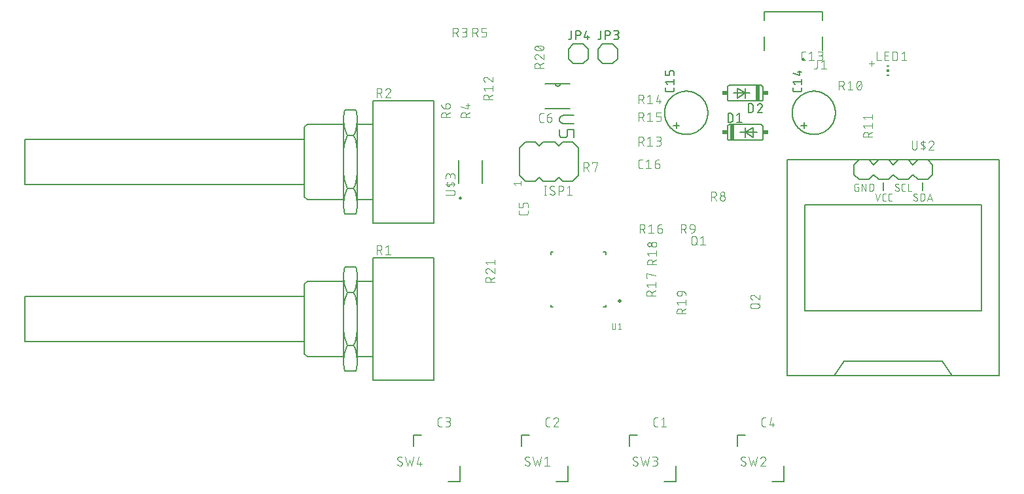
<source format=gto>
G04 EAGLE Gerber RS-274X export*
G75*
%MOMM*%
%FSLAX34Y34*%
%LPD*%
%INSilkscreen Top*%
%IPPOS*%
%AMOC8*
5,1,8,0,0,1.08239X$1,22.5*%
G01*
%ADD10C,0.101600*%
%ADD11C,0.152400*%
%ADD12C,0.127000*%
%ADD13R,0.508000X2.032000*%
%ADD14R,0.635000X0.508000*%
%ADD15C,0.076200*%
%ADD16C,0.200000*%
%ADD17R,0.300000X0.150000*%
%ADD18R,0.300000X0.300000*%
%ADD19C,0.203200*%
%ADD20C,0.508000*%


D10*
X369636Y165608D02*
X367039Y165608D01*
X366940Y165610D01*
X366840Y165616D01*
X366741Y165625D01*
X366643Y165638D01*
X366545Y165655D01*
X366447Y165676D01*
X366351Y165701D01*
X366256Y165729D01*
X366162Y165761D01*
X366069Y165796D01*
X365977Y165835D01*
X365887Y165878D01*
X365799Y165923D01*
X365712Y165973D01*
X365628Y166025D01*
X365545Y166081D01*
X365465Y166139D01*
X365387Y166201D01*
X365312Y166266D01*
X365239Y166334D01*
X365169Y166404D01*
X365101Y166477D01*
X365036Y166552D01*
X364974Y166630D01*
X364916Y166710D01*
X364860Y166793D01*
X364808Y166877D01*
X364758Y166964D01*
X364713Y167052D01*
X364670Y167142D01*
X364631Y167234D01*
X364596Y167327D01*
X364564Y167421D01*
X364536Y167516D01*
X364511Y167612D01*
X364490Y167710D01*
X364473Y167808D01*
X364460Y167906D01*
X364451Y168005D01*
X364445Y168105D01*
X364443Y168204D01*
X364443Y174696D01*
X364445Y174795D01*
X364451Y174895D01*
X364460Y174994D01*
X364473Y175092D01*
X364490Y175190D01*
X364511Y175288D01*
X364536Y175384D01*
X364564Y175479D01*
X364596Y175573D01*
X364631Y175666D01*
X364670Y175758D01*
X364713Y175848D01*
X364758Y175936D01*
X364808Y176023D01*
X364860Y176107D01*
X364916Y176190D01*
X364974Y176270D01*
X365036Y176348D01*
X365101Y176423D01*
X365169Y176496D01*
X365239Y176566D01*
X365312Y176634D01*
X365387Y176699D01*
X365465Y176761D01*
X365545Y176819D01*
X365628Y176875D01*
X365712Y176927D01*
X365799Y176977D01*
X365887Y177022D01*
X365977Y177065D01*
X366069Y177104D01*
X366161Y177139D01*
X366256Y177171D01*
X366351Y177199D01*
X366447Y177224D01*
X366545Y177245D01*
X366643Y177262D01*
X366741Y177275D01*
X366840Y177284D01*
X366940Y177290D01*
X367039Y177292D01*
X369636Y177292D01*
X374001Y174696D02*
X377246Y177292D01*
X377246Y165608D01*
X374001Y165608D02*
X380492Y165608D01*
X558094Y639318D02*
X560691Y639318D01*
X558094Y639318D02*
X557995Y639320D01*
X557895Y639326D01*
X557796Y639335D01*
X557698Y639348D01*
X557600Y639365D01*
X557502Y639386D01*
X557406Y639411D01*
X557311Y639439D01*
X557217Y639471D01*
X557124Y639506D01*
X557032Y639545D01*
X556942Y639588D01*
X556854Y639633D01*
X556767Y639683D01*
X556683Y639735D01*
X556600Y639791D01*
X556520Y639849D01*
X556442Y639911D01*
X556367Y639976D01*
X556294Y640044D01*
X556224Y640114D01*
X556156Y640187D01*
X556091Y640262D01*
X556029Y640340D01*
X555971Y640420D01*
X555915Y640503D01*
X555863Y640587D01*
X555813Y640674D01*
X555768Y640762D01*
X555725Y640852D01*
X555686Y640944D01*
X555651Y641037D01*
X555619Y641131D01*
X555591Y641226D01*
X555566Y641322D01*
X555545Y641420D01*
X555528Y641518D01*
X555515Y641616D01*
X555506Y641715D01*
X555500Y641815D01*
X555498Y641914D01*
X555498Y648406D01*
X555500Y648505D01*
X555506Y648605D01*
X555515Y648704D01*
X555528Y648802D01*
X555545Y648900D01*
X555566Y648998D01*
X555591Y649094D01*
X555619Y649189D01*
X555651Y649283D01*
X555686Y649376D01*
X555725Y649468D01*
X555768Y649558D01*
X555813Y649646D01*
X555863Y649733D01*
X555915Y649817D01*
X555971Y649900D01*
X556029Y649980D01*
X556091Y650058D01*
X556156Y650133D01*
X556224Y650206D01*
X556294Y650276D01*
X556367Y650344D01*
X556442Y650409D01*
X556520Y650471D01*
X556600Y650529D01*
X556683Y650585D01*
X556767Y650637D01*
X556854Y650687D01*
X556942Y650732D01*
X557032Y650775D01*
X557124Y650814D01*
X557216Y650849D01*
X557311Y650881D01*
X557406Y650909D01*
X557502Y650934D01*
X557600Y650955D01*
X557698Y650972D01*
X557796Y650985D01*
X557895Y650994D01*
X557995Y651000D01*
X558094Y651002D01*
X560691Y651002D01*
X565056Y648406D02*
X568302Y651002D01*
X568302Y639318D01*
X571547Y639318D02*
X565056Y639318D01*
X576486Y639318D02*
X579732Y639318D01*
X579845Y639320D01*
X579958Y639326D01*
X580071Y639336D01*
X580184Y639350D01*
X580296Y639367D01*
X580407Y639389D01*
X580517Y639414D01*
X580627Y639444D01*
X580735Y639477D01*
X580842Y639514D01*
X580948Y639554D01*
X581052Y639599D01*
X581155Y639647D01*
X581256Y639698D01*
X581355Y639753D01*
X581452Y639811D01*
X581547Y639873D01*
X581640Y639938D01*
X581730Y640006D01*
X581818Y640077D01*
X581904Y640152D01*
X581987Y640229D01*
X582067Y640309D01*
X582144Y640392D01*
X582219Y640478D01*
X582290Y640566D01*
X582358Y640656D01*
X582423Y640749D01*
X582485Y640844D01*
X582543Y640941D01*
X582598Y641040D01*
X582649Y641141D01*
X582697Y641244D01*
X582742Y641348D01*
X582782Y641454D01*
X582819Y641561D01*
X582852Y641669D01*
X582882Y641779D01*
X582907Y641889D01*
X582929Y642000D01*
X582946Y642112D01*
X582960Y642225D01*
X582970Y642338D01*
X582976Y642451D01*
X582978Y642564D01*
X582976Y642677D01*
X582970Y642790D01*
X582960Y642903D01*
X582946Y643016D01*
X582929Y643128D01*
X582907Y643239D01*
X582882Y643349D01*
X582852Y643459D01*
X582819Y643567D01*
X582782Y643674D01*
X582742Y643780D01*
X582697Y643884D01*
X582649Y643987D01*
X582598Y644088D01*
X582543Y644187D01*
X582485Y644284D01*
X582423Y644379D01*
X582358Y644472D01*
X582290Y644562D01*
X582219Y644650D01*
X582144Y644736D01*
X582067Y644819D01*
X581987Y644899D01*
X581904Y644976D01*
X581818Y645051D01*
X581730Y645122D01*
X581640Y645190D01*
X581547Y645255D01*
X581452Y645317D01*
X581355Y645375D01*
X581256Y645430D01*
X581155Y645481D01*
X581052Y645529D01*
X580948Y645574D01*
X580842Y645614D01*
X580735Y645651D01*
X580627Y645684D01*
X580517Y645714D01*
X580407Y645739D01*
X580296Y645761D01*
X580184Y645778D01*
X580071Y645792D01*
X579958Y645802D01*
X579845Y645808D01*
X579732Y645810D01*
X580381Y651002D02*
X576486Y651002D01*
X580381Y651002D02*
X580482Y651000D01*
X580582Y650994D01*
X580682Y650984D01*
X580782Y650971D01*
X580881Y650953D01*
X580980Y650932D01*
X581077Y650907D01*
X581174Y650878D01*
X581269Y650845D01*
X581363Y650809D01*
X581455Y650769D01*
X581546Y650726D01*
X581635Y650679D01*
X581722Y650629D01*
X581808Y650575D01*
X581891Y650518D01*
X581971Y650458D01*
X582050Y650395D01*
X582126Y650328D01*
X582199Y650259D01*
X582269Y650187D01*
X582337Y650113D01*
X582402Y650036D01*
X582463Y649956D01*
X582522Y649874D01*
X582577Y649790D01*
X582629Y649704D01*
X582678Y649616D01*
X582723Y649526D01*
X582765Y649434D01*
X582803Y649341D01*
X582837Y649246D01*
X582868Y649151D01*
X582895Y649054D01*
X582918Y648956D01*
X582938Y648857D01*
X582953Y648757D01*
X582965Y648657D01*
X582973Y648557D01*
X582977Y648456D01*
X582977Y648356D01*
X582973Y648255D01*
X582965Y648155D01*
X582953Y648055D01*
X582938Y647955D01*
X582918Y647856D01*
X582895Y647758D01*
X582868Y647661D01*
X582837Y647566D01*
X582803Y647471D01*
X582765Y647378D01*
X582723Y647286D01*
X582678Y647196D01*
X582629Y647108D01*
X582577Y647022D01*
X582522Y646938D01*
X582463Y646856D01*
X582402Y646776D01*
X582337Y646699D01*
X582269Y646625D01*
X582199Y646553D01*
X582126Y646484D01*
X582050Y646417D01*
X581971Y646354D01*
X581891Y646294D01*
X581808Y646237D01*
X581722Y646183D01*
X581635Y646133D01*
X581546Y646086D01*
X581455Y646043D01*
X581363Y646003D01*
X581269Y645967D01*
X581174Y645934D01*
X581077Y645905D01*
X580980Y645880D01*
X580881Y645859D01*
X580782Y645841D01*
X580682Y645828D01*
X580582Y645818D01*
X580482Y645812D01*
X580381Y645810D01*
X580381Y645809D02*
X577784Y645809D01*
D11*
X558800Y554990D02*
X558800Y551180D01*
X558800Y554990D02*
X562610Y554990D01*
X558800Y554990D02*
X558800Y558800D01*
X558800Y554990D02*
X554990Y554990D01*
X543560Y571500D02*
X543568Y572186D01*
X543594Y572871D01*
X543636Y573555D01*
X543695Y574239D01*
X543770Y574920D01*
X543862Y575600D01*
X543971Y576277D01*
X544097Y576951D01*
X544239Y577622D01*
X544397Y578289D01*
X544572Y578952D01*
X544763Y579611D01*
X544970Y580264D01*
X545193Y580913D01*
X545432Y581555D01*
X545687Y582192D01*
X545957Y582822D01*
X546243Y583446D01*
X546543Y584062D01*
X546859Y584671D01*
X547190Y585272D01*
X547535Y585864D01*
X547895Y586448D01*
X548269Y587023D01*
X548657Y587588D01*
X549058Y588144D01*
X549474Y588690D01*
X549902Y589225D01*
X550344Y589750D01*
X550798Y590263D01*
X551265Y590766D01*
X551743Y591257D01*
X552234Y591735D01*
X552737Y592202D01*
X553250Y592656D01*
X553775Y593098D01*
X554310Y593526D01*
X554856Y593942D01*
X555412Y594343D01*
X555977Y594731D01*
X556552Y595105D01*
X557136Y595465D01*
X557728Y595810D01*
X558329Y596141D01*
X558938Y596457D01*
X559554Y596757D01*
X560178Y597043D01*
X560808Y597313D01*
X561445Y597568D01*
X562087Y597807D01*
X562736Y598030D01*
X563389Y598237D01*
X564048Y598428D01*
X564711Y598603D01*
X565378Y598761D01*
X566049Y598903D01*
X566723Y599029D01*
X567400Y599138D01*
X568080Y599230D01*
X568761Y599305D01*
X569445Y599364D01*
X570129Y599406D01*
X570814Y599432D01*
X571500Y599440D01*
X572186Y599432D01*
X572871Y599406D01*
X573555Y599364D01*
X574239Y599305D01*
X574920Y599230D01*
X575600Y599138D01*
X576277Y599029D01*
X576951Y598903D01*
X577622Y598761D01*
X578289Y598603D01*
X578952Y598428D01*
X579611Y598237D01*
X580264Y598030D01*
X580913Y597807D01*
X581555Y597568D01*
X582192Y597313D01*
X582822Y597043D01*
X583446Y596757D01*
X584062Y596457D01*
X584671Y596141D01*
X585272Y595810D01*
X585864Y595465D01*
X586448Y595105D01*
X587023Y594731D01*
X587588Y594343D01*
X588144Y593942D01*
X588690Y593526D01*
X589225Y593098D01*
X589750Y592656D01*
X590263Y592202D01*
X590766Y591735D01*
X591257Y591257D01*
X591735Y590766D01*
X592202Y590263D01*
X592656Y589750D01*
X593098Y589225D01*
X593526Y588690D01*
X593942Y588144D01*
X594343Y587588D01*
X594731Y587023D01*
X595105Y586448D01*
X595465Y585864D01*
X595810Y585272D01*
X596141Y584671D01*
X596457Y584062D01*
X596757Y583446D01*
X597043Y582822D01*
X597313Y582192D01*
X597568Y581555D01*
X597807Y580913D01*
X598030Y580264D01*
X598237Y579611D01*
X598428Y578952D01*
X598603Y578289D01*
X598761Y577622D01*
X598903Y576951D01*
X599029Y576277D01*
X599138Y575600D01*
X599230Y574920D01*
X599305Y574239D01*
X599364Y573555D01*
X599406Y572871D01*
X599432Y572186D01*
X599440Y571500D01*
X599432Y570814D01*
X599406Y570129D01*
X599364Y569445D01*
X599305Y568761D01*
X599230Y568080D01*
X599138Y567400D01*
X599029Y566723D01*
X598903Y566049D01*
X598761Y565378D01*
X598603Y564711D01*
X598428Y564048D01*
X598237Y563389D01*
X598030Y562736D01*
X597807Y562087D01*
X597568Y561445D01*
X597313Y560808D01*
X597043Y560178D01*
X596757Y559554D01*
X596457Y558938D01*
X596141Y558329D01*
X595810Y557728D01*
X595465Y557136D01*
X595105Y556552D01*
X594731Y555977D01*
X594343Y555412D01*
X593942Y554856D01*
X593526Y554310D01*
X593098Y553775D01*
X592656Y553250D01*
X592202Y552737D01*
X591735Y552234D01*
X591257Y551743D01*
X590766Y551265D01*
X590263Y550798D01*
X589750Y550344D01*
X589225Y549902D01*
X588690Y549474D01*
X588144Y549058D01*
X587588Y548657D01*
X587023Y548269D01*
X586448Y547895D01*
X585864Y547535D01*
X585272Y547190D01*
X584671Y546859D01*
X584062Y546543D01*
X583446Y546243D01*
X582822Y545957D01*
X582192Y545687D01*
X581555Y545432D01*
X580913Y545193D01*
X580264Y544970D01*
X579611Y544763D01*
X578952Y544572D01*
X578289Y544397D01*
X577622Y544239D01*
X576951Y544097D01*
X576277Y543971D01*
X575600Y543862D01*
X574920Y543770D01*
X574239Y543695D01*
X573555Y543636D01*
X572871Y543594D01*
X572186Y543568D01*
X571500Y543560D01*
X570814Y543568D01*
X570129Y543594D01*
X569445Y543636D01*
X568761Y543695D01*
X568080Y543770D01*
X567400Y543862D01*
X566723Y543971D01*
X566049Y544097D01*
X565378Y544239D01*
X564711Y544397D01*
X564048Y544572D01*
X563389Y544763D01*
X562736Y544970D01*
X562087Y545193D01*
X561445Y545432D01*
X560808Y545687D01*
X560178Y545957D01*
X559554Y546243D01*
X558938Y546543D01*
X558329Y546859D01*
X557728Y547190D01*
X557136Y547535D01*
X556552Y547895D01*
X555977Y548269D01*
X555412Y548657D01*
X554856Y549058D01*
X554310Y549474D01*
X553775Y549902D01*
X553250Y550344D01*
X552737Y550798D01*
X552234Y551265D01*
X551743Y551743D01*
X551265Y552234D01*
X550798Y552737D01*
X550344Y553250D01*
X549902Y553775D01*
X549474Y554310D01*
X549058Y554856D01*
X548657Y555412D01*
X548269Y555977D01*
X547895Y556552D01*
X547535Y557136D01*
X547190Y557728D01*
X546859Y558329D01*
X546543Y558938D01*
X546243Y559554D01*
X545957Y560178D01*
X545687Y560808D01*
X545432Y561445D01*
X545193Y562087D01*
X544970Y562736D01*
X544763Y563389D01*
X544572Y564048D01*
X544397Y564711D01*
X544239Y565378D01*
X544097Y566049D01*
X543971Y566723D01*
X543862Y567400D01*
X543770Y568080D01*
X543695Y568761D01*
X543636Y569445D01*
X543594Y570129D01*
X543568Y570814D01*
X543560Y571500D01*
D12*
X555625Y601345D02*
X555625Y603885D01*
X555625Y601345D02*
X555623Y601245D01*
X555617Y601146D01*
X555607Y601046D01*
X555594Y600948D01*
X555576Y600849D01*
X555555Y600752D01*
X555530Y600656D01*
X555501Y600560D01*
X555468Y600466D01*
X555432Y600373D01*
X555392Y600282D01*
X555348Y600192D01*
X555301Y600104D01*
X555251Y600018D01*
X555197Y599934D01*
X555140Y599852D01*
X555080Y599773D01*
X555016Y599695D01*
X554950Y599621D01*
X554881Y599549D01*
X554809Y599480D01*
X554735Y599414D01*
X554657Y599350D01*
X554578Y599290D01*
X554496Y599233D01*
X554412Y599179D01*
X554326Y599129D01*
X554238Y599082D01*
X554148Y599038D01*
X554057Y598998D01*
X553964Y598962D01*
X553870Y598929D01*
X553774Y598900D01*
X553678Y598875D01*
X553581Y598854D01*
X553482Y598836D01*
X553384Y598823D01*
X553284Y598813D01*
X553185Y598807D01*
X553085Y598805D01*
X546735Y598805D01*
X546635Y598807D01*
X546536Y598813D01*
X546436Y598823D01*
X546338Y598836D01*
X546239Y598854D01*
X546142Y598875D01*
X546046Y598900D01*
X545950Y598929D01*
X545856Y598962D01*
X545763Y598998D01*
X545672Y599038D01*
X545582Y599082D01*
X545494Y599129D01*
X545408Y599179D01*
X545324Y599233D01*
X545242Y599290D01*
X545163Y599350D01*
X545085Y599414D01*
X545011Y599480D01*
X544939Y599549D01*
X544870Y599621D01*
X544804Y599695D01*
X544740Y599773D01*
X544680Y599852D01*
X544623Y599934D01*
X544569Y600018D01*
X544519Y600104D01*
X544472Y600192D01*
X544428Y600282D01*
X544388Y600373D01*
X544352Y600466D01*
X544319Y600560D01*
X544290Y600656D01*
X544265Y600752D01*
X544244Y600849D01*
X544226Y600948D01*
X544213Y601046D01*
X544203Y601146D01*
X544197Y601245D01*
X544195Y601345D01*
X544195Y603885D01*
X546735Y608367D02*
X544195Y611542D01*
X555625Y611542D01*
X555625Y608367D02*
X555625Y614717D01*
X553085Y619797D02*
X544195Y622337D01*
X553085Y619797D02*
X553085Y626147D01*
X550545Y624242D02*
X555625Y624242D01*
D11*
X393700Y554990D02*
X393700Y551180D01*
X393700Y554990D02*
X397510Y554990D01*
X393700Y554990D02*
X393700Y558800D01*
X393700Y554990D02*
X389890Y554990D01*
X378460Y571500D02*
X378468Y572186D01*
X378494Y572871D01*
X378536Y573555D01*
X378595Y574239D01*
X378670Y574920D01*
X378762Y575600D01*
X378871Y576277D01*
X378997Y576951D01*
X379139Y577622D01*
X379297Y578289D01*
X379472Y578952D01*
X379663Y579611D01*
X379870Y580264D01*
X380093Y580913D01*
X380332Y581555D01*
X380587Y582192D01*
X380857Y582822D01*
X381143Y583446D01*
X381443Y584062D01*
X381759Y584671D01*
X382090Y585272D01*
X382435Y585864D01*
X382795Y586448D01*
X383169Y587023D01*
X383557Y587588D01*
X383958Y588144D01*
X384374Y588690D01*
X384802Y589225D01*
X385244Y589750D01*
X385698Y590263D01*
X386165Y590766D01*
X386643Y591257D01*
X387134Y591735D01*
X387637Y592202D01*
X388150Y592656D01*
X388675Y593098D01*
X389210Y593526D01*
X389756Y593942D01*
X390312Y594343D01*
X390877Y594731D01*
X391452Y595105D01*
X392036Y595465D01*
X392628Y595810D01*
X393229Y596141D01*
X393838Y596457D01*
X394454Y596757D01*
X395078Y597043D01*
X395708Y597313D01*
X396345Y597568D01*
X396987Y597807D01*
X397636Y598030D01*
X398289Y598237D01*
X398948Y598428D01*
X399611Y598603D01*
X400278Y598761D01*
X400949Y598903D01*
X401623Y599029D01*
X402300Y599138D01*
X402980Y599230D01*
X403661Y599305D01*
X404345Y599364D01*
X405029Y599406D01*
X405714Y599432D01*
X406400Y599440D01*
X407086Y599432D01*
X407771Y599406D01*
X408455Y599364D01*
X409139Y599305D01*
X409820Y599230D01*
X410500Y599138D01*
X411177Y599029D01*
X411851Y598903D01*
X412522Y598761D01*
X413189Y598603D01*
X413852Y598428D01*
X414511Y598237D01*
X415164Y598030D01*
X415813Y597807D01*
X416455Y597568D01*
X417092Y597313D01*
X417722Y597043D01*
X418346Y596757D01*
X418962Y596457D01*
X419571Y596141D01*
X420172Y595810D01*
X420764Y595465D01*
X421348Y595105D01*
X421923Y594731D01*
X422488Y594343D01*
X423044Y593942D01*
X423590Y593526D01*
X424125Y593098D01*
X424650Y592656D01*
X425163Y592202D01*
X425666Y591735D01*
X426157Y591257D01*
X426635Y590766D01*
X427102Y590263D01*
X427556Y589750D01*
X427998Y589225D01*
X428426Y588690D01*
X428842Y588144D01*
X429243Y587588D01*
X429631Y587023D01*
X430005Y586448D01*
X430365Y585864D01*
X430710Y585272D01*
X431041Y584671D01*
X431357Y584062D01*
X431657Y583446D01*
X431943Y582822D01*
X432213Y582192D01*
X432468Y581555D01*
X432707Y580913D01*
X432930Y580264D01*
X433137Y579611D01*
X433328Y578952D01*
X433503Y578289D01*
X433661Y577622D01*
X433803Y576951D01*
X433929Y576277D01*
X434038Y575600D01*
X434130Y574920D01*
X434205Y574239D01*
X434264Y573555D01*
X434306Y572871D01*
X434332Y572186D01*
X434340Y571500D01*
X434332Y570814D01*
X434306Y570129D01*
X434264Y569445D01*
X434205Y568761D01*
X434130Y568080D01*
X434038Y567400D01*
X433929Y566723D01*
X433803Y566049D01*
X433661Y565378D01*
X433503Y564711D01*
X433328Y564048D01*
X433137Y563389D01*
X432930Y562736D01*
X432707Y562087D01*
X432468Y561445D01*
X432213Y560808D01*
X431943Y560178D01*
X431657Y559554D01*
X431357Y558938D01*
X431041Y558329D01*
X430710Y557728D01*
X430365Y557136D01*
X430005Y556552D01*
X429631Y555977D01*
X429243Y555412D01*
X428842Y554856D01*
X428426Y554310D01*
X427998Y553775D01*
X427556Y553250D01*
X427102Y552737D01*
X426635Y552234D01*
X426157Y551743D01*
X425666Y551265D01*
X425163Y550798D01*
X424650Y550344D01*
X424125Y549902D01*
X423590Y549474D01*
X423044Y549058D01*
X422488Y548657D01*
X421923Y548269D01*
X421348Y547895D01*
X420764Y547535D01*
X420172Y547190D01*
X419571Y546859D01*
X418962Y546543D01*
X418346Y546243D01*
X417722Y545957D01*
X417092Y545687D01*
X416455Y545432D01*
X415813Y545193D01*
X415164Y544970D01*
X414511Y544763D01*
X413852Y544572D01*
X413189Y544397D01*
X412522Y544239D01*
X411851Y544097D01*
X411177Y543971D01*
X410500Y543862D01*
X409820Y543770D01*
X409139Y543695D01*
X408455Y543636D01*
X407771Y543594D01*
X407086Y543568D01*
X406400Y543560D01*
X405714Y543568D01*
X405029Y543594D01*
X404345Y543636D01*
X403661Y543695D01*
X402980Y543770D01*
X402300Y543862D01*
X401623Y543971D01*
X400949Y544097D01*
X400278Y544239D01*
X399611Y544397D01*
X398948Y544572D01*
X398289Y544763D01*
X397636Y544970D01*
X396987Y545193D01*
X396345Y545432D01*
X395708Y545687D01*
X395078Y545957D01*
X394454Y546243D01*
X393838Y546543D01*
X393229Y546859D01*
X392628Y547190D01*
X392036Y547535D01*
X391452Y547895D01*
X390877Y548269D01*
X390312Y548657D01*
X389756Y549058D01*
X389210Y549474D01*
X388675Y549902D01*
X388150Y550344D01*
X387637Y550798D01*
X387134Y551265D01*
X386643Y551743D01*
X386165Y552234D01*
X385698Y552737D01*
X385244Y553250D01*
X384802Y553775D01*
X384374Y554310D01*
X383958Y554856D01*
X383557Y555412D01*
X383169Y555977D01*
X382795Y556552D01*
X382435Y557136D01*
X382090Y557728D01*
X381759Y558329D01*
X381443Y558938D01*
X381143Y559554D01*
X380857Y560178D01*
X380587Y560808D01*
X380332Y561445D01*
X380093Y562087D01*
X379870Y562736D01*
X379663Y563389D01*
X379472Y564048D01*
X379297Y564711D01*
X379139Y565378D01*
X378997Y566049D01*
X378871Y566723D01*
X378762Y567400D01*
X378670Y568080D01*
X378595Y568761D01*
X378536Y569445D01*
X378494Y570129D01*
X378468Y570814D01*
X378460Y571500D01*
D12*
X390525Y601345D02*
X390525Y603885D01*
X390525Y601345D02*
X390523Y601245D01*
X390517Y601146D01*
X390507Y601046D01*
X390494Y600948D01*
X390476Y600849D01*
X390455Y600752D01*
X390430Y600656D01*
X390401Y600560D01*
X390368Y600466D01*
X390332Y600373D01*
X390292Y600282D01*
X390248Y600192D01*
X390201Y600104D01*
X390151Y600018D01*
X390097Y599934D01*
X390040Y599852D01*
X389980Y599773D01*
X389916Y599695D01*
X389850Y599621D01*
X389781Y599549D01*
X389709Y599480D01*
X389635Y599414D01*
X389557Y599350D01*
X389478Y599290D01*
X389396Y599233D01*
X389312Y599179D01*
X389226Y599129D01*
X389138Y599082D01*
X389048Y599038D01*
X388957Y598998D01*
X388864Y598962D01*
X388770Y598929D01*
X388674Y598900D01*
X388578Y598875D01*
X388481Y598854D01*
X388382Y598836D01*
X388284Y598823D01*
X388184Y598813D01*
X388085Y598807D01*
X387985Y598805D01*
X381635Y598805D01*
X381535Y598807D01*
X381436Y598813D01*
X381336Y598823D01*
X381238Y598836D01*
X381139Y598854D01*
X381042Y598875D01*
X380946Y598900D01*
X380850Y598929D01*
X380756Y598962D01*
X380663Y598998D01*
X380572Y599038D01*
X380482Y599082D01*
X380394Y599129D01*
X380308Y599179D01*
X380224Y599233D01*
X380142Y599290D01*
X380063Y599350D01*
X379985Y599414D01*
X379911Y599480D01*
X379839Y599549D01*
X379770Y599621D01*
X379704Y599695D01*
X379640Y599773D01*
X379580Y599852D01*
X379523Y599934D01*
X379469Y600018D01*
X379419Y600104D01*
X379372Y600192D01*
X379328Y600282D01*
X379288Y600373D01*
X379252Y600466D01*
X379219Y600560D01*
X379190Y600656D01*
X379165Y600752D01*
X379144Y600849D01*
X379126Y600948D01*
X379113Y601046D01*
X379103Y601146D01*
X379097Y601245D01*
X379095Y601345D01*
X379095Y603885D01*
X381635Y608367D02*
X379095Y611542D01*
X390525Y611542D01*
X390525Y608367D02*
X390525Y614717D01*
X390525Y619797D02*
X390525Y623607D01*
X390523Y623707D01*
X390517Y623806D01*
X390507Y623906D01*
X390494Y624004D01*
X390476Y624103D01*
X390455Y624200D01*
X390430Y624296D01*
X390401Y624392D01*
X390368Y624486D01*
X390332Y624579D01*
X390292Y624670D01*
X390248Y624760D01*
X390201Y624848D01*
X390151Y624934D01*
X390097Y625018D01*
X390040Y625100D01*
X389980Y625179D01*
X389916Y625257D01*
X389850Y625331D01*
X389781Y625403D01*
X389709Y625472D01*
X389635Y625538D01*
X389557Y625602D01*
X389478Y625662D01*
X389396Y625719D01*
X389312Y625773D01*
X389226Y625823D01*
X389138Y625870D01*
X389048Y625914D01*
X388957Y625954D01*
X388864Y625990D01*
X388770Y626023D01*
X388674Y626052D01*
X388578Y626077D01*
X388481Y626098D01*
X388382Y626116D01*
X388284Y626129D01*
X388184Y626139D01*
X388085Y626145D01*
X387985Y626147D01*
X386715Y626147D01*
X386615Y626145D01*
X386516Y626139D01*
X386416Y626129D01*
X386318Y626116D01*
X386219Y626098D01*
X386122Y626077D01*
X386026Y626052D01*
X385930Y626023D01*
X385836Y625990D01*
X385743Y625954D01*
X385652Y625914D01*
X385562Y625870D01*
X385474Y625823D01*
X385388Y625773D01*
X385304Y625719D01*
X385222Y625662D01*
X385143Y625602D01*
X385065Y625538D01*
X384991Y625472D01*
X384919Y625403D01*
X384850Y625331D01*
X384784Y625257D01*
X384720Y625179D01*
X384660Y625100D01*
X384603Y625018D01*
X384549Y624934D01*
X384499Y624848D01*
X384452Y624760D01*
X384408Y624670D01*
X384368Y624579D01*
X384332Y624486D01*
X384299Y624392D01*
X384270Y624296D01*
X384245Y624200D01*
X384224Y624103D01*
X384206Y624004D01*
X384193Y623906D01*
X384183Y623806D01*
X384177Y623707D01*
X384175Y623607D01*
X384175Y619797D01*
X379095Y619797D01*
X379095Y626147D01*
D10*
X349871Y499618D02*
X347274Y499618D01*
X347175Y499620D01*
X347075Y499626D01*
X346976Y499635D01*
X346878Y499648D01*
X346780Y499665D01*
X346682Y499686D01*
X346586Y499711D01*
X346491Y499739D01*
X346397Y499771D01*
X346304Y499806D01*
X346212Y499845D01*
X346122Y499888D01*
X346034Y499933D01*
X345947Y499983D01*
X345863Y500035D01*
X345780Y500091D01*
X345700Y500149D01*
X345622Y500211D01*
X345547Y500276D01*
X345474Y500344D01*
X345404Y500414D01*
X345336Y500487D01*
X345271Y500562D01*
X345209Y500640D01*
X345151Y500720D01*
X345095Y500803D01*
X345043Y500887D01*
X344993Y500974D01*
X344948Y501062D01*
X344905Y501152D01*
X344866Y501244D01*
X344831Y501337D01*
X344799Y501431D01*
X344771Y501526D01*
X344746Y501622D01*
X344725Y501720D01*
X344708Y501818D01*
X344695Y501916D01*
X344686Y502015D01*
X344680Y502115D01*
X344678Y502214D01*
X344678Y508706D01*
X344680Y508805D01*
X344686Y508905D01*
X344695Y509004D01*
X344708Y509102D01*
X344725Y509200D01*
X344746Y509298D01*
X344771Y509394D01*
X344799Y509489D01*
X344831Y509583D01*
X344866Y509676D01*
X344905Y509768D01*
X344948Y509858D01*
X344993Y509946D01*
X345043Y510033D01*
X345095Y510117D01*
X345151Y510200D01*
X345209Y510280D01*
X345271Y510358D01*
X345336Y510433D01*
X345404Y510506D01*
X345474Y510576D01*
X345547Y510644D01*
X345622Y510709D01*
X345700Y510771D01*
X345780Y510829D01*
X345863Y510885D01*
X345947Y510937D01*
X346034Y510987D01*
X346122Y511032D01*
X346212Y511075D01*
X346304Y511114D01*
X346396Y511149D01*
X346491Y511181D01*
X346586Y511209D01*
X346682Y511234D01*
X346780Y511255D01*
X346878Y511272D01*
X346976Y511285D01*
X347075Y511294D01*
X347175Y511300D01*
X347274Y511302D01*
X349871Y511302D01*
X354236Y508706D02*
X357482Y511302D01*
X357482Y499618D01*
X360727Y499618D02*
X354236Y499618D01*
X365666Y506109D02*
X369561Y506109D01*
X369660Y506107D01*
X369760Y506101D01*
X369859Y506092D01*
X369957Y506079D01*
X370055Y506062D01*
X370153Y506041D01*
X370249Y506016D01*
X370344Y505988D01*
X370438Y505956D01*
X370531Y505921D01*
X370623Y505882D01*
X370713Y505839D01*
X370801Y505794D01*
X370888Y505744D01*
X370972Y505692D01*
X371055Y505636D01*
X371135Y505578D01*
X371213Y505516D01*
X371288Y505451D01*
X371361Y505383D01*
X371431Y505313D01*
X371499Y505240D01*
X371564Y505165D01*
X371626Y505087D01*
X371684Y505007D01*
X371740Y504924D01*
X371792Y504840D01*
X371842Y504753D01*
X371887Y504665D01*
X371930Y504575D01*
X371969Y504483D01*
X372004Y504390D01*
X372036Y504296D01*
X372064Y504201D01*
X372089Y504105D01*
X372110Y504007D01*
X372127Y503909D01*
X372140Y503811D01*
X372149Y503712D01*
X372155Y503612D01*
X372157Y503513D01*
X372157Y502864D01*
X372158Y502864D02*
X372156Y502751D01*
X372150Y502638D01*
X372140Y502525D01*
X372126Y502412D01*
X372109Y502300D01*
X372087Y502189D01*
X372062Y502079D01*
X372032Y501969D01*
X371999Y501861D01*
X371962Y501754D01*
X371922Y501648D01*
X371877Y501544D01*
X371829Y501441D01*
X371778Y501340D01*
X371723Y501241D01*
X371665Y501144D01*
X371603Y501049D01*
X371538Y500956D01*
X371470Y500866D01*
X371399Y500778D01*
X371324Y500692D01*
X371247Y500609D01*
X371167Y500529D01*
X371084Y500452D01*
X370998Y500377D01*
X370910Y500306D01*
X370820Y500238D01*
X370727Y500173D01*
X370632Y500111D01*
X370535Y500053D01*
X370436Y499998D01*
X370335Y499947D01*
X370232Y499899D01*
X370128Y499854D01*
X370022Y499814D01*
X369915Y499777D01*
X369807Y499744D01*
X369697Y499714D01*
X369587Y499689D01*
X369476Y499667D01*
X369364Y499650D01*
X369251Y499636D01*
X369138Y499626D01*
X369025Y499620D01*
X368912Y499618D01*
X368799Y499620D01*
X368686Y499626D01*
X368573Y499636D01*
X368460Y499650D01*
X368348Y499667D01*
X368237Y499689D01*
X368127Y499714D01*
X368017Y499744D01*
X367909Y499777D01*
X367802Y499814D01*
X367696Y499854D01*
X367592Y499899D01*
X367489Y499947D01*
X367388Y499998D01*
X367289Y500053D01*
X367192Y500111D01*
X367097Y500173D01*
X367004Y500238D01*
X366914Y500306D01*
X366826Y500377D01*
X366740Y500452D01*
X366657Y500529D01*
X366577Y500609D01*
X366500Y500692D01*
X366425Y500778D01*
X366354Y500866D01*
X366286Y500956D01*
X366221Y501049D01*
X366159Y501144D01*
X366101Y501241D01*
X366046Y501340D01*
X365995Y501441D01*
X365947Y501544D01*
X365902Y501648D01*
X365862Y501754D01*
X365825Y501861D01*
X365792Y501969D01*
X365762Y502079D01*
X365737Y502189D01*
X365715Y502300D01*
X365698Y502412D01*
X365684Y502525D01*
X365674Y502638D01*
X365668Y502751D01*
X365666Y502864D01*
X365666Y506109D01*
X365668Y506252D01*
X365674Y506395D01*
X365684Y506538D01*
X365698Y506680D01*
X365715Y506822D01*
X365737Y506964D01*
X365762Y507105D01*
X365792Y507245D01*
X365825Y507384D01*
X365862Y507522D01*
X365903Y507659D01*
X365947Y507795D01*
X365996Y507930D01*
X366048Y508063D01*
X366103Y508195D01*
X366163Y508325D01*
X366226Y508454D01*
X366292Y508581D01*
X366362Y508705D01*
X366435Y508828D01*
X366512Y508949D01*
X366592Y509068D01*
X366675Y509184D01*
X366761Y509299D01*
X366850Y509410D01*
X366943Y509520D01*
X367038Y509626D01*
X367137Y509730D01*
X367238Y509831D01*
X367342Y509930D01*
X367448Y510025D01*
X367558Y510118D01*
X367669Y510207D01*
X367784Y510293D01*
X367900Y510376D01*
X368019Y510456D01*
X368140Y510533D01*
X368262Y510606D01*
X368387Y510676D01*
X368514Y510742D01*
X368643Y510805D01*
X368773Y510865D01*
X368905Y510920D01*
X369038Y510972D01*
X369173Y511021D01*
X369309Y511065D01*
X369446Y511106D01*
X369584Y511143D01*
X369723Y511176D01*
X369863Y511206D01*
X370004Y511231D01*
X370146Y511253D01*
X370288Y511270D01*
X370430Y511284D01*
X370573Y511294D01*
X370716Y511300D01*
X370859Y511302D01*
X229936Y165608D02*
X227339Y165608D01*
X227240Y165610D01*
X227140Y165616D01*
X227041Y165625D01*
X226943Y165638D01*
X226845Y165655D01*
X226747Y165676D01*
X226651Y165701D01*
X226556Y165729D01*
X226462Y165761D01*
X226369Y165796D01*
X226277Y165835D01*
X226187Y165878D01*
X226099Y165923D01*
X226012Y165973D01*
X225928Y166025D01*
X225845Y166081D01*
X225765Y166139D01*
X225687Y166201D01*
X225612Y166266D01*
X225539Y166334D01*
X225469Y166404D01*
X225401Y166477D01*
X225336Y166552D01*
X225274Y166630D01*
X225216Y166710D01*
X225160Y166793D01*
X225108Y166877D01*
X225058Y166964D01*
X225013Y167052D01*
X224970Y167142D01*
X224931Y167234D01*
X224896Y167327D01*
X224864Y167421D01*
X224836Y167516D01*
X224811Y167612D01*
X224790Y167710D01*
X224773Y167808D01*
X224760Y167906D01*
X224751Y168005D01*
X224745Y168105D01*
X224743Y168204D01*
X224743Y174696D01*
X224745Y174795D01*
X224751Y174895D01*
X224760Y174994D01*
X224773Y175092D01*
X224790Y175190D01*
X224811Y175288D01*
X224836Y175384D01*
X224864Y175479D01*
X224896Y175573D01*
X224931Y175666D01*
X224970Y175758D01*
X225013Y175848D01*
X225058Y175936D01*
X225108Y176023D01*
X225160Y176107D01*
X225216Y176190D01*
X225274Y176270D01*
X225336Y176348D01*
X225401Y176423D01*
X225469Y176496D01*
X225539Y176566D01*
X225612Y176634D01*
X225687Y176699D01*
X225765Y176761D01*
X225845Y176819D01*
X225928Y176875D01*
X226012Y176927D01*
X226099Y176977D01*
X226187Y177022D01*
X226277Y177065D01*
X226369Y177104D01*
X226461Y177139D01*
X226556Y177171D01*
X226651Y177199D01*
X226747Y177224D01*
X226845Y177245D01*
X226943Y177262D01*
X227041Y177275D01*
X227140Y177284D01*
X227240Y177290D01*
X227339Y177292D01*
X229936Y177292D01*
X237871Y177292D02*
X237978Y177290D01*
X238084Y177284D01*
X238190Y177274D01*
X238296Y177261D01*
X238402Y177243D01*
X238506Y177222D01*
X238610Y177197D01*
X238713Y177168D01*
X238814Y177136D01*
X238914Y177099D01*
X239013Y177059D01*
X239111Y177016D01*
X239207Y176969D01*
X239301Y176918D01*
X239393Y176864D01*
X239483Y176807D01*
X239571Y176747D01*
X239656Y176683D01*
X239739Y176616D01*
X239820Y176546D01*
X239898Y176474D01*
X239974Y176398D01*
X240046Y176320D01*
X240116Y176239D01*
X240183Y176156D01*
X240247Y176071D01*
X240307Y175983D01*
X240364Y175893D01*
X240418Y175801D01*
X240469Y175707D01*
X240516Y175611D01*
X240559Y175513D01*
X240599Y175414D01*
X240636Y175314D01*
X240668Y175213D01*
X240697Y175110D01*
X240722Y175006D01*
X240743Y174902D01*
X240761Y174796D01*
X240774Y174690D01*
X240784Y174584D01*
X240790Y174478D01*
X240792Y174371D01*
X237871Y177292D02*
X237750Y177290D01*
X237629Y177284D01*
X237509Y177274D01*
X237388Y177261D01*
X237269Y177243D01*
X237149Y177222D01*
X237031Y177197D01*
X236914Y177168D01*
X236797Y177135D01*
X236682Y177099D01*
X236568Y177058D01*
X236455Y177015D01*
X236343Y176967D01*
X236234Y176916D01*
X236126Y176861D01*
X236019Y176803D01*
X235915Y176742D01*
X235813Y176677D01*
X235713Y176609D01*
X235615Y176538D01*
X235519Y176464D01*
X235426Y176387D01*
X235336Y176306D01*
X235248Y176223D01*
X235163Y176137D01*
X235080Y176048D01*
X235001Y175957D01*
X234924Y175863D01*
X234851Y175767D01*
X234781Y175669D01*
X234714Y175568D01*
X234650Y175465D01*
X234590Y175360D01*
X234533Y175253D01*
X234479Y175145D01*
X234429Y175035D01*
X234383Y174923D01*
X234340Y174810D01*
X234301Y174695D01*
X239819Y172099D02*
X239898Y172176D01*
X239974Y172257D01*
X240047Y172340D01*
X240117Y172425D01*
X240184Y172513D01*
X240248Y172603D01*
X240308Y172695D01*
X240365Y172790D01*
X240419Y172886D01*
X240470Y172984D01*
X240517Y173084D01*
X240561Y173186D01*
X240601Y173289D01*
X240637Y173393D01*
X240669Y173499D01*
X240698Y173605D01*
X240723Y173713D01*
X240745Y173821D01*
X240762Y173931D01*
X240776Y174040D01*
X240785Y174150D01*
X240791Y174261D01*
X240793Y174371D01*
X239818Y172099D02*
X234301Y165608D01*
X240792Y165608D01*
X90236Y165608D02*
X87639Y165608D01*
X87540Y165610D01*
X87440Y165616D01*
X87341Y165625D01*
X87243Y165638D01*
X87145Y165655D01*
X87047Y165676D01*
X86951Y165701D01*
X86856Y165729D01*
X86762Y165761D01*
X86669Y165796D01*
X86577Y165835D01*
X86487Y165878D01*
X86399Y165923D01*
X86312Y165973D01*
X86228Y166025D01*
X86145Y166081D01*
X86065Y166139D01*
X85987Y166201D01*
X85912Y166266D01*
X85839Y166334D01*
X85769Y166404D01*
X85701Y166477D01*
X85636Y166552D01*
X85574Y166630D01*
X85516Y166710D01*
X85460Y166793D01*
X85408Y166877D01*
X85358Y166964D01*
X85313Y167052D01*
X85270Y167142D01*
X85231Y167234D01*
X85196Y167327D01*
X85164Y167421D01*
X85136Y167516D01*
X85111Y167612D01*
X85090Y167710D01*
X85073Y167808D01*
X85060Y167906D01*
X85051Y168005D01*
X85045Y168105D01*
X85043Y168204D01*
X85043Y174696D01*
X85045Y174795D01*
X85051Y174895D01*
X85060Y174994D01*
X85073Y175092D01*
X85090Y175190D01*
X85111Y175288D01*
X85136Y175384D01*
X85164Y175479D01*
X85196Y175573D01*
X85231Y175666D01*
X85270Y175758D01*
X85313Y175848D01*
X85358Y175936D01*
X85408Y176023D01*
X85460Y176107D01*
X85516Y176190D01*
X85574Y176270D01*
X85636Y176348D01*
X85701Y176423D01*
X85769Y176496D01*
X85839Y176566D01*
X85912Y176634D01*
X85987Y176699D01*
X86065Y176761D01*
X86145Y176819D01*
X86228Y176875D01*
X86312Y176927D01*
X86399Y176977D01*
X86487Y177022D01*
X86577Y177065D01*
X86669Y177104D01*
X86761Y177139D01*
X86856Y177171D01*
X86951Y177199D01*
X87047Y177224D01*
X87145Y177245D01*
X87243Y177262D01*
X87341Y177275D01*
X87440Y177284D01*
X87540Y177290D01*
X87639Y177292D01*
X90236Y177292D01*
X94601Y165608D02*
X97846Y165608D01*
X97959Y165610D01*
X98072Y165616D01*
X98185Y165626D01*
X98298Y165640D01*
X98410Y165657D01*
X98521Y165679D01*
X98631Y165704D01*
X98741Y165734D01*
X98849Y165767D01*
X98956Y165804D01*
X99062Y165844D01*
X99166Y165889D01*
X99269Y165937D01*
X99370Y165988D01*
X99469Y166043D01*
X99566Y166101D01*
X99661Y166163D01*
X99754Y166228D01*
X99844Y166296D01*
X99932Y166367D01*
X100018Y166442D01*
X100101Y166519D01*
X100181Y166599D01*
X100258Y166682D01*
X100333Y166768D01*
X100404Y166856D01*
X100472Y166946D01*
X100537Y167039D01*
X100599Y167134D01*
X100657Y167231D01*
X100712Y167330D01*
X100763Y167431D01*
X100811Y167534D01*
X100856Y167638D01*
X100896Y167744D01*
X100933Y167851D01*
X100966Y167959D01*
X100996Y168069D01*
X101021Y168179D01*
X101043Y168290D01*
X101060Y168402D01*
X101074Y168515D01*
X101084Y168628D01*
X101090Y168741D01*
X101092Y168854D01*
X101090Y168967D01*
X101084Y169080D01*
X101074Y169193D01*
X101060Y169306D01*
X101043Y169418D01*
X101021Y169529D01*
X100996Y169639D01*
X100966Y169749D01*
X100933Y169857D01*
X100896Y169964D01*
X100856Y170070D01*
X100811Y170174D01*
X100763Y170277D01*
X100712Y170378D01*
X100657Y170477D01*
X100599Y170574D01*
X100537Y170669D01*
X100472Y170762D01*
X100404Y170852D01*
X100333Y170940D01*
X100258Y171026D01*
X100181Y171109D01*
X100101Y171189D01*
X100018Y171266D01*
X99932Y171341D01*
X99844Y171412D01*
X99754Y171480D01*
X99661Y171545D01*
X99566Y171607D01*
X99469Y171665D01*
X99370Y171720D01*
X99269Y171771D01*
X99166Y171819D01*
X99062Y171864D01*
X98956Y171904D01*
X98849Y171941D01*
X98741Y171974D01*
X98631Y172004D01*
X98521Y172029D01*
X98410Y172051D01*
X98298Y172068D01*
X98185Y172082D01*
X98072Y172092D01*
X97959Y172098D01*
X97846Y172100D01*
X98496Y177292D02*
X94601Y177292D01*
X98496Y177292D02*
X98597Y177290D01*
X98697Y177284D01*
X98797Y177274D01*
X98897Y177261D01*
X98996Y177243D01*
X99095Y177222D01*
X99192Y177197D01*
X99289Y177168D01*
X99384Y177135D01*
X99478Y177099D01*
X99570Y177059D01*
X99661Y177016D01*
X99750Y176969D01*
X99837Y176919D01*
X99923Y176865D01*
X100006Y176808D01*
X100086Y176748D01*
X100165Y176685D01*
X100241Y176618D01*
X100314Y176549D01*
X100384Y176477D01*
X100452Y176403D01*
X100517Y176326D01*
X100578Y176246D01*
X100637Y176164D01*
X100692Y176080D01*
X100744Y175994D01*
X100793Y175906D01*
X100838Y175816D01*
X100880Y175724D01*
X100918Y175631D01*
X100952Y175536D01*
X100983Y175441D01*
X101010Y175344D01*
X101033Y175246D01*
X101053Y175147D01*
X101068Y175047D01*
X101080Y174947D01*
X101088Y174847D01*
X101092Y174746D01*
X101092Y174646D01*
X101088Y174545D01*
X101080Y174445D01*
X101068Y174345D01*
X101053Y174245D01*
X101033Y174146D01*
X101010Y174048D01*
X100983Y173951D01*
X100952Y173856D01*
X100918Y173761D01*
X100880Y173668D01*
X100838Y173576D01*
X100793Y173486D01*
X100744Y173398D01*
X100692Y173312D01*
X100637Y173228D01*
X100578Y173146D01*
X100517Y173066D01*
X100452Y172989D01*
X100384Y172915D01*
X100314Y172843D01*
X100241Y172774D01*
X100165Y172707D01*
X100086Y172644D01*
X100006Y172584D01*
X99923Y172527D01*
X99837Y172473D01*
X99750Y172423D01*
X99661Y172376D01*
X99570Y172333D01*
X99478Y172293D01*
X99384Y172257D01*
X99289Y172224D01*
X99192Y172195D01*
X99095Y172170D01*
X98996Y172149D01*
X98897Y172131D01*
X98797Y172118D01*
X98697Y172108D01*
X98597Y172102D01*
X98496Y172100D01*
X98496Y172099D02*
X95899Y172099D01*
X506739Y165608D02*
X509336Y165608D01*
X506739Y165608D02*
X506640Y165610D01*
X506540Y165616D01*
X506441Y165625D01*
X506343Y165638D01*
X506245Y165655D01*
X506147Y165676D01*
X506051Y165701D01*
X505956Y165729D01*
X505862Y165761D01*
X505769Y165796D01*
X505677Y165835D01*
X505587Y165878D01*
X505499Y165923D01*
X505412Y165973D01*
X505328Y166025D01*
X505245Y166081D01*
X505165Y166139D01*
X505087Y166201D01*
X505012Y166266D01*
X504939Y166334D01*
X504869Y166404D01*
X504801Y166477D01*
X504736Y166552D01*
X504674Y166630D01*
X504616Y166710D01*
X504560Y166793D01*
X504508Y166877D01*
X504458Y166964D01*
X504413Y167052D01*
X504370Y167142D01*
X504331Y167234D01*
X504296Y167327D01*
X504264Y167421D01*
X504236Y167516D01*
X504211Y167612D01*
X504190Y167710D01*
X504173Y167808D01*
X504160Y167906D01*
X504151Y168005D01*
X504145Y168105D01*
X504143Y168204D01*
X504143Y174696D01*
X504145Y174795D01*
X504151Y174895D01*
X504160Y174994D01*
X504173Y175092D01*
X504190Y175190D01*
X504211Y175288D01*
X504236Y175384D01*
X504264Y175479D01*
X504296Y175573D01*
X504331Y175666D01*
X504370Y175758D01*
X504413Y175848D01*
X504458Y175936D01*
X504508Y176023D01*
X504560Y176107D01*
X504616Y176190D01*
X504674Y176270D01*
X504736Y176348D01*
X504801Y176423D01*
X504869Y176496D01*
X504939Y176566D01*
X505012Y176634D01*
X505087Y176699D01*
X505165Y176761D01*
X505245Y176819D01*
X505328Y176875D01*
X505412Y176927D01*
X505499Y176977D01*
X505587Y177022D01*
X505677Y177065D01*
X505769Y177104D01*
X505861Y177139D01*
X505956Y177171D01*
X506051Y177199D01*
X506147Y177224D01*
X506245Y177245D01*
X506343Y177262D01*
X506441Y177275D01*
X506540Y177284D01*
X506640Y177290D01*
X506739Y177292D01*
X509336Y177292D01*
X516297Y177292D02*
X513701Y168204D01*
X520192Y168204D01*
X518245Y170801D02*
X518245Y165608D01*
X201422Y441969D02*
X201422Y444566D01*
X201422Y441969D02*
X201420Y441870D01*
X201414Y441770D01*
X201405Y441671D01*
X201392Y441573D01*
X201375Y441475D01*
X201354Y441377D01*
X201329Y441281D01*
X201301Y441186D01*
X201269Y441092D01*
X201234Y440999D01*
X201195Y440907D01*
X201152Y440817D01*
X201107Y440729D01*
X201057Y440642D01*
X201005Y440558D01*
X200949Y440475D01*
X200891Y440395D01*
X200829Y440317D01*
X200764Y440242D01*
X200696Y440169D01*
X200626Y440099D01*
X200553Y440031D01*
X200478Y439966D01*
X200400Y439904D01*
X200320Y439846D01*
X200237Y439790D01*
X200153Y439738D01*
X200066Y439688D01*
X199978Y439643D01*
X199888Y439600D01*
X199796Y439561D01*
X199703Y439526D01*
X199609Y439494D01*
X199514Y439466D01*
X199418Y439441D01*
X199320Y439420D01*
X199222Y439403D01*
X199124Y439390D01*
X199025Y439381D01*
X198925Y439375D01*
X198826Y439373D01*
X192334Y439373D01*
X192334Y439372D02*
X192235Y439374D01*
X192135Y439380D01*
X192036Y439389D01*
X191938Y439402D01*
X191840Y439420D01*
X191742Y439440D01*
X191646Y439465D01*
X191550Y439493D01*
X191456Y439525D01*
X191363Y439560D01*
X191272Y439599D01*
X191182Y439642D01*
X191093Y439687D01*
X191007Y439737D01*
X190922Y439789D01*
X190840Y439845D01*
X190760Y439904D01*
X190682Y439965D01*
X190606Y440030D01*
X190533Y440098D01*
X190463Y440168D01*
X190395Y440241D01*
X190330Y440317D01*
X190269Y440395D01*
X190210Y440475D01*
X190154Y440557D01*
X190102Y440642D01*
X190053Y440728D01*
X190007Y440817D01*
X189964Y440907D01*
X189925Y440998D01*
X189890Y441091D01*
X189858Y441185D01*
X189830Y441281D01*
X189805Y441377D01*
X189785Y441475D01*
X189767Y441573D01*
X189754Y441671D01*
X189745Y441770D01*
X189739Y441869D01*
X189737Y441969D01*
X189738Y441969D02*
X189738Y444566D01*
X201422Y448931D02*
X201422Y452826D01*
X201420Y452925D01*
X201414Y453025D01*
X201405Y453124D01*
X201392Y453222D01*
X201375Y453320D01*
X201354Y453418D01*
X201329Y453514D01*
X201301Y453609D01*
X201269Y453703D01*
X201234Y453796D01*
X201195Y453888D01*
X201152Y453978D01*
X201107Y454066D01*
X201057Y454153D01*
X201005Y454237D01*
X200949Y454320D01*
X200891Y454400D01*
X200829Y454478D01*
X200764Y454553D01*
X200696Y454626D01*
X200626Y454696D01*
X200553Y454764D01*
X200478Y454829D01*
X200400Y454891D01*
X200320Y454949D01*
X200237Y455005D01*
X200153Y455057D01*
X200066Y455107D01*
X199978Y455152D01*
X199888Y455195D01*
X199796Y455234D01*
X199703Y455269D01*
X199609Y455301D01*
X199514Y455329D01*
X199418Y455354D01*
X199320Y455375D01*
X199222Y455392D01*
X199124Y455405D01*
X199025Y455414D01*
X198925Y455420D01*
X198826Y455422D01*
X197527Y455422D01*
X197428Y455420D01*
X197328Y455414D01*
X197229Y455405D01*
X197131Y455392D01*
X197033Y455375D01*
X196935Y455354D01*
X196839Y455329D01*
X196744Y455301D01*
X196650Y455269D01*
X196557Y455234D01*
X196465Y455195D01*
X196375Y455152D01*
X196287Y455107D01*
X196200Y455057D01*
X196116Y455005D01*
X196033Y454949D01*
X195953Y454891D01*
X195875Y454829D01*
X195800Y454764D01*
X195727Y454696D01*
X195657Y454626D01*
X195589Y454553D01*
X195524Y454478D01*
X195462Y454400D01*
X195404Y454320D01*
X195348Y454237D01*
X195296Y454153D01*
X195246Y454066D01*
X195201Y453978D01*
X195158Y453888D01*
X195119Y453796D01*
X195084Y453703D01*
X195052Y453609D01*
X195024Y453514D01*
X194999Y453418D01*
X194978Y453320D01*
X194961Y453222D01*
X194948Y453124D01*
X194939Y453025D01*
X194933Y452925D01*
X194931Y452826D01*
X194931Y448931D01*
X189738Y448931D01*
X189738Y455422D01*
X219004Y559308D02*
X221601Y559308D01*
X219004Y559308D02*
X218905Y559310D01*
X218805Y559316D01*
X218706Y559325D01*
X218608Y559338D01*
X218510Y559355D01*
X218412Y559376D01*
X218316Y559401D01*
X218221Y559429D01*
X218127Y559461D01*
X218034Y559496D01*
X217942Y559535D01*
X217852Y559578D01*
X217764Y559623D01*
X217677Y559673D01*
X217593Y559725D01*
X217510Y559781D01*
X217430Y559839D01*
X217352Y559901D01*
X217277Y559966D01*
X217204Y560034D01*
X217134Y560104D01*
X217066Y560177D01*
X217001Y560252D01*
X216939Y560330D01*
X216881Y560410D01*
X216825Y560493D01*
X216773Y560577D01*
X216723Y560664D01*
X216678Y560752D01*
X216635Y560842D01*
X216596Y560934D01*
X216561Y561027D01*
X216529Y561121D01*
X216501Y561216D01*
X216476Y561312D01*
X216455Y561410D01*
X216438Y561508D01*
X216425Y561606D01*
X216416Y561705D01*
X216410Y561805D01*
X216408Y561904D01*
X216408Y568396D01*
X216410Y568495D01*
X216416Y568595D01*
X216425Y568694D01*
X216438Y568792D01*
X216455Y568890D01*
X216476Y568988D01*
X216501Y569084D01*
X216529Y569179D01*
X216561Y569273D01*
X216596Y569366D01*
X216635Y569458D01*
X216678Y569548D01*
X216723Y569636D01*
X216773Y569723D01*
X216825Y569807D01*
X216881Y569890D01*
X216939Y569970D01*
X217001Y570048D01*
X217066Y570123D01*
X217134Y570196D01*
X217204Y570266D01*
X217277Y570334D01*
X217352Y570399D01*
X217430Y570461D01*
X217510Y570519D01*
X217593Y570575D01*
X217677Y570627D01*
X217764Y570677D01*
X217852Y570722D01*
X217942Y570765D01*
X218034Y570804D01*
X218126Y570839D01*
X218221Y570871D01*
X218316Y570899D01*
X218412Y570924D01*
X218510Y570945D01*
X218608Y570962D01*
X218706Y570975D01*
X218805Y570984D01*
X218905Y570990D01*
X219004Y570992D01*
X221601Y570992D01*
X225966Y565799D02*
X229861Y565799D01*
X229960Y565797D01*
X230060Y565791D01*
X230159Y565782D01*
X230257Y565769D01*
X230355Y565752D01*
X230453Y565731D01*
X230549Y565706D01*
X230644Y565678D01*
X230738Y565646D01*
X230831Y565611D01*
X230923Y565572D01*
X231013Y565529D01*
X231101Y565484D01*
X231188Y565434D01*
X231272Y565382D01*
X231355Y565326D01*
X231435Y565268D01*
X231513Y565206D01*
X231588Y565141D01*
X231661Y565073D01*
X231731Y565003D01*
X231799Y564930D01*
X231864Y564855D01*
X231926Y564777D01*
X231984Y564697D01*
X232040Y564614D01*
X232092Y564530D01*
X232142Y564443D01*
X232187Y564355D01*
X232230Y564265D01*
X232269Y564173D01*
X232304Y564080D01*
X232336Y563986D01*
X232364Y563891D01*
X232389Y563795D01*
X232410Y563697D01*
X232427Y563599D01*
X232440Y563501D01*
X232449Y563402D01*
X232455Y563302D01*
X232457Y563203D01*
X232457Y562554D01*
X232458Y562554D02*
X232456Y562441D01*
X232450Y562328D01*
X232440Y562215D01*
X232426Y562102D01*
X232409Y561990D01*
X232387Y561879D01*
X232362Y561769D01*
X232332Y561659D01*
X232299Y561551D01*
X232262Y561444D01*
X232222Y561338D01*
X232177Y561234D01*
X232129Y561131D01*
X232078Y561030D01*
X232023Y560931D01*
X231965Y560834D01*
X231903Y560739D01*
X231838Y560646D01*
X231770Y560556D01*
X231699Y560468D01*
X231624Y560382D01*
X231547Y560299D01*
X231467Y560219D01*
X231384Y560142D01*
X231298Y560067D01*
X231210Y559996D01*
X231120Y559928D01*
X231027Y559863D01*
X230932Y559801D01*
X230835Y559743D01*
X230736Y559688D01*
X230635Y559637D01*
X230532Y559589D01*
X230428Y559544D01*
X230322Y559504D01*
X230215Y559467D01*
X230107Y559434D01*
X229997Y559404D01*
X229887Y559379D01*
X229776Y559357D01*
X229664Y559340D01*
X229551Y559326D01*
X229438Y559316D01*
X229325Y559310D01*
X229212Y559308D01*
X229099Y559310D01*
X228986Y559316D01*
X228873Y559326D01*
X228760Y559340D01*
X228648Y559357D01*
X228537Y559379D01*
X228427Y559404D01*
X228317Y559434D01*
X228209Y559467D01*
X228102Y559504D01*
X227996Y559544D01*
X227892Y559589D01*
X227789Y559637D01*
X227688Y559688D01*
X227589Y559743D01*
X227492Y559801D01*
X227397Y559863D01*
X227304Y559928D01*
X227214Y559996D01*
X227126Y560067D01*
X227040Y560142D01*
X226957Y560219D01*
X226877Y560299D01*
X226800Y560382D01*
X226725Y560468D01*
X226654Y560556D01*
X226586Y560646D01*
X226521Y560739D01*
X226459Y560834D01*
X226401Y560931D01*
X226346Y561030D01*
X226295Y561131D01*
X226247Y561234D01*
X226202Y561338D01*
X226162Y561444D01*
X226125Y561551D01*
X226092Y561659D01*
X226062Y561769D01*
X226037Y561879D01*
X226015Y561990D01*
X225998Y562102D01*
X225984Y562215D01*
X225974Y562328D01*
X225968Y562441D01*
X225966Y562554D01*
X225966Y565799D01*
X225968Y565942D01*
X225974Y566085D01*
X225984Y566228D01*
X225998Y566370D01*
X226015Y566512D01*
X226037Y566654D01*
X226062Y566795D01*
X226092Y566935D01*
X226125Y567074D01*
X226162Y567212D01*
X226203Y567349D01*
X226247Y567485D01*
X226296Y567620D01*
X226348Y567753D01*
X226403Y567885D01*
X226463Y568015D01*
X226526Y568144D01*
X226592Y568271D01*
X226662Y568395D01*
X226735Y568518D01*
X226812Y568639D01*
X226892Y568758D01*
X226975Y568874D01*
X227061Y568989D01*
X227150Y569100D01*
X227243Y569210D01*
X227338Y569316D01*
X227437Y569420D01*
X227538Y569521D01*
X227642Y569620D01*
X227748Y569715D01*
X227858Y569808D01*
X227969Y569897D01*
X228084Y569983D01*
X228200Y570066D01*
X228319Y570146D01*
X228440Y570223D01*
X228562Y570296D01*
X228687Y570366D01*
X228814Y570432D01*
X228943Y570495D01*
X229073Y570555D01*
X229205Y570610D01*
X229338Y570662D01*
X229473Y570711D01*
X229609Y570755D01*
X229746Y570796D01*
X229884Y570833D01*
X230023Y570866D01*
X230163Y570896D01*
X230304Y570921D01*
X230446Y570943D01*
X230588Y570960D01*
X230730Y570974D01*
X230873Y570984D01*
X231016Y570990D01*
X231159Y570992D01*
D11*
X476250Y546100D02*
X482600Y546100D01*
X492760Y552450D02*
X492760Y539750D01*
X482600Y546100D01*
X497840Y546100D01*
X492760Y552450D02*
X482600Y546100D01*
X482600Y552450D01*
X482600Y546100D02*
X482600Y539750D01*
X502920Y556260D02*
X503020Y556258D01*
X503119Y556252D01*
X503219Y556242D01*
X503317Y556229D01*
X503416Y556211D01*
X503513Y556190D01*
X503609Y556165D01*
X503705Y556136D01*
X503799Y556103D01*
X503892Y556067D01*
X503983Y556027D01*
X504073Y555983D01*
X504161Y555936D01*
X504247Y555886D01*
X504331Y555832D01*
X504413Y555775D01*
X504492Y555715D01*
X504570Y555651D01*
X504644Y555585D01*
X504716Y555516D01*
X504785Y555444D01*
X504851Y555370D01*
X504915Y555292D01*
X504975Y555213D01*
X505032Y555131D01*
X505086Y555047D01*
X505136Y554961D01*
X505183Y554873D01*
X505227Y554783D01*
X505267Y554692D01*
X505303Y554599D01*
X505336Y554505D01*
X505365Y554409D01*
X505390Y554313D01*
X505411Y554216D01*
X505429Y554117D01*
X505442Y554019D01*
X505452Y553919D01*
X505458Y553820D01*
X505460Y553720D01*
X505460Y538480D01*
X505458Y538380D01*
X505452Y538281D01*
X505442Y538181D01*
X505429Y538083D01*
X505411Y537984D01*
X505390Y537887D01*
X505365Y537791D01*
X505336Y537695D01*
X505303Y537601D01*
X505267Y537508D01*
X505227Y537417D01*
X505183Y537327D01*
X505136Y537239D01*
X505086Y537153D01*
X505032Y537069D01*
X504975Y536987D01*
X504915Y536908D01*
X504851Y536830D01*
X504785Y536756D01*
X504716Y536684D01*
X504644Y536615D01*
X504570Y536549D01*
X504492Y536485D01*
X504413Y536425D01*
X504331Y536368D01*
X504247Y536314D01*
X504161Y536264D01*
X504073Y536217D01*
X503983Y536173D01*
X503892Y536133D01*
X503799Y536097D01*
X503705Y536064D01*
X503609Y536035D01*
X503513Y536010D01*
X503416Y535989D01*
X503317Y535971D01*
X503219Y535958D01*
X503119Y535948D01*
X503020Y535942D01*
X502920Y535940D01*
X462280Y556260D02*
X462180Y556258D01*
X462081Y556252D01*
X461981Y556242D01*
X461883Y556229D01*
X461784Y556211D01*
X461687Y556190D01*
X461591Y556165D01*
X461495Y556136D01*
X461401Y556103D01*
X461308Y556067D01*
X461217Y556027D01*
X461127Y555983D01*
X461039Y555936D01*
X460953Y555886D01*
X460869Y555832D01*
X460787Y555775D01*
X460708Y555715D01*
X460630Y555651D01*
X460556Y555585D01*
X460484Y555516D01*
X460415Y555444D01*
X460349Y555370D01*
X460285Y555292D01*
X460225Y555213D01*
X460168Y555131D01*
X460114Y555047D01*
X460064Y554961D01*
X460017Y554873D01*
X459973Y554783D01*
X459933Y554692D01*
X459897Y554599D01*
X459864Y554505D01*
X459835Y554409D01*
X459810Y554313D01*
X459789Y554216D01*
X459771Y554117D01*
X459758Y554019D01*
X459748Y553919D01*
X459742Y553820D01*
X459740Y553720D01*
X459740Y538480D02*
X459742Y538380D01*
X459748Y538281D01*
X459758Y538181D01*
X459771Y538083D01*
X459789Y537984D01*
X459810Y537887D01*
X459835Y537791D01*
X459864Y537695D01*
X459897Y537601D01*
X459933Y537508D01*
X459973Y537417D01*
X460017Y537327D01*
X460064Y537239D01*
X460114Y537153D01*
X460168Y537069D01*
X460225Y536987D01*
X460285Y536908D01*
X460349Y536830D01*
X460415Y536756D01*
X460484Y536684D01*
X460556Y536615D01*
X460630Y536549D01*
X460708Y536485D01*
X460787Y536425D01*
X460869Y536368D01*
X460953Y536314D01*
X461039Y536264D01*
X461127Y536217D01*
X461217Y536173D01*
X461308Y536133D01*
X461401Y536097D01*
X461495Y536064D01*
X461591Y536035D01*
X461687Y536010D01*
X461784Y535989D01*
X461883Y535971D01*
X461981Y535958D01*
X462081Y535948D01*
X462180Y535942D01*
X462280Y535940D01*
X502920Y535940D01*
X459740Y538480D02*
X459740Y553720D01*
X462280Y556260D02*
X502920Y556260D01*
D13*
X466090Y546100D03*
D14*
X508635Y546100D03*
X456565Y546100D03*
D12*
X460375Y559435D02*
X460375Y570865D01*
X463550Y570865D01*
X463661Y570863D01*
X463771Y570857D01*
X463882Y570848D01*
X463992Y570834D01*
X464101Y570817D01*
X464210Y570796D01*
X464318Y570771D01*
X464425Y570742D01*
X464531Y570710D01*
X464636Y570674D01*
X464739Y570634D01*
X464841Y570591D01*
X464942Y570544D01*
X465041Y570493D01*
X465138Y570440D01*
X465232Y570383D01*
X465325Y570322D01*
X465416Y570259D01*
X465505Y570192D01*
X465591Y570122D01*
X465674Y570049D01*
X465756Y569974D01*
X465834Y569896D01*
X465909Y569814D01*
X465982Y569731D01*
X466052Y569645D01*
X466119Y569556D01*
X466182Y569465D01*
X466243Y569372D01*
X466300Y569278D01*
X466353Y569181D01*
X466404Y569082D01*
X466451Y568981D01*
X466494Y568879D01*
X466534Y568776D01*
X466570Y568671D01*
X466602Y568565D01*
X466631Y568458D01*
X466656Y568350D01*
X466677Y568241D01*
X466694Y568132D01*
X466708Y568022D01*
X466717Y567911D01*
X466723Y567801D01*
X466725Y567690D01*
X466725Y562610D01*
X466723Y562499D01*
X466717Y562389D01*
X466708Y562278D01*
X466694Y562168D01*
X466677Y562059D01*
X466656Y561950D01*
X466631Y561842D01*
X466602Y561735D01*
X466570Y561629D01*
X466534Y561524D01*
X466494Y561421D01*
X466451Y561319D01*
X466404Y561218D01*
X466353Y561119D01*
X466300Y561023D01*
X466243Y560928D01*
X466182Y560835D01*
X466119Y560744D01*
X466052Y560655D01*
X465982Y560569D01*
X465909Y560486D01*
X465834Y560404D01*
X465756Y560326D01*
X465674Y560251D01*
X465591Y560178D01*
X465505Y560108D01*
X465416Y560041D01*
X465325Y559978D01*
X465232Y559917D01*
X465138Y559860D01*
X465041Y559807D01*
X464942Y559756D01*
X464841Y559709D01*
X464739Y559666D01*
X464636Y559626D01*
X464531Y559590D01*
X464425Y559558D01*
X464318Y559529D01*
X464210Y559504D01*
X464101Y559483D01*
X463992Y559466D01*
X463882Y559452D01*
X463771Y559443D01*
X463661Y559437D01*
X463550Y559435D01*
X460375Y559435D01*
X472186Y568325D02*
X475361Y570865D01*
X475361Y559435D01*
X472186Y559435D02*
X478536Y559435D01*
D11*
X482600Y596900D02*
X488950Y596900D01*
X472440Y590550D02*
X472440Y603250D01*
X482600Y596900D01*
X467360Y596900D01*
X472440Y590550D02*
X482600Y596900D01*
X482600Y590550D01*
X482600Y596900D02*
X482600Y603250D01*
X462280Y586740D02*
X462180Y586742D01*
X462081Y586748D01*
X461981Y586758D01*
X461883Y586771D01*
X461784Y586789D01*
X461687Y586810D01*
X461591Y586835D01*
X461495Y586864D01*
X461401Y586897D01*
X461308Y586933D01*
X461217Y586973D01*
X461127Y587017D01*
X461039Y587064D01*
X460953Y587114D01*
X460869Y587168D01*
X460787Y587225D01*
X460708Y587285D01*
X460630Y587349D01*
X460556Y587415D01*
X460484Y587484D01*
X460415Y587556D01*
X460349Y587630D01*
X460285Y587708D01*
X460225Y587787D01*
X460168Y587869D01*
X460114Y587953D01*
X460064Y588039D01*
X460017Y588127D01*
X459973Y588217D01*
X459933Y588308D01*
X459897Y588401D01*
X459864Y588495D01*
X459835Y588591D01*
X459810Y588687D01*
X459789Y588784D01*
X459771Y588883D01*
X459758Y588981D01*
X459748Y589081D01*
X459742Y589180D01*
X459740Y589280D01*
X459740Y604520D01*
X459742Y604620D01*
X459748Y604719D01*
X459758Y604819D01*
X459771Y604917D01*
X459789Y605016D01*
X459810Y605113D01*
X459835Y605209D01*
X459864Y605305D01*
X459897Y605399D01*
X459933Y605492D01*
X459973Y605583D01*
X460017Y605673D01*
X460064Y605761D01*
X460114Y605847D01*
X460168Y605931D01*
X460225Y606013D01*
X460285Y606092D01*
X460349Y606170D01*
X460415Y606244D01*
X460484Y606316D01*
X460556Y606385D01*
X460630Y606451D01*
X460708Y606515D01*
X460787Y606575D01*
X460869Y606632D01*
X460953Y606686D01*
X461039Y606736D01*
X461127Y606783D01*
X461217Y606827D01*
X461308Y606867D01*
X461401Y606903D01*
X461495Y606936D01*
X461591Y606965D01*
X461687Y606990D01*
X461784Y607011D01*
X461883Y607029D01*
X461981Y607042D01*
X462081Y607052D01*
X462180Y607058D01*
X462280Y607060D01*
X502920Y586740D02*
X503020Y586742D01*
X503119Y586748D01*
X503219Y586758D01*
X503317Y586771D01*
X503416Y586789D01*
X503513Y586810D01*
X503609Y586835D01*
X503705Y586864D01*
X503799Y586897D01*
X503892Y586933D01*
X503983Y586973D01*
X504073Y587017D01*
X504161Y587064D01*
X504247Y587114D01*
X504331Y587168D01*
X504413Y587225D01*
X504492Y587285D01*
X504570Y587349D01*
X504644Y587415D01*
X504716Y587484D01*
X504785Y587556D01*
X504851Y587630D01*
X504915Y587708D01*
X504975Y587787D01*
X505032Y587869D01*
X505086Y587953D01*
X505136Y588039D01*
X505183Y588127D01*
X505227Y588217D01*
X505267Y588308D01*
X505303Y588401D01*
X505336Y588495D01*
X505365Y588591D01*
X505390Y588687D01*
X505411Y588784D01*
X505429Y588883D01*
X505442Y588981D01*
X505452Y589081D01*
X505458Y589180D01*
X505460Y589280D01*
X505460Y604520D02*
X505458Y604620D01*
X505452Y604719D01*
X505442Y604819D01*
X505429Y604917D01*
X505411Y605016D01*
X505390Y605113D01*
X505365Y605209D01*
X505336Y605305D01*
X505303Y605399D01*
X505267Y605492D01*
X505227Y605583D01*
X505183Y605673D01*
X505136Y605761D01*
X505086Y605847D01*
X505032Y605931D01*
X504975Y606013D01*
X504915Y606092D01*
X504851Y606170D01*
X504785Y606244D01*
X504716Y606316D01*
X504644Y606385D01*
X504570Y606451D01*
X504492Y606515D01*
X504413Y606575D01*
X504331Y606632D01*
X504247Y606686D01*
X504161Y606736D01*
X504073Y606783D01*
X503983Y606827D01*
X503892Y606867D01*
X503799Y606903D01*
X503705Y606936D01*
X503609Y606965D01*
X503513Y606990D01*
X503416Y607011D01*
X503317Y607029D01*
X503219Y607042D01*
X503119Y607052D01*
X503020Y607058D01*
X502920Y607060D01*
X462280Y607060D01*
X505460Y604520D02*
X505460Y589280D01*
X502920Y586740D02*
X462280Y586740D01*
D13*
X499110Y596900D03*
D14*
X456565Y596900D03*
X508635Y596900D03*
D12*
X486664Y583565D02*
X486664Y572135D01*
X486664Y583565D02*
X489839Y583565D01*
X489950Y583563D01*
X490060Y583557D01*
X490171Y583548D01*
X490281Y583534D01*
X490390Y583517D01*
X490499Y583496D01*
X490607Y583471D01*
X490714Y583442D01*
X490820Y583410D01*
X490925Y583374D01*
X491028Y583334D01*
X491130Y583291D01*
X491231Y583244D01*
X491330Y583193D01*
X491427Y583140D01*
X491521Y583083D01*
X491614Y583022D01*
X491705Y582959D01*
X491794Y582892D01*
X491880Y582822D01*
X491963Y582749D01*
X492045Y582674D01*
X492123Y582596D01*
X492198Y582514D01*
X492271Y582431D01*
X492341Y582345D01*
X492408Y582256D01*
X492471Y582165D01*
X492532Y582072D01*
X492589Y581978D01*
X492642Y581881D01*
X492693Y581782D01*
X492740Y581681D01*
X492783Y581579D01*
X492823Y581476D01*
X492859Y581371D01*
X492891Y581265D01*
X492920Y581158D01*
X492945Y581050D01*
X492966Y580941D01*
X492983Y580832D01*
X492997Y580722D01*
X493006Y580611D01*
X493012Y580501D01*
X493014Y580390D01*
X493014Y575310D01*
X493012Y575199D01*
X493006Y575089D01*
X492997Y574978D01*
X492983Y574868D01*
X492966Y574759D01*
X492945Y574650D01*
X492920Y574542D01*
X492891Y574435D01*
X492859Y574329D01*
X492823Y574224D01*
X492783Y574121D01*
X492740Y574019D01*
X492693Y573918D01*
X492642Y573819D01*
X492589Y573723D01*
X492532Y573628D01*
X492471Y573535D01*
X492408Y573444D01*
X492341Y573355D01*
X492271Y573269D01*
X492198Y573186D01*
X492123Y573104D01*
X492045Y573026D01*
X491963Y572951D01*
X491880Y572878D01*
X491794Y572808D01*
X491705Y572741D01*
X491614Y572678D01*
X491521Y572617D01*
X491427Y572560D01*
X491330Y572507D01*
X491231Y572456D01*
X491130Y572409D01*
X491028Y572366D01*
X490925Y572326D01*
X490820Y572290D01*
X490714Y572258D01*
X490607Y572229D01*
X490499Y572204D01*
X490390Y572183D01*
X490281Y572166D01*
X490171Y572152D01*
X490060Y572143D01*
X489950Y572137D01*
X489839Y572135D01*
X486664Y572135D01*
X501968Y583566D02*
X502072Y583564D01*
X502177Y583558D01*
X502281Y583549D01*
X502384Y583536D01*
X502487Y583518D01*
X502589Y583498D01*
X502691Y583473D01*
X502791Y583445D01*
X502891Y583413D01*
X502989Y583377D01*
X503086Y583338D01*
X503181Y583296D01*
X503275Y583250D01*
X503367Y583200D01*
X503457Y583148D01*
X503545Y583092D01*
X503631Y583032D01*
X503715Y582970D01*
X503796Y582905D01*
X503875Y582837D01*
X503952Y582765D01*
X504025Y582692D01*
X504097Y582615D01*
X504165Y582536D01*
X504230Y582455D01*
X504292Y582371D01*
X504352Y582285D01*
X504408Y582197D01*
X504460Y582107D01*
X504510Y582015D01*
X504556Y581921D01*
X504598Y581826D01*
X504637Y581729D01*
X504673Y581631D01*
X504705Y581531D01*
X504733Y581431D01*
X504758Y581329D01*
X504778Y581227D01*
X504796Y581124D01*
X504809Y581021D01*
X504818Y580917D01*
X504824Y580812D01*
X504826Y580708D01*
X501968Y583565D02*
X501850Y583563D01*
X501731Y583557D01*
X501613Y583548D01*
X501496Y583535D01*
X501379Y583517D01*
X501262Y583497D01*
X501146Y583472D01*
X501031Y583444D01*
X500918Y583411D01*
X500805Y583376D01*
X500693Y583336D01*
X500583Y583294D01*
X500474Y583247D01*
X500366Y583197D01*
X500261Y583144D01*
X500157Y583087D01*
X500055Y583027D01*
X499955Y582964D01*
X499857Y582897D01*
X499761Y582828D01*
X499668Y582755D01*
X499577Y582679D01*
X499488Y582601D01*
X499402Y582519D01*
X499319Y582435D01*
X499238Y582349D01*
X499161Y582259D01*
X499086Y582168D01*
X499014Y582074D01*
X498945Y581977D01*
X498880Y581879D01*
X498817Y581778D01*
X498758Y581675D01*
X498702Y581571D01*
X498650Y581465D01*
X498601Y581357D01*
X498556Y581248D01*
X498514Y581137D01*
X498476Y581025D01*
X503873Y578486D02*
X503949Y578561D01*
X504024Y578640D01*
X504095Y578721D01*
X504164Y578805D01*
X504229Y578891D01*
X504291Y578979D01*
X504351Y579069D01*
X504407Y579161D01*
X504460Y579256D01*
X504509Y579352D01*
X504555Y579450D01*
X504598Y579549D01*
X504637Y579650D01*
X504672Y579752D01*
X504704Y579855D01*
X504732Y579959D01*
X504757Y580064D01*
X504778Y580171D01*
X504795Y580277D01*
X504808Y580384D01*
X504817Y580492D01*
X504823Y580600D01*
X504825Y580708D01*
X503873Y578485D02*
X498475Y572135D01*
X504825Y572135D01*
X198120Y482600D02*
X190500Y490220D01*
X190500Y525780D01*
X198120Y533400D01*
X210820Y533400D01*
X215900Y528320D01*
X220980Y533400D01*
X236220Y533400D01*
X241300Y528320D01*
X246380Y533400D01*
X259080Y533400D01*
X266700Y525780D01*
X266700Y490220D01*
X259080Y482600D01*
X246380Y482600D01*
X241300Y487680D01*
X236220Y482600D01*
X220980Y482600D01*
X215900Y487680D01*
X210820Y482600D01*
X198120Y482600D01*
D15*
X185349Y477901D02*
X183261Y480512D01*
X192659Y480512D01*
X192659Y483122D02*
X192659Y477901D01*
D10*
X224085Y477012D02*
X224085Y465328D01*
X225383Y465328D02*
X222786Y465328D01*
X222786Y477012D02*
X225383Y477012D01*
X236093Y467924D02*
X236091Y467825D01*
X236085Y467725D01*
X236076Y467626D01*
X236063Y467528D01*
X236046Y467430D01*
X236025Y467332D01*
X236000Y467236D01*
X235972Y467141D01*
X235940Y467047D01*
X235905Y466954D01*
X235866Y466862D01*
X235823Y466772D01*
X235778Y466684D01*
X235728Y466597D01*
X235676Y466513D01*
X235620Y466430D01*
X235562Y466350D01*
X235500Y466272D01*
X235435Y466197D01*
X235367Y466124D01*
X235297Y466054D01*
X235224Y465986D01*
X235149Y465921D01*
X235071Y465859D01*
X234991Y465801D01*
X234908Y465745D01*
X234824Y465693D01*
X234737Y465643D01*
X234649Y465598D01*
X234559Y465555D01*
X234467Y465516D01*
X234374Y465481D01*
X234280Y465449D01*
X234185Y465421D01*
X234089Y465396D01*
X233991Y465375D01*
X233893Y465358D01*
X233795Y465345D01*
X233696Y465336D01*
X233596Y465330D01*
X233497Y465328D01*
X233353Y465330D01*
X233208Y465336D01*
X233064Y465345D01*
X232921Y465358D01*
X232777Y465375D01*
X232634Y465396D01*
X232492Y465421D01*
X232351Y465449D01*
X232210Y465481D01*
X232070Y465517D01*
X231931Y465556D01*
X231793Y465599D01*
X231657Y465646D01*
X231521Y465696D01*
X231387Y465750D01*
X231255Y465807D01*
X231124Y465868D01*
X230995Y465932D01*
X230867Y466000D01*
X230741Y466070D01*
X230617Y466145D01*
X230496Y466222D01*
X230376Y466303D01*
X230258Y466386D01*
X230143Y466473D01*
X230030Y466563D01*
X229919Y466656D01*
X229811Y466751D01*
X229705Y466850D01*
X229602Y466951D01*
X229927Y474416D02*
X229929Y474515D01*
X229935Y474615D01*
X229944Y474714D01*
X229957Y474812D01*
X229974Y474910D01*
X229995Y475008D01*
X230020Y475104D01*
X230048Y475199D01*
X230080Y475293D01*
X230115Y475386D01*
X230154Y475478D01*
X230197Y475568D01*
X230242Y475656D01*
X230292Y475743D01*
X230344Y475827D01*
X230400Y475910D01*
X230458Y475990D01*
X230520Y476068D01*
X230585Y476143D01*
X230653Y476216D01*
X230723Y476286D01*
X230796Y476354D01*
X230871Y476419D01*
X230949Y476481D01*
X231029Y476539D01*
X231112Y476595D01*
X231196Y476647D01*
X231283Y476697D01*
X231371Y476742D01*
X231461Y476785D01*
X231553Y476824D01*
X231646Y476859D01*
X231740Y476891D01*
X231835Y476919D01*
X231932Y476944D01*
X232029Y476965D01*
X232127Y476982D01*
X232225Y476995D01*
X232324Y477004D01*
X232424Y477010D01*
X232523Y477012D01*
X232659Y477010D01*
X232795Y477004D01*
X232931Y476995D01*
X233067Y476982D01*
X233202Y476964D01*
X233336Y476944D01*
X233470Y476919D01*
X233604Y476891D01*
X233736Y476858D01*
X233867Y476823D01*
X233998Y476783D01*
X234127Y476740D01*
X234255Y476694D01*
X234381Y476643D01*
X234507Y476590D01*
X234630Y476532D01*
X234752Y476472D01*
X234872Y476408D01*
X234991Y476340D01*
X235107Y476270D01*
X235221Y476196D01*
X235334Y476119D01*
X235444Y476038D01*
X231224Y472144D02*
X231138Y472197D01*
X231054Y472254D01*
X230972Y472313D01*
X230892Y472376D01*
X230815Y472442D01*
X230740Y472510D01*
X230668Y472582D01*
X230599Y472656D01*
X230533Y472733D01*
X230470Y472812D01*
X230410Y472894D01*
X230353Y472978D01*
X230299Y473064D01*
X230249Y473152D01*
X230202Y473242D01*
X230158Y473333D01*
X230119Y473427D01*
X230082Y473521D01*
X230050Y473617D01*
X230021Y473715D01*
X229996Y473813D01*
X229975Y473912D01*
X229957Y474012D01*
X229944Y474112D01*
X229934Y474213D01*
X229928Y474315D01*
X229926Y474416D01*
X234795Y470196D02*
X234881Y470143D01*
X234965Y470086D01*
X235047Y470027D01*
X235127Y469964D01*
X235204Y469898D01*
X235279Y469830D01*
X235351Y469758D01*
X235420Y469684D01*
X235486Y469607D01*
X235549Y469528D01*
X235609Y469446D01*
X235666Y469362D01*
X235720Y469276D01*
X235770Y469188D01*
X235817Y469098D01*
X235861Y469007D01*
X235900Y468913D01*
X235937Y468819D01*
X235969Y468723D01*
X235998Y468625D01*
X236023Y468527D01*
X236044Y468428D01*
X236062Y468328D01*
X236075Y468228D01*
X236085Y468127D01*
X236091Y468025D01*
X236093Y467924D01*
X234795Y470196D02*
X231225Y472144D01*
X241201Y477012D02*
X241201Y465328D01*
X241201Y477012D02*
X244447Y477012D01*
X244560Y477010D01*
X244673Y477004D01*
X244786Y476994D01*
X244899Y476980D01*
X245011Y476963D01*
X245122Y476941D01*
X245232Y476916D01*
X245342Y476886D01*
X245450Y476853D01*
X245557Y476816D01*
X245663Y476776D01*
X245767Y476731D01*
X245870Y476683D01*
X245971Y476632D01*
X246070Y476577D01*
X246167Y476519D01*
X246262Y476457D01*
X246355Y476392D01*
X246445Y476324D01*
X246533Y476253D01*
X246619Y476178D01*
X246702Y476101D01*
X246782Y476021D01*
X246859Y475938D01*
X246934Y475852D01*
X247005Y475764D01*
X247073Y475674D01*
X247138Y475581D01*
X247200Y475486D01*
X247258Y475389D01*
X247313Y475290D01*
X247364Y475189D01*
X247412Y475086D01*
X247457Y474982D01*
X247497Y474876D01*
X247534Y474769D01*
X247567Y474661D01*
X247597Y474551D01*
X247622Y474441D01*
X247644Y474330D01*
X247661Y474218D01*
X247675Y474105D01*
X247685Y473992D01*
X247691Y473879D01*
X247693Y473766D01*
X247691Y473653D01*
X247685Y473540D01*
X247675Y473427D01*
X247661Y473314D01*
X247644Y473202D01*
X247622Y473091D01*
X247597Y472981D01*
X247567Y472871D01*
X247534Y472763D01*
X247497Y472656D01*
X247457Y472550D01*
X247412Y472446D01*
X247364Y472343D01*
X247313Y472242D01*
X247258Y472143D01*
X247200Y472046D01*
X247138Y471951D01*
X247073Y471858D01*
X247005Y471768D01*
X246934Y471680D01*
X246859Y471594D01*
X246782Y471511D01*
X246702Y471431D01*
X246619Y471354D01*
X246533Y471279D01*
X246445Y471208D01*
X246355Y471140D01*
X246262Y471075D01*
X246167Y471013D01*
X246070Y470955D01*
X245971Y470900D01*
X245870Y470849D01*
X245767Y470801D01*
X245663Y470756D01*
X245557Y470716D01*
X245450Y470679D01*
X245342Y470646D01*
X245232Y470616D01*
X245122Y470591D01*
X245011Y470569D01*
X244899Y470552D01*
X244786Y470538D01*
X244673Y470528D01*
X244560Y470522D01*
X244447Y470520D01*
X244447Y470521D02*
X241201Y470521D01*
X252081Y474416D02*
X255326Y477012D01*
X255326Y465328D01*
X252081Y465328D02*
X258572Y465328D01*
D12*
X582330Y651910D02*
X582330Y670410D01*
X507330Y670410D02*
X507330Y651910D01*
D16*
X556830Y640910D02*
X556832Y640973D01*
X556838Y641035D01*
X556848Y641097D01*
X556861Y641159D01*
X556879Y641219D01*
X556900Y641278D01*
X556925Y641336D01*
X556954Y641392D01*
X556986Y641446D01*
X557021Y641498D01*
X557059Y641547D01*
X557101Y641595D01*
X557145Y641639D01*
X557193Y641681D01*
X557242Y641719D01*
X557294Y641754D01*
X557348Y641786D01*
X557404Y641815D01*
X557462Y641840D01*
X557521Y641861D01*
X557581Y641879D01*
X557643Y641892D01*
X557705Y641902D01*
X557767Y641908D01*
X557830Y641910D01*
X557893Y641908D01*
X557955Y641902D01*
X558017Y641892D01*
X558079Y641879D01*
X558139Y641861D01*
X558198Y641840D01*
X558256Y641815D01*
X558312Y641786D01*
X558366Y641754D01*
X558418Y641719D01*
X558467Y641681D01*
X558515Y641639D01*
X558559Y641595D01*
X558601Y641547D01*
X558639Y641498D01*
X558674Y641446D01*
X558706Y641392D01*
X558735Y641336D01*
X558760Y641278D01*
X558781Y641219D01*
X558799Y641159D01*
X558812Y641097D01*
X558822Y641035D01*
X558828Y640973D01*
X558830Y640910D01*
X558828Y640847D01*
X558822Y640785D01*
X558812Y640723D01*
X558799Y640661D01*
X558781Y640601D01*
X558760Y640542D01*
X558735Y640484D01*
X558706Y640428D01*
X558674Y640374D01*
X558639Y640322D01*
X558601Y640273D01*
X558559Y640225D01*
X558515Y640181D01*
X558467Y640139D01*
X558418Y640101D01*
X558366Y640066D01*
X558312Y640034D01*
X558256Y640005D01*
X558198Y639980D01*
X558139Y639959D01*
X558079Y639941D01*
X558017Y639928D01*
X557955Y639918D01*
X557893Y639912D01*
X557830Y639910D01*
X557767Y639912D01*
X557705Y639918D01*
X557643Y639928D01*
X557581Y639941D01*
X557521Y639959D01*
X557462Y639980D01*
X557404Y640005D01*
X557348Y640034D01*
X557294Y640066D01*
X557242Y640101D01*
X557193Y640139D01*
X557145Y640181D01*
X557101Y640225D01*
X557059Y640273D01*
X557021Y640322D01*
X556986Y640374D01*
X556954Y640428D01*
X556925Y640484D01*
X556900Y640542D01*
X556879Y640601D01*
X556861Y640661D01*
X556848Y640723D01*
X556838Y640785D01*
X556832Y640847D01*
X556830Y640910D01*
D12*
X507330Y691410D02*
X507330Y701910D01*
X582330Y701910D01*
X582330Y691410D01*
D10*
X575659Y640000D02*
X575659Y630912D01*
X575660Y630912D02*
X575658Y630813D01*
X575652Y630713D01*
X575643Y630614D01*
X575630Y630516D01*
X575612Y630418D01*
X575592Y630320D01*
X575567Y630224D01*
X575539Y630128D01*
X575507Y630034D01*
X575472Y629941D01*
X575433Y629850D01*
X575390Y629760D01*
X575344Y629671D01*
X575295Y629585D01*
X575243Y629500D01*
X575187Y629418D01*
X575128Y629338D01*
X575067Y629260D01*
X575002Y629184D01*
X574934Y629111D01*
X574864Y629041D01*
X574791Y628973D01*
X574715Y628908D01*
X574637Y628847D01*
X574557Y628788D01*
X574475Y628732D01*
X574390Y628680D01*
X574304Y628631D01*
X574215Y628585D01*
X574125Y628542D01*
X574034Y628503D01*
X573941Y628468D01*
X573847Y628436D01*
X573751Y628408D01*
X573655Y628383D01*
X573557Y628363D01*
X573459Y628345D01*
X573361Y628332D01*
X573262Y628323D01*
X573162Y628317D01*
X573063Y628315D01*
X571765Y628315D01*
X580933Y637403D02*
X584179Y640000D01*
X584179Y628315D01*
X580933Y628315D02*
X587425Y628315D01*
D11*
X311150Y660400D02*
X298450Y660400D01*
X311150Y660400D02*
X317500Y654050D01*
X317500Y641350D01*
X311150Y635000D01*
X292100Y641350D02*
X292100Y654050D01*
X298450Y660400D01*
X292100Y641350D02*
X298450Y635000D01*
X311150Y635000D01*
D12*
X295783Y669163D02*
X295783Y678053D01*
X295783Y669163D02*
X295781Y669063D01*
X295775Y668964D01*
X295765Y668864D01*
X295752Y668766D01*
X295734Y668667D01*
X295713Y668570D01*
X295688Y668474D01*
X295659Y668378D01*
X295626Y668284D01*
X295590Y668191D01*
X295550Y668100D01*
X295506Y668010D01*
X295459Y667922D01*
X295409Y667836D01*
X295355Y667752D01*
X295298Y667670D01*
X295238Y667591D01*
X295174Y667513D01*
X295108Y667439D01*
X295039Y667367D01*
X294967Y667298D01*
X294893Y667232D01*
X294815Y667168D01*
X294736Y667108D01*
X294654Y667051D01*
X294570Y666997D01*
X294484Y666947D01*
X294396Y666900D01*
X294306Y666856D01*
X294215Y666816D01*
X294122Y666780D01*
X294028Y666747D01*
X293932Y666718D01*
X293836Y666693D01*
X293739Y666672D01*
X293640Y666654D01*
X293542Y666641D01*
X293442Y666631D01*
X293343Y666625D01*
X293243Y666623D01*
X291973Y666623D01*
X301763Y666623D02*
X301763Y678053D01*
X304938Y678053D01*
X305049Y678051D01*
X305159Y678045D01*
X305270Y678036D01*
X305380Y678022D01*
X305489Y678005D01*
X305598Y677984D01*
X305706Y677959D01*
X305813Y677930D01*
X305919Y677898D01*
X306024Y677862D01*
X306127Y677822D01*
X306229Y677779D01*
X306330Y677732D01*
X306429Y677681D01*
X306526Y677628D01*
X306620Y677571D01*
X306713Y677510D01*
X306804Y677447D01*
X306893Y677380D01*
X306979Y677310D01*
X307062Y677237D01*
X307144Y677162D01*
X307222Y677084D01*
X307297Y677002D01*
X307370Y676919D01*
X307440Y676833D01*
X307507Y676744D01*
X307570Y676653D01*
X307631Y676560D01*
X307688Y676465D01*
X307741Y676369D01*
X307792Y676270D01*
X307839Y676169D01*
X307882Y676067D01*
X307922Y675964D01*
X307958Y675859D01*
X307990Y675753D01*
X308019Y675646D01*
X308044Y675538D01*
X308065Y675429D01*
X308082Y675320D01*
X308096Y675210D01*
X308105Y675099D01*
X308111Y674989D01*
X308113Y674878D01*
X308111Y674767D01*
X308105Y674657D01*
X308096Y674546D01*
X308082Y674436D01*
X308065Y674327D01*
X308044Y674218D01*
X308019Y674110D01*
X307990Y674003D01*
X307958Y673897D01*
X307922Y673792D01*
X307882Y673689D01*
X307839Y673587D01*
X307792Y673486D01*
X307741Y673387D01*
X307688Y673291D01*
X307631Y673196D01*
X307570Y673103D01*
X307507Y673012D01*
X307440Y672923D01*
X307370Y672837D01*
X307297Y672754D01*
X307222Y672672D01*
X307144Y672594D01*
X307062Y672519D01*
X306979Y672446D01*
X306893Y672376D01*
X306804Y672309D01*
X306713Y672246D01*
X306620Y672185D01*
X306526Y672128D01*
X306429Y672075D01*
X306330Y672024D01*
X306229Y671977D01*
X306127Y671934D01*
X306024Y671894D01*
X305919Y671858D01*
X305813Y671826D01*
X305706Y671797D01*
X305598Y671772D01*
X305489Y671751D01*
X305380Y671734D01*
X305270Y671720D01*
X305159Y671711D01*
X305049Y671705D01*
X304938Y671703D01*
X301763Y671703D01*
X312622Y666623D02*
X315797Y666623D01*
X315908Y666625D01*
X316018Y666631D01*
X316129Y666640D01*
X316239Y666654D01*
X316348Y666671D01*
X316457Y666692D01*
X316565Y666717D01*
X316672Y666746D01*
X316778Y666778D01*
X316883Y666814D01*
X316986Y666854D01*
X317088Y666897D01*
X317189Y666944D01*
X317288Y666995D01*
X317385Y667048D01*
X317479Y667105D01*
X317572Y667166D01*
X317663Y667229D01*
X317752Y667296D01*
X317838Y667366D01*
X317921Y667439D01*
X318003Y667514D01*
X318081Y667592D01*
X318156Y667674D01*
X318229Y667757D01*
X318299Y667843D01*
X318366Y667932D01*
X318429Y668023D01*
X318490Y668116D01*
X318547Y668211D01*
X318600Y668307D01*
X318651Y668406D01*
X318698Y668507D01*
X318741Y668609D01*
X318781Y668712D01*
X318817Y668817D01*
X318849Y668923D01*
X318878Y669030D01*
X318903Y669138D01*
X318924Y669247D01*
X318941Y669356D01*
X318955Y669466D01*
X318964Y669577D01*
X318970Y669687D01*
X318972Y669798D01*
X318970Y669909D01*
X318964Y670019D01*
X318955Y670130D01*
X318941Y670240D01*
X318924Y670349D01*
X318903Y670458D01*
X318878Y670566D01*
X318849Y670673D01*
X318817Y670779D01*
X318781Y670884D01*
X318741Y670987D01*
X318698Y671089D01*
X318651Y671190D01*
X318600Y671289D01*
X318547Y671385D01*
X318490Y671480D01*
X318429Y671573D01*
X318366Y671664D01*
X318299Y671753D01*
X318229Y671839D01*
X318156Y671922D01*
X318081Y672004D01*
X318003Y672082D01*
X317921Y672157D01*
X317838Y672230D01*
X317752Y672300D01*
X317663Y672367D01*
X317572Y672430D01*
X317479Y672491D01*
X317385Y672548D01*
X317288Y672601D01*
X317189Y672652D01*
X317088Y672699D01*
X316986Y672742D01*
X316883Y672782D01*
X316778Y672818D01*
X316672Y672850D01*
X316565Y672879D01*
X316457Y672904D01*
X316348Y672925D01*
X316239Y672942D01*
X316129Y672956D01*
X316018Y672965D01*
X315908Y672971D01*
X315797Y672973D01*
X316432Y678053D02*
X312622Y678053D01*
X316432Y678053D02*
X316532Y678051D01*
X316631Y678045D01*
X316731Y678035D01*
X316829Y678022D01*
X316928Y678004D01*
X317025Y677983D01*
X317121Y677958D01*
X317217Y677929D01*
X317311Y677896D01*
X317404Y677860D01*
X317495Y677820D01*
X317585Y677776D01*
X317673Y677729D01*
X317759Y677679D01*
X317843Y677625D01*
X317925Y677568D01*
X318004Y677508D01*
X318082Y677444D01*
X318156Y677378D01*
X318228Y677309D01*
X318297Y677237D01*
X318363Y677163D01*
X318427Y677085D01*
X318487Y677006D01*
X318544Y676924D01*
X318598Y676840D01*
X318648Y676754D01*
X318695Y676666D01*
X318739Y676576D01*
X318779Y676485D01*
X318815Y676392D01*
X318848Y676298D01*
X318877Y676202D01*
X318902Y676106D01*
X318923Y676009D01*
X318941Y675910D01*
X318954Y675812D01*
X318964Y675712D01*
X318970Y675613D01*
X318972Y675513D01*
X318970Y675413D01*
X318964Y675314D01*
X318954Y675214D01*
X318941Y675116D01*
X318923Y675017D01*
X318902Y674920D01*
X318877Y674824D01*
X318848Y674728D01*
X318815Y674634D01*
X318779Y674541D01*
X318739Y674450D01*
X318695Y674360D01*
X318648Y674272D01*
X318598Y674186D01*
X318544Y674102D01*
X318487Y674020D01*
X318427Y673941D01*
X318363Y673863D01*
X318297Y673789D01*
X318228Y673717D01*
X318156Y673648D01*
X318082Y673582D01*
X318004Y673518D01*
X317925Y673458D01*
X317843Y673401D01*
X317759Y673347D01*
X317673Y673297D01*
X317585Y673250D01*
X317495Y673206D01*
X317404Y673166D01*
X317311Y673130D01*
X317217Y673097D01*
X317121Y673068D01*
X317025Y673043D01*
X316928Y673022D01*
X316829Y673004D01*
X316731Y672991D01*
X316631Y672981D01*
X316532Y672975D01*
X316432Y672973D01*
X313892Y672973D01*
D11*
X273050Y660400D02*
X260350Y660400D01*
X273050Y660400D02*
X279400Y654050D01*
X279400Y641350D01*
X273050Y635000D01*
X254000Y641350D02*
X254000Y654050D01*
X260350Y660400D01*
X254000Y641350D02*
X260350Y635000D01*
X273050Y635000D01*
D12*
X257683Y669163D02*
X257683Y678053D01*
X257683Y669163D02*
X257681Y669063D01*
X257675Y668964D01*
X257665Y668864D01*
X257652Y668766D01*
X257634Y668667D01*
X257613Y668570D01*
X257588Y668474D01*
X257559Y668378D01*
X257526Y668284D01*
X257490Y668191D01*
X257450Y668100D01*
X257406Y668010D01*
X257359Y667922D01*
X257309Y667836D01*
X257255Y667752D01*
X257198Y667670D01*
X257138Y667591D01*
X257074Y667513D01*
X257008Y667439D01*
X256939Y667367D01*
X256867Y667298D01*
X256793Y667232D01*
X256715Y667168D01*
X256636Y667108D01*
X256554Y667051D01*
X256470Y666997D01*
X256384Y666947D01*
X256296Y666900D01*
X256206Y666856D01*
X256115Y666816D01*
X256022Y666780D01*
X255928Y666747D01*
X255832Y666718D01*
X255736Y666693D01*
X255639Y666672D01*
X255540Y666654D01*
X255442Y666641D01*
X255342Y666631D01*
X255243Y666625D01*
X255143Y666623D01*
X253873Y666623D01*
X263663Y666623D02*
X263663Y678053D01*
X266838Y678053D01*
X266949Y678051D01*
X267059Y678045D01*
X267170Y678036D01*
X267280Y678022D01*
X267389Y678005D01*
X267498Y677984D01*
X267606Y677959D01*
X267713Y677930D01*
X267819Y677898D01*
X267924Y677862D01*
X268027Y677822D01*
X268129Y677779D01*
X268230Y677732D01*
X268329Y677681D01*
X268426Y677628D01*
X268520Y677571D01*
X268613Y677510D01*
X268704Y677447D01*
X268793Y677380D01*
X268879Y677310D01*
X268962Y677237D01*
X269044Y677162D01*
X269122Y677084D01*
X269197Y677002D01*
X269270Y676919D01*
X269340Y676833D01*
X269407Y676744D01*
X269470Y676653D01*
X269531Y676560D01*
X269588Y676465D01*
X269641Y676369D01*
X269692Y676270D01*
X269739Y676169D01*
X269782Y676067D01*
X269822Y675964D01*
X269858Y675859D01*
X269890Y675753D01*
X269919Y675646D01*
X269944Y675538D01*
X269965Y675429D01*
X269982Y675320D01*
X269996Y675210D01*
X270005Y675099D01*
X270011Y674989D01*
X270013Y674878D01*
X270011Y674767D01*
X270005Y674657D01*
X269996Y674546D01*
X269982Y674436D01*
X269965Y674327D01*
X269944Y674218D01*
X269919Y674110D01*
X269890Y674003D01*
X269858Y673897D01*
X269822Y673792D01*
X269782Y673689D01*
X269739Y673587D01*
X269692Y673486D01*
X269641Y673387D01*
X269588Y673291D01*
X269531Y673196D01*
X269470Y673103D01*
X269407Y673012D01*
X269340Y672923D01*
X269270Y672837D01*
X269197Y672754D01*
X269122Y672672D01*
X269044Y672594D01*
X268962Y672519D01*
X268879Y672446D01*
X268793Y672376D01*
X268704Y672309D01*
X268613Y672246D01*
X268520Y672185D01*
X268426Y672128D01*
X268329Y672075D01*
X268230Y672024D01*
X268129Y671977D01*
X268027Y671934D01*
X267924Y671894D01*
X267819Y671858D01*
X267713Y671826D01*
X267606Y671797D01*
X267498Y671772D01*
X267389Y671751D01*
X267280Y671734D01*
X267170Y671720D01*
X267059Y671711D01*
X266949Y671705D01*
X266838Y671703D01*
X263663Y671703D01*
X274522Y669163D02*
X277062Y678053D01*
X274522Y669163D02*
X280872Y669163D01*
X278967Y671703D02*
X278967Y666623D01*
D15*
X646204Y638429D02*
X646204Y632164D01*
X643072Y635296D02*
X649337Y635296D01*
D17*
X666980Y632110D03*
X666980Y620110D03*
D18*
X666980Y626110D03*
D10*
X653288Y639318D02*
X653288Y651002D01*
X653288Y639318D02*
X658481Y639318D01*
X663194Y639318D02*
X668387Y639318D01*
X663194Y639318D02*
X663194Y651002D01*
X668387Y651002D01*
X667089Y645809D02*
X663194Y645809D01*
X673077Y651002D02*
X673077Y639318D01*
X673077Y651002D02*
X676323Y651002D01*
X676436Y651000D01*
X676549Y650994D01*
X676662Y650984D01*
X676775Y650970D01*
X676887Y650953D01*
X676998Y650931D01*
X677108Y650906D01*
X677218Y650876D01*
X677326Y650843D01*
X677433Y650806D01*
X677539Y650766D01*
X677643Y650721D01*
X677746Y650673D01*
X677847Y650622D01*
X677946Y650567D01*
X678043Y650509D01*
X678138Y650447D01*
X678231Y650382D01*
X678321Y650314D01*
X678409Y650243D01*
X678495Y650168D01*
X678578Y650091D01*
X678658Y650011D01*
X678735Y649928D01*
X678810Y649842D01*
X678881Y649754D01*
X678949Y649664D01*
X679014Y649571D01*
X679076Y649476D01*
X679134Y649379D01*
X679189Y649280D01*
X679240Y649179D01*
X679288Y649076D01*
X679333Y648972D01*
X679373Y648866D01*
X679410Y648759D01*
X679443Y648651D01*
X679473Y648541D01*
X679498Y648431D01*
X679520Y648320D01*
X679537Y648208D01*
X679551Y648095D01*
X679561Y647982D01*
X679567Y647869D01*
X679569Y647756D01*
X679569Y642564D01*
X679567Y642451D01*
X679561Y642338D01*
X679551Y642225D01*
X679537Y642112D01*
X679520Y642000D01*
X679498Y641889D01*
X679473Y641779D01*
X679443Y641669D01*
X679410Y641561D01*
X679373Y641454D01*
X679333Y641348D01*
X679288Y641244D01*
X679240Y641141D01*
X679189Y641040D01*
X679134Y640941D01*
X679076Y640844D01*
X679014Y640749D01*
X678949Y640656D01*
X678881Y640566D01*
X678810Y640478D01*
X678735Y640392D01*
X678658Y640309D01*
X678578Y640229D01*
X678495Y640152D01*
X678409Y640077D01*
X678321Y640006D01*
X678231Y639938D01*
X678138Y639873D01*
X678043Y639811D01*
X677946Y639753D01*
X677847Y639698D01*
X677746Y639647D01*
X677643Y639599D01*
X677539Y639554D01*
X677433Y639514D01*
X677326Y639477D01*
X677218Y639444D01*
X677108Y639414D01*
X676998Y639389D01*
X676887Y639367D01*
X676775Y639350D01*
X676662Y639336D01*
X676549Y639326D01*
X676436Y639320D01*
X676323Y639318D01*
X673077Y639318D01*
X684888Y648406D02*
X688134Y651002D01*
X688134Y639318D01*
X691379Y639318D02*
X684888Y639318D01*
X413258Y408996D02*
X413258Y403804D01*
X413258Y408996D02*
X413260Y409109D01*
X413266Y409222D01*
X413276Y409335D01*
X413290Y409448D01*
X413307Y409560D01*
X413329Y409671D01*
X413354Y409781D01*
X413384Y409891D01*
X413417Y409999D01*
X413454Y410106D01*
X413494Y410212D01*
X413539Y410316D01*
X413587Y410419D01*
X413638Y410520D01*
X413693Y410619D01*
X413751Y410716D01*
X413813Y410811D01*
X413878Y410904D01*
X413946Y410994D01*
X414017Y411082D01*
X414092Y411168D01*
X414169Y411251D01*
X414249Y411331D01*
X414332Y411408D01*
X414418Y411483D01*
X414506Y411554D01*
X414596Y411622D01*
X414689Y411687D01*
X414784Y411749D01*
X414881Y411807D01*
X414980Y411862D01*
X415081Y411913D01*
X415184Y411961D01*
X415288Y412006D01*
X415394Y412046D01*
X415501Y412083D01*
X415609Y412116D01*
X415719Y412146D01*
X415829Y412171D01*
X415940Y412193D01*
X416052Y412210D01*
X416165Y412224D01*
X416278Y412234D01*
X416391Y412240D01*
X416504Y412242D01*
X416617Y412240D01*
X416730Y412234D01*
X416843Y412224D01*
X416956Y412210D01*
X417068Y412193D01*
X417179Y412171D01*
X417289Y412146D01*
X417399Y412116D01*
X417507Y412083D01*
X417614Y412046D01*
X417720Y412006D01*
X417824Y411961D01*
X417927Y411913D01*
X418028Y411862D01*
X418127Y411807D01*
X418224Y411749D01*
X418319Y411687D01*
X418412Y411622D01*
X418502Y411554D01*
X418590Y411483D01*
X418676Y411408D01*
X418759Y411331D01*
X418839Y411251D01*
X418916Y411168D01*
X418991Y411082D01*
X419062Y410994D01*
X419130Y410904D01*
X419195Y410811D01*
X419257Y410716D01*
X419315Y410619D01*
X419370Y410520D01*
X419421Y410419D01*
X419469Y410316D01*
X419514Y410212D01*
X419554Y410106D01*
X419591Y409999D01*
X419624Y409891D01*
X419654Y409781D01*
X419679Y409671D01*
X419701Y409560D01*
X419718Y409448D01*
X419732Y409335D01*
X419742Y409222D01*
X419748Y409109D01*
X419750Y408996D01*
X419749Y408996D02*
X419749Y403804D01*
X419750Y403804D02*
X419748Y403691D01*
X419742Y403578D01*
X419732Y403465D01*
X419718Y403352D01*
X419701Y403240D01*
X419679Y403129D01*
X419654Y403019D01*
X419624Y402909D01*
X419591Y402801D01*
X419554Y402694D01*
X419514Y402588D01*
X419469Y402484D01*
X419421Y402381D01*
X419370Y402280D01*
X419315Y402181D01*
X419257Y402084D01*
X419195Y401989D01*
X419130Y401896D01*
X419062Y401806D01*
X418991Y401718D01*
X418916Y401632D01*
X418839Y401549D01*
X418759Y401469D01*
X418676Y401392D01*
X418590Y401317D01*
X418502Y401246D01*
X418412Y401178D01*
X418319Y401113D01*
X418224Y401051D01*
X418127Y400993D01*
X418028Y400938D01*
X417927Y400887D01*
X417824Y400839D01*
X417720Y400794D01*
X417614Y400754D01*
X417507Y400717D01*
X417399Y400684D01*
X417289Y400654D01*
X417179Y400629D01*
X417068Y400607D01*
X416956Y400590D01*
X416843Y400576D01*
X416730Y400566D01*
X416617Y400560D01*
X416504Y400558D01*
X416391Y400560D01*
X416278Y400566D01*
X416165Y400576D01*
X416052Y400590D01*
X415940Y400607D01*
X415829Y400629D01*
X415719Y400654D01*
X415609Y400684D01*
X415501Y400717D01*
X415394Y400754D01*
X415288Y400794D01*
X415184Y400839D01*
X415081Y400887D01*
X414980Y400938D01*
X414881Y400993D01*
X414784Y401051D01*
X414689Y401113D01*
X414596Y401178D01*
X414506Y401246D01*
X414418Y401317D01*
X414332Y401392D01*
X414249Y401469D01*
X414169Y401549D01*
X414092Y401632D01*
X414017Y401718D01*
X413946Y401806D01*
X413878Y401896D01*
X413813Y401989D01*
X413751Y402084D01*
X413693Y402181D01*
X413638Y402280D01*
X413587Y402381D01*
X413539Y402484D01*
X413494Y402588D01*
X413454Y402694D01*
X413417Y402801D01*
X413384Y402909D01*
X413354Y403019D01*
X413329Y403129D01*
X413307Y403240D01*
X413290Y403352D01*
X413276Y403465D01*
X413266Y403578D01*
X413260Y403691D01*
X413258Y403804D01*
X418451Y403154D02*
X421047Y400558D01*
X424402Y409646D02*
X427647Y412242D01*
X427647Y400558D01*
X424402Y400558D02*
X430893Y400558D01*
X492704Y318407D02*
X497896Y318407D01*
X492704Y318407D02*
X492591Y318409D01*
X492478Y318415D01*
X492365Y318425D01*
X492252Y318439D01*
X492140Y318456D01*
X492029Y318478D01*
X491919Y318503D01*
X491809Y318533D01*
X491701Y318566D01*
X491594Y318603D01*
X491488Y318643D01*
X491384Y318688D01*
X491281Y318736D01*
X491180Y318787D01*
X491081Y318842D01*
X490984Y318900D01*
X490889Y318962D01*
X490796Y319027D01*
X490706Y319095D01*
X490618Y319166D01*
X490532Y319241D01*
X490449Y319318D01*
X490369Y319398D01*
X490292Y319481D01*
X490217Y319567D01*
X490146Y319655D01*
X490078Y319745D01*
X490013Y319838D01*
X489951Y319933D01*
X489893Y320030D01*
X489838Y320129D01*
X489787Y320230D01*
X489739Y320333D01*
X489694Y320437D01*
X489654Y320543D01*
X489617Y320650D01*
X489584Y320758D01*
X489554Y320868D01*
X489529Y320978D01*
X489507Y321089D01*
X489490Y321201D01*
X489476Y321314D01*
X489466Y321427D01*
X489460Y321540D01*
X489458Y321653D01*
X489460Y321766D01*
X489466Y321879D01*
X489476Y321992D01*
X489490Y322105D01*
X489507Y322217D01*
X489529Y322328D01*
X489554Y322438D01*
X489584Y322548D01*
X489617Y322656D01*
X489654Y322763D01*
X489694Y322869D01*
X489739Y322973D01*
X489787Y323076D01*
X489838Y323177D01*
X489893Y323276D01*
X489951Y323373D01*
X490013Y323468D01*
X490078Y323561D01*
X490146Y323651D01*
X490217Y323739D01*
X490292Y323825D01*
X490369Y323908D01*
X490449Y323988D01*
X490532Y324065D01*
X490618Y324140D01*
X490706Y324211D01*
X490796Y324279D01*
X490889Y324344D01*
X490984Y324406D01*
X491081Y324464D01*
X491180Y324519D01*
X491281Y324570D01*
X491384Y324618D01*
X491488Y324663D01*
X491594Y324703D01*
X491701Y324740D01*
X491809Y324773D01*
X491919Y324803D01*
X492029Y324828D01*
X492140Y324850D01*
X492252Y324867D01*
X492365Y324881D01*
X492478Y324891D01*
X492591Y324897D01*
X492704Y324899D01*
X492704Y324898D02*
X497896Y324898D01*
X497896Y324899D02*
X498009Y324897D01*
X498122Y324891D01*
X498235Y324881D01*
X498348Y324867D01*
X498460Y324850D01*
X498571Y324828D01*
X498681Y324803D01*
X498791Y324773D01*
X498899Y324740D01*
X499006Y324703D01*
X499112Y324663D01*
X499216Y324618D01*
X499319Y324570D01*
X499420Y324519D01*
X499519Y324464D01*
X499616Y324406D01*
X499711Y324344D01*
X499804Y324279D01*
X499894Y324211D01*
X499982Y324140D01*
X500068Y324065D01*
X500151Y323988D01*
X500231Y323908D01*
X500308Y323825D01*
X500383Y323739D01*
X500454Y323651D01*
X500522Y323561D01*
X500587Y323468D01*
X500649Y323373D01*
X500707Y323276D01*
X500762Y323177D01*
X500813Y323076D01*
X500861Y322973D01*
X500906Y322869D01*
X500946Y322763D01*
X500983Y322656D01*
X501016Y322548D01*
X501046Y322438D01*
X501071Y322328D01*
X501093Y322217D01*
X501110Y322105D01*
X501124Y321992D01*
X501134Y321879D01*
X501140Y321766D01*
X501142Y321653D01*
X501140Y321540D01*
X501134Y321427D01*
X501124Y321314D01*
X501110Y321201D01*
X501093Y321089D01*
X501071Y320978D01*
X501046Y320868D01*
X501016Y320758D01*
X500983Y320650D01*
X500946Y320543D01*
X500906Y320437D01*
X500861Y320333D01*
X500813Y320230D01*
X500762Y320129D01*
X500707Y320030D01*
X500649Y319933D01*
X500587Y319838D01*
X500522Y319745D01*
X500454Y319655D01*
X500383Y319567D01*
X500308Y319481D01*
X500231Y319398D01*
X500151Y319318D01*
X500068Y319241D01*
X499982Y319166D01*
X499894Y319095D01*
X499804Y319027D01*
X499711Y318962D01*
X499616Y318900D01*
X499519Y318842D01*
X499420Y318787D01*
X499319Y318736D01*
X499216Y318688D01*
X499112Y318643D01*
X499006Y318603D01*
X498899Y318566D01*
X498791Y318533D01*
X498681Y318503D01*
X498571Y318478D01*
X498460Y318456D01*
X498348Y318439D01*
X498235Y318425D01*
X498122Y318415D01*
X498009Y318409D01*
X497896Y318407D01*
X498546Y323600D02*
X501142Y326196D01*
X492379Y336042D02*
X492272Y336040D01*
X492166Y336034D01*
X492060Y336024D01*
X491954Y336011D01*
X491848Y335993D01*
X491744Y335972D01*
X491640Y335947D01*
X491537Y335918D01*
X491436Y335886D01*
X491336Y335849D01*
X491237Y335809D01*
X491139Y335766D01*
X491043Y335719D01*
X490949Y335668D01*
X490857Y335614D01*
X490767Y335557D01*
X490679Y335497D01*
X490594Y335433D01*
X490511Y335366D01*
X490430Y335296D01*
X490352Y335224D01*
X490276Y335148D01*
X490204Y335070D01*
X490134Y334989D01*
X490067Y334906D01*
X490003Y334821D01*
X489943Y334733D01*
X489886Y334643D01*
X489832Y334551D01*
X489781Y334457D01*
X489734Y334361D01*
X489691Y334263D01*
X489651Y334164D01*
X489614Y334064D01*
X489582Y333963D01*
X489553Y333860D01*
X489528Y333756D01*
X489507Y333652D01*
X489489Y333546D01*
X489476Y333440D01*
X489466Y333334D01*
X489460Y333228D01*
X489458Y333121D01*
X489460Y333000D01*
X489466Y332879D01*
X489476Y332759D01*
X489489Y332638D01*
X489507Y332519D01*
X489528Y332399D01*
X489553Y332281D01*
X489582Y332164D01*
X489615Y332047D01*
X489651Y331932D01*
X489692Y331818D01*
X489735Y331705D01*
X489783Y331593D01*
X489834Y331484D01*
X489889Y331376D01*
X489947Y331269D01*
X490008Y331165D01*
X490073Y331063D01*
X490141Y330963D01*
X490212Y330865D01*
X490286Y330769D01*
X490363Y330676D01*
X490444Y330586D01*
X490527Y330498D01*
X490613Y330413D01*
X490702Y330330D01*
X490793Y330251D01*
X490887Y330174D01*
X490983Y330101D01*
X491081Y330031D01*
X491182Y329964D01*
X491285Y329900D01*
X491390Y329840D01*
X491497Y329782D01*
X491605Y329729D01*
X491715Y329679D01*
X491827Y329633D01*
X491940Y329590D01*
X492055Y329551D01*
X494651Y335068D02*
X494573Y335147D01*
X494493Y335223D01*
X494410Y335296D01*
X494324Y335366D01*
X494237Y335433D01*
X494146Y335497D01*
X494054Y335557D01*
X493960Y335615D01*
X493863Y335669D01*
X493765Y335719D01*
X493665Y335766D01*
X493564Y335810D01*
X493461Y335850D01*
X493356Y335886D01*
X493251Y335918D01*
X493144Y335947D01*
X493037Y335972D01*
X492928Y335994D01*
X492819Y336011D01*
X492710Y336025D01*
X492600Y336034D01*
X492489Y336040D01*
X492379Y336042D01*
X494651Y335068D02*
X501142Y329551D01*
X501142Y336042D01*
D19*
X1000Y353800D02*
X1000Y383800D01*
X1000Y353800D02*
X1000Y255800D01*
X1000Y225800D01*
X80000Y225800D02*
X80000Y383800D01*
X-88000Y349800D02*
X-88000Y259800D01*
X-19000Y353800D02*
X1000Y353800D01*
X-37000Y353800D02*
X-84000Y353800D01*
X-19000Y255800D02*
X1000Y255800D01*
X-37000Y255800D02*
X-84000Y255800D01*
X1000Y383800D02*
X80000Y383800D01*
X80000Y225800D02*
X1000Y225800D01*
X-449000Y275800D02*
X-449000Y333800D01*
X-89000Y333800D01*
X-89000Y275800D02*
X-449000Y275800D01*
X-88000Y349800D02*
X-84000Y353800D01*
X-88000Y259800D02*
X-84000Y255800D01*
X-19000Y353800D02*
X-19000Y361800D01*
X-19000Y353800D02*
X-19000Y255800D01*
X-19000Y247800D01*
X-20000Y240800D01*
X-21000Y237800D01*
X-35000Y237800D01*
X-36000Y240800D01*
X-37000Y247800D01*
X-37000Y255800D01*
X-37000Y353800D01*
X-37000Y361800D01*
X-36000Y368800D01*
X-35000Y371800D01*
X-21000Y371800D01*
X-20000Y368800D01*
X-19000Y361800D01*
X-22000Y274800D02*
X-24000Y270800D01*
X-22000Y274800D02*
X-20000Y282800D01*
X-19000Y290800D01*
X-22000Y334800D02*
X-24000Y338800D01*
X-22000Y334800D02*
X-20000Y326800D01*
X-19000Y318800D01*
X-36000Y326800D02*
X-34000Y334800D01*
X-36000Y326800D02*
X-37000Y318800D01*
X-34000Y274800D02*
X-32000Y270800D01*
X-34000Y274800D02*
X-36000Y282800D01*
X-37000Y290800D01*
X-32000Y338800D02*
X-34000Y342800D01*
X-36000Y350800D01*
X-37000Y358800D01*
X-22000Y342800D02*
X-24000Y338800D01*
X-22000Y342800D02*
X-20000Y350800D01*
X-19000Y358800D01*
X-24000Y270800D02*
X-22000Y266800D01*
X-20000Y258800D01*
X-19000Y250800D01*
X-34000Y266800D02*
X-32000Y270800D01*
X-34000Y266800D02*
X-36000Y258800D01*
X-37000Y250800D01*
X-32000Y338800D02*
X-24000Y338800D01*
X-24000Y270800D02*
X-32000Y270800D01*
X-34000Y334872D02*
X-32000Y338872D01*
D10*
X5708Y388508D02*
X5708Y400192D01*
X8954Y400192D01*
X9067Y400190D01*
X9180Y400184D01*
X9293Y400174D01*
X9406Y400160D01*
X9518Y400143D01*
X9629Y400121D01*
X9739Y400096D01*
X9849Y400066D01*
X9957Y400033D01*
X10064Y399996D01*
X10170Y399956D01*
X10274Y399911D01*
X10377Y399863D01*
X10478Y399812D01*
X10577Y399757D01*
X10674Y399699D01*
X10769Y399637D01*
X10862Y399572D01*
X10952Y399504D01*
X11040Y399433D01*
X11126Y399358D01*
X11209Y399281D01*
X11289Y399201D01*
X11366Y399118D01*
X11441Y399032D01*
X11512Y398944D01*
X11580Y398854D01*
X11645Y398761D01*
X11707Y398666D01*
X11765Y398569D01*
X11820Y398470D01*
X11871Y398369D01*
X11919Y398266D01*
X11964Y398162D01*
X12004Y398056D01*
X12041Y397949D01*
X12074Y397841D01*
X12104Y397731D01*
X12129Y397621D01*
X12151Y397510D01*
X12168Y397398D01*
X12182Y397285D01*
X12192Y397172D01*
X12198Y397059D01*
X12200Y396946D01*
X12198Y396833D01*
X12192Y396720D01*
X12182Y396607D01*
X12168Y396494D01*
X12151Y396382D01*
X12129Y396271D01*
X12104Y396161D01*
X12074Y396051D01*
X12041Y395943D01*
X12004Y395836D01*
X11964Y395730D01*
X11919Y395626D01*
X11871Y395523D01*
X11820Y395422D01*
X11765Y395323D01*
X11707Y395226D01*
X11645Y395131D01*
X11580Y395038D01*
X11512Y394948D01*
X11441Y394860D01*
X11366Y394774D01*
X11289Y394691D01*
X11209Y394611D01*
X11126Y394534D01*
X11040Y394459D01*
X10952Y394388D01*
X10862Y394320D01*
X10769Y394255D01*
X10674Y394193D01*
X10577Y394135D01*
X10478Y394080D01*
X10377Y394029D01*
X10274Y393981D01*
X10170Y393936D01*
X10064Y393896D01*
X9957Y393859D01*
X9849Y393826D01*
X9739Y393796D01*
X9629Y393771D01*
X9518Y393749D01*
X9406Y393732D01*
X9293Y393718D01*
X9180Y393708D01*
X9067Y393702D01*
X8954Y393700D01*
X8954Y393701D02*
X5708Y393701D01*
X9603Y393701D02*
X12199Y388508D01*
X17064Y397596D02*
X20310Y400192D01*
X20310Y388508D01*
X23555Y388508D02*
X17064Y388508D01*
X603945Y601218D02*
X603945Y612902D01*
X607190Y612902D01*
X607303Y612900D01*
X607416Y612894D01*
X607529Y612884D01*
X607642Y612870D01*
X607754Y612853D01*
X607865Y612831D01*
X607975Y612806D01*
X608085Y612776D01*
X608193Y612743D01*
X608300Y612706D01*
X608406Y612666D01*
X608510Y612621D01*
X608613Y612573D01*
X608714Y612522D01*
X608813Y612467D01*
X608910Y612409D01*
X609005Y612347D01*
X609098Y612282D01*
X609188Y612214D01*
X609276Y612143D01*
X609362Y612068D01*
X609445Y611991D01*
X609525Y611911D01*
X609602Y611828D01*
X609677Y611742D01*
X609748Y611654D01*
X609816Y611564D01*
X609881Y611471D01*
X609943Y611376D01*
X610001Y611279D01*
X610056Y611180D01*
X610107Y611079D01*
X610155Y610976D01*
X610200Y610872D01*
X610240Y610766D01*
X610277Y610659D01*
X610310Y610551D01*
X610340Y610441D01*
X610365Y610331D01*
X610387Y610220D01*
X610404Y610108D01*
X610418Y609995D01*
X610428Y609882D01*
X610434Y609769D01*
X610436Y609656D01*
X610434Y609543D01*
X610428Y609430D01*
X610418Y609317D01*
X610404Y609204D01*
X610387Y609092D01*
X610365Y608981D01*
X610340Y608871D01*
X610310Y608761D01*
X610277Y608653D01*
X610240Y608546D01*
X610200Y608440D01*
X610155Y608336D01*
X610107Y608233D01*
X610056Y608132D01*
X610001Y608033D01*
X609943Y607936D01*
X609881Y607841D01*
X609816Y607748D01*
X609748Y607658D01*
X609677Y607570D01*
X609602Y607484D01*
X609525Y607401D01*
X609445Y607321D01*
X609362Y607244D01*
X609276Y607169D01*
X609188Y607098D01*
X609098Y607030D01*
X609005Y606965D01*
X608910Y606903D01*
X608813Y606845D01*
X608714Y606790D01*
X608613Y606739D01*
X608510Y606691D01*
X608406Y606646D01*
X608300Y606606D01*
X608193Y606569D01*
X608085Y606536D01*
X607975Y606506D01*
X607865Y606481D01*
X607754Y606459D01*
X607642Y606442D01*
X607529Y606428D01*
X607416Y606418D01*
X607303Y606412D01*
X607190Y606410D01*
X607190Y606411D02*
X603945Y606411D01*
X607839Y606411D02*
X610436Y601218D01*
X615301Y610306D02*
X618546Y612902D01*
X618546Y601218D01*
X615301Y601218D02*
X621792Y601218D01*
X626731Y607060D02*
X626734Y607290D01*
X626742Y607520D01*
X626756Y607749D01*
X626775Y607978D01*
X626800Y608207D01*
X626830Y608434D01*
X626865Y608662D01*
X626906Y608888D01*
X626952Y609113D01*
X627004Y609337D01*
X627061Y609559D01*
X627123Y609781D01*
X627191Y610000D01*
X627264Y610218D01*
X627342Y610435D01*
X627425Y610649D01*
X627513Y610861D01*
X627606Y611071D01*
X627705Y611279D01*
X627704Y611279D02*
X627737Y611369D01*
X627773Y611458D01*
X627813Y611546D01*
X627857Y611631D01*
X627904Y611715D01*
X627954Y611797D01*
X628008Y611877D01*
X628064Y611954D01*
X628124Y612030D01*
X628187Y612103D01*
X628252Y612173D01*
X628321Y612241D01*
X628392Y612305D01*
X628465Y612367D01*
X628541Y612426D01*
X628619Y612482D01*
X628700Y612535D01*
X628782Y612584D01*
X628866Y612630D01*
X628953Y612673D01*
X629040Y612712D01*
X629130Y612748D01*
X629220Y612780D01*
X629312Y612808D01*
X629405Y612833D01*
X629499Y612854D01*
X629593Y612871D01*
X629688Y612885D01*
X629784Y612894D01*
X629880Y612900D01*
X629976Y612902D01*
X630072Y612900D01*
X630168Y612894D01*
X630264Y612885D01*
X630359Y612871D01*
X630453Y612854D01*
X630547Y612833D01*
X630640Y612808D01*
X630732Y612780D01*
X630822Y612748D01*
X630912Y612712D01*
X630999Y612673D01*
X631086Y612630D01*
X631170Y612584D01*
X631252Y612535D01*
X631333Y612482D01*
X631411Y612426D01*
X631487Y612367D01*
X631560Y612305D01*
X631631Y612241D01*
X631700Y612173D01*
X631765Y612103D01*
X631828Y612030D01*
X631888Y611954D01*
X631944Y611877D01*
X631998Y611797D01*
X632048Y611715D01*
X632095Y611631D01*
X632139Y611546D01*
X632179Y611458D01*
X632215Y611369D01*
X632248Y611279D01*
X632249Y611279D02*
X632348Y611072D01*
X632441Y610862D01*
X632529Y610649D01*
X632612Y610435D01*
X632690Y610219D01*
X632763Y610001D01*
X632831Y609781D01*
X632893Y609560D01*
X632950Y609337D01*
X633002Y609113D01*
X633048Y608888D01*
X633089Y608662D01*
X633124Y608435D01*
X633154Y608207D01*
X633179Y607978D01*
X633198Y607749D01*
X633212Y607520D01*
X633220Y607290D01*
X633223Y607060D01*
X626731Y607060D02*
X626734Y606830D01*
X626742Y606600D01*
X626756Y606371D01*
X626775Y606142D01*
X626800Y605913D01*
X626830Y605685D01*
X626865Y605458D01*
X626906Y605232D01*
X626952Y605007D01*
X627004Y604783D01*
X627061Y604560D01*
X627123Y604339D01*
X627191Y604119D01*
X627264Y603901D01*
X627342Y603685D01*
X627425Y603471D01*
X627513Y603259D01*
X627606Y603048D01*
X627705Y602841D01*
X627704Y602841D02*
X627737Y602751D01*
X627773Y602662D01*
X627814Y602574D01*
X627857Y602489D01*
X627904Y602405D01*
X627954Y602323D01*
X628008Y602243D01*
X628064Y602166D01*
X628124Y602090D01*
X628187Y602017D01*
X628252Y601947D01*
X628321Y601879D01*
X628392Y601815D01*
X628465Y601753D01*
X628541Y601694D01*
X628619Y601638D01*
X628700Y601585D01*
X628782Y601536D01*
X628866Y601490D01*
X628953Y601447D01*
X629040Y601408D01*
X629130Y601372D01*
X629220Y601340D01*
X629312Y601312D01*
X629405Y601287D01*
X629499Y601266D01*
X629593Y601249D01*
X629688Y601235D01*
X629784Y601226D01*
X629880Y601220D01*
X629976Y601218D01*
X632248Y602841D02*
X632347Y603048D01*
X632440Y603259D01*
X632528Y603471D01*
X632611Y603685D01*
X632689Y603901D01*
X632762Y604119D01*
X632830Y604339D01*
X632892Y604560D01*
X632949Y604783D01*
X633001Y605007D01*
X633047Y605232D01*
X633088Y605458D01*
X633123Y605685D01*
X633153Y605913D01*
X633178Y606142D01*
X633197Y606371D01*
X633211Y606600D01*
X633219Y606830D01*
X633222Y607060D01*
X632248Y602841D02*
X632215Y602751D01*
X632179Y602662D01*
X632139Y602574D01*
X632095Y602489D01*
X632048Y602405D01*
X631998Y602323D01*
X631944Y602243D01*
X631888Y602166D01*
X631828Y602090D01*
X631765Y602017D01*
X631700Y601947D01*
X631631Y601879D01*
X631560Y601815D01*
X631487Y601753D01*
X631411Y601694D01*
X631333Y601638D01*
X631252Y601585D01*
X631170Y601536D01*
X631086Y601490D01*
X630999Y601447D01*
X630912Y601408D01*
X630822Y601372D01*
X630732Y601340D01*
X630640Y601312D01*
X630547Y601287D01*
X630453Y601266D01*
X630359Y601249D01*
X630264Y601235D01*
X630168Y601226D01*
X630072Y601220D01*
X629976Y601218D01*
X627380Y603814D02*
X632573Y610306D01*
X635508Y540258D02*
X647192Y540258D01*
X635508Y540258D02*
X635508Y543504D01*
X635510Y543617D01*
X635516Y543730D01*
X635526Y543843D01*
X635540Y543956D01*
X635557Y544068D01*
X635579Y544179D01*
X635604Y544289D01*
X635634Y544399D01*
X635667Y544507D01*
X635704Y544614D01*
X635744Y544720D01*
X635789Y544824D01*
X635837Y544927D01*
X635888Y545028D01*
X635943Y545127D01*
X636001Y545224D01*
X636063Y545319D01*
X636128Y545412D01*
X636196Y545502D01*
X636267Y545590D01*
X636342Y545676D01*
X636419Y545759D01*
X636499Y545839D01*
X636582Y545916D01*
X636668Y545991D01*
X636756Y546062D01*
X636846Y546130D01*
X636939Y546195D01*
X637034Y546257D01*
X637131Y546315D01*
X637230Y546370D01*
X637331Y546421D01*
X637434Y546469D01*
X637538Y546514D01*
X637644Y546554D01*
X637751Y546591D01*
X637859Y546624D01*
X637969Y546654D01*
X638079Y546679D01*
X638190Y546701D01*
X638302Y546718D01*
X638415Y546732D01*
X638528Y546742D01*
X638641Y546748D01*
X638754Y546750D01*
X638867Y546748D01*
X638980Y546742D01*
X639093Y546732D01*
X639206Y546718D01*
X639318Y546701D01*
X639429Y546679D01*
X639539Y546654D01*
X639649Y546624D01*
X639757Y546591D01*
X639864Y546554D01*
X639970Y546514D01*
X640074Y546469D01*
X640177Y546421D01*
X640278Y546370D01*
X640377Y546315D01*
X640474Y546257D01*
X640569Y546195D01*
X640662Y546130D01*
X640752Y546062D01*
X640840Y545991D01*
X640926Y545916D01*
X641009Y545839D01*
X641089Y545759D01*
X641166Y545676D01*
X641241Y545590D01*
X641312Y545502D01*
X641380Y545412D01*
X641445Y545319D01*
X641507Y545224D01*
X641565Y545127D01*
X641620Y545028D01*
X641671Y544927D01*
X641719Y544824D01*
X641764Y544720D01*
X641804Y544614D01*
X641841Y544507D01*
X641874Y544399D01*
X641904Y544289D01*
X641929Y544179D01*
X641951Y544068D01*
X641968Y543956D01*
X641982Y543843D01*
X641992Y543730D01*
X641998Y543617D01*
X642000Y543504D01*
X641999Y543504D02*
X641999Y540258D01*
X641999Y544153D02*
X647192Y546749D01*
X638104Y551614D02*
X635508Y554860D01*
X647192Y554860D01*
X647192Y558105D02*
X647192Y551614D01*
X638104Y563044D02*
X635508Y566290D01*
X647192Y566290D01*
X647192Y569535D02*
X647192Y563044D01*
X155702Y588518D02*
X144018Y588518D01*
X144018Y591764D01*
X144020Y591877D01*
X144026Y591990D01*
X144036Y592103D01*
X144050Y592216D01*
X144067Y592328D01*
X144089Y592439D01*
X144114Y592549D01*
X144144Y592659D01*
X144177Y592767D01*
X144214Y592874D01*
X144254Y592980D01*
X144299Y593084D01*
X144347Y593187D01*
X144398Y593288D01*
X144453Y593387D01*
X144511Y593484D01*
X144573Y593579D01*
X144638Y593672D01*
X144706Y593762D01*
X144777Y593850D01*
X144852Y593936D01*
X144929Y594019D01*
X145009Y594099D01*
X145092Y594176D01*
X145178Y594251D01*
X145266Y594322D01*
X145356Y594390D01*
X145449Y594455D01*
X145544Y594517D01*
X145641Y594575D01*
X145740Y594630D01*
X145841Y594681D01*
X145944Y594729D01*
X146048Y594774D01*
X146154Y594814D01*
X146261Y594851D01*
X146369Y594884D01*
X146479Y594914D01*
X146589Y594939D01*
X146700Y594961D01*
X146812Y594978D01*
X146925Y594992D01*
X147038Y595002D01*
X147151Y595008D01*
X147264Y595010D01*
X147377Y595008D01*
X147490Y595002D01*
X147603Y594992D01*
X147716Y594978D01*
X147828Y594961D01*
X147939Y594939D01*
X148049Y594914D01*
X148159Y594884D01*
X148267Y594851D01*
X148374Y594814D01*
X148480Y594774D01*
X148584Y594729D01*
X148687Y594681D01*
X148788Y594630D01*
X148887Y594575D01*
X148984Y594517D01*
X149079Y594455D01*
X149172Y594390D01*
X149262Y594322D01*
X149350Y594251D01*
X149436Y594176D01*
X149519Y594099D01*
X149599Y594019D01*
X149676Y593936D01*
X149751Y593850D01*
X149822Y593762D01*
X149890Y593672D01*
X149955Y593579D01*
X150017Y593484D01*
X150075Y593387D01*
X150130Y593288D01*
X150181Y593187D01*
X150229Y593084D01*
X150274Y592980D01*
X150314Y592874D01*
X150351Y592767D01*
X150384Y592659D01*
X150414Y592549D01*
X150439Y592439D01*
X150461Y592328D01*
X150478Y592216D01*
X150492Y592103D01*
X150502Y591990D01*
X150508Y591877D01*
X150510Y591764D01*
X150509Y591764D02*
X150509Y588518D01*
X150509Y592413D02*
X155702Y595009D01*
X146614Y599874D02*
X144018Y603120D01*
X155702Y603120D01*
X155702Y606365D02*
X155702Y599874D01*
X144018Y614874D02*
X144020Y614981D01*
X144026Y615087D01*
X144036Y615193D01*
X144049Y615299D01*
X144067Y615405D01*
X144088Y615509D01*
X144113Y615613D01*
X144142Y615716D01*
X144174Y615817D01*
X144211Y615917D01*
X144251Y616016D01*
X144294Y616114D01*
X144341Y616210D01*
X144392Y616304D01*
X144446Y616396D01*
X144503Y616486D01*
X144563Y616574D01*
X144627Y616659D01*
X144694Y616742D01*
X144764Y616823D01*
X144836Y616901D01*
X144912Y616977D01*
X144990Y617049D01*
X145071Y617119D01*
X145154Y617186D01*
X145239Y617250D01*
X145327Y617310D01*
X145417Y617367D01*
X145509Y617421D01*
X145603Y617472D01*
X145699Y617519D01*
X145797Y617562D01*
X145896Y617602D01*
X145996Y617639D01*
X146097Y617671D01*
X146200Y617700D01*
X146304Y617725D01*
X146408Y617746D01*
X146514Y617764D01*
X146620Y617777D01*
X146726Y617787D01*
X146832Y617793D01*
X146939Y617795D01*
X144018Y614874D02*
X144020Y614753D01*
X144026Y614632D01*
X144036Y614512D01*
X144049Y614391D01*
X144067Y614272D01*
X144088Y614152D01*
X144113Y614034D01*
X144142Y613917D01*
X144175Y613800D01*
X144211Y613685D01*
X144252Y613571D01*
X144295Y613458D01*
X144343Y613346D01*
X144394Y613237D01*
X144449Y613129D01*
X144507Y613022D01*
X144568Y612918D01*
X144633Y612816D01*
X144701Y612716D01*
X144772Y612618D01*
X144846Y612522D01*
X144923Y612429D01*
X145004Y612339D01*
X145087Y612251D01*
X145173Y612166D01*
X145262Y612083D01*
X145353Y612004D01*
X145447Y611927D01*
X145543Y611854D01*
X145641Y611784D01*
X145742Y611717D01*
X145845Y611653D01*
X145950Y611593D01*
X146057Y611535D01*
X146165Y611482D01*
X146275Y611432D01*
X146387Y611386D01*
X146500Y611343D01*
X146615Y611304D01*
X149211Y616821D02*
X149133Y616900D01*
X149053Y616976D01*
X148970Y617049D01*
X148884Y617119D01*
X148797Y617186D01*
X148706Y617250D01*
X148614Y617310D01*
X148520Y617368D01*
X148423Y617422D01*
X148325Y617472D01*
X148225Y617519D01*
X148124Y617563D01*
X148021Y617603D01*
X147916Y617639D01*
X147811Y617671D01*
X147704Y617700D01*
X147597Y617725D01*
X147488Y617747D01*
X147379Y617764D01*
X147270Y617778D01*
X147160Y617787D01*
X147049Y617793D01*
X146939Y617795D01*
X149211Y616822D02*
X155702Y611304D01*
X155702Y617795D01*
X344678Y540512D02*
X344678Y528828D01*
X344678Y540512D02*
X347924Y540512D01*
X348037Y540510D01*
X348150Y540504D01*
X348263Y540494D01*
X348376Y540480D01*
X348488Y540463D01*
X348599Y540441D01*
X348709Y540416D01*
X348819Y540386D01*
X348927Y540353D01*
X349034Y540316D01*
X349140Y540276D01*
X349244Y540231D01*
X349347Y540183D01*
X349448Y540132D01*
X349547Y540077D01*
X349644Y540019D01*
X349739Y539957D01*
X349832Y539892D01*
X349922Y539824D01*
X350010Y539753D01*
X350096Y539678D01*
X350179Y539601D01*
X350259Y539521D01*
X350336Y539438D01*
X350411Y539352D01*
X350482Y539264D01*
X350550Y539174D01*
X350615Y539081D01*
X350677Y538986D01*
X350735Y538889D01*
X350790Y538790D01*
X350841Y538689D01*
X350889Y538586D01*
X350934Y538482D01*
X350974Y538376D01*
X351011Y538269D01*
X351044Y538161D01*
X351074Y538051D01*
X351099Y537941D01*
X351121Y537830D01*
X351138Y537718D01*
X351152Y537605D01*
X351162Y537492D01*
X351168Y537379D01*
X351170Y537266D01*
X351168Y537153D01*
X351162Y537040D01*
X351152Y536927D01*
X351138Y536814D01*
X351121Y536702D01*
X351099Y536591D01*
X351074Y536481D01*
X351044Y536371D01*
X351011Y536263D01*
X350974Y536156D01*
X350934Y536050D01*
X350889Y535946D01*
X350841Y535843D01*
X350790Y535742D01*
X350735Y535643D01*
X350677Y535546D01*
X350615Y535451D01*
X350550Y535358D01*
X350482Y535268D01*
X350411Y535180D01*
X350336Y535094D01*
X350259Y535011D01*
X350179Y534931D01*
X350096Y534854D01*
X350010Y534779D01*
X349922Y534708D01*
X349832Y534640D01*
X349739Y534575D01*
X349644Y534513D01*
X349547Y534455D01*
X349448Y534400D01*
X349347Y534349D01*
X349244Y534301D01*
X349140Y534256D01*
X349034Y534216D01*
X348927Y534179D01*
X348819Y534146D01*
X348709Y534116D01*
X348599Y534091D01*
X348488Y534069D01*
X348376Y534052D01*
X348263Y534038D01*
X348150Y534028D01*
X348037Y534022D01*
X347924Y534020D01*
X347924Y534021D02*
X344678Y534021D01*
X348573Y534021D02*
X351169Y528828D01*
X356034Y537916D02*
X359280Y540512D01*
X359280Y528828D01*
X362525Y528828D02*
X356034Y528828D01*
X367464Y528828D02*
X370710Y528828D01*
X370823Y528830D01*
X370936Y528836D01*
X371049Y528846D01*
X371162Y528860D01*
X371274Y528877D01*
X371385Y528899D01*
X371495Y528924D01*
X371605Y528954D01*
X371713Y528987D01*
X371820Y529024D01*
X371926Y529064D01*
X372030Y529109D01*
X372133Y529157D01*
X372234Y529208D01*
X372333Y529263D01*
X372430Y529321D01*
X372525Y529383D01*
X372618Y529448D01*
X372708Y529516D01*
X372796Y529587D01*
X372882Y529662D01*
X372965Y529739D01*
X373045Y529819D01*
X373122Y529902D01*
X373197Y529988D01*
X373268Y530076D01*
X373336Y530166D01*
X373401Y530259D01*
X373463Y530354D01*
X373521Y530451D01*
X373576Y530550D01*
X373627Y530651D01*
X373675Y530754D01*
X373720Y530858D01*
X373760Y530964D01*
X373797Y531071D01*
X373830Y531179D01*
X373860Y531289D01*
X373885Y531399D01*
X373907Y531510D01*
X373924Y531622D01*
X373938Y531735D01*
X373948Y531848D01*
X373954Y531961D01*
X373956Y532074D01*
X373954Y532187D01*
X373948Y532300D01*
X373938Y532413D01*
X373924Y532526D01*
X373907Y532638D01*
X373885Y532749D01*
X373860Y532859D01*
X373830Y532969D01*
X373797Y533077D01*
X373760Y533184D01*
X373720Y533290D01*
X373675Y533394D01*
X373627Y533497D01*
X373576Y533598D01*
X373521Y533697D01*
X373463Y533794D01*
X373401Y533889D01*
X373336Y533982D01*
X373268Y534072D01*
X373197Y534160D01*
X373122Y534246D01*
X373045Y534329D01*
X372965Y534409D01*
X372882Y534486D01*
X372796Y534561D01*
X372708Y534632D01*
X372618Y534700D01*
X372525Y534765D01*
X372430Y534827D01*
X372333Y534885D01*
X372234Y534940D01*
X372133Y534991D01*
X372030Y535039D01*
X371926Y535084D01*
X371820Y535124D01*
X371713Y535161D01*
X371605Y535194D01*
X371495Y535224D01*
X371385Y535249D01*
X371274Y535271D01*
X371162Y535288D01*
X371049Y535302D01*
X370936Y535312D01*
X370823Y535318D01*
X370710Y535320D01*
X371359Y540512D02*
X367464Y540512D01*
X371359Y540512D02*
X371460Y540510D01*
X371560Y540504D01*
X371660Y540494D01*
X371760Y540481D01*
X371859Y540463D01*
X371958Y540442D01*
X372055Y540417D01*
X372152Y540388D01*
X372247Y540355D01*
X372341Y540319D01*
X372433Y540279D01*
X372524Y540236D01*
X372613Y540189D01*
X372700Y540139D01*
X372786Y540085D01*
X372869Y540028D01*
X372949Y539968D01*
X373028Y539905D01*
X373104Y539838D01*
X373177Y539769D01*
X373247Y539697D01*
X373315Y539623D01*
X373380Y539546D01*
X373441Y539466D01*
X373500Y539384D01*
X373555Y539300D01*
X373607Y539214D01*
X373656Y539126D01*
X373701Y539036D01*
X373743Y538944D01*
X373781Y538851D01*
X373815Y538756D01*
X373846Y538661D01*
X373873Y538564D01*
X373896Y538466D01*
X373916Y538367D01*
X373931Y538267D01*
X373943Y538167D01*
X373951Y538067D01*
X373955Y537966D01*
X373955Y537866D01*
X373951Y537765D01*
X373943Y537665D01*
X373931Y537565D01*
X373916Y537465D01*
X373896Y537366D01*
X373873Y537268D01*
X373846Y537171D01*
X373815Y537076D01*
X373781Y536981D01*
X373743Y536888D01*
X373701Y536796D01*
X373656Y536706D01*
X373607Y536618D01*
X373555Y536532D01*
X373500Y536448D01*
X373441Y536366D01*
X373380Y536286D01*
X373315Y536209D01*
X373247Y536135D01*
X373177Y536063D01*
X373104Y535994D01*
X373028Y535927D01*
X372949Y535864D01*
X372869Y535804D01*
X372786Y535747D01*
X372700Y535693D01*
X372613Y535643D01*
X372524Y535596D01*
X372433Y535553D01*
X372341Y535513D01*
X372247Y535477D01*
X372152Y535444D01*
X372055Y535415D01*
X371958Y535390D01*
X371859Y535369D01*
X371760Y535351D01*
X371660Y535338D01*
X371560Y535328D01*
X371460Y535322D01*
X371359Y535320D01*
X371359Y535319D02*
X368763Y535319D01*
X344678Y583438D02*
X344678Y595122D01*
X347924Y595122D01*
X348037Y595120D01*
X348150Y595114D01*
X348263Y595104D01*
X348376Y595090D01*
X348488Y595073D01*
X348599Y595051D01*
X348709Y595026D01*
X348819Y594996D01*
X348927Y594963D01*
X349034Y594926D01*
X349140Y594886D01*
X349244Y594841D01*
X349347Y594793D01*
X349448Y594742D01*
X349547Y594687D01*
X349644Y594629D01*
X349739Y594567D01*
X349832Y594502D01*
X349922Y594434D01*
X350010Y594363D01*
X350096Y594288D01*
X350179Y594211D01*
X350259Y594131D01*
X350336Y594048D01*
X350411Y593962D01*
X350482Y593874D01*
X350550Y593784D01*
X350615Y593691D01*
X350677Y593596D01*
X350735Y593499D01*
X350790Y593400D01*
X350841Y593299D01*
X350889Y593196D01*
X350934Y593092D01*
X350974Y592986D01*
X351011Y592879D01*
X351044Y592771D01*
X351074Y592661D01*
X351099Y592551D01*
X351121Y592440D01*
X351138Y592328D01*
X351152Y592215D01*
X351162Y592102D01*
X351168Y591989D01*
X351170Y591876D01*
X351168Y591763D01*
X351162Y591650D01*
X351152Y591537D01*
X351138Y591424D01*
X351121Y591312D01*
X351099Y591201D01*
X351074Y591091D01*
X351044Y590981D01*
X351011Y590873D01*
X350974Y590766D01*
X350934Y590660D01*
X350889Y590556D01*
X350841Y590453D01*
X350790Y590352D01*
X350735Y590253D01*
X350677Y590156D01*
X350615Y590061D01*
X350550Y589968D01*
X350482Y589878D01*
X350411Y589790D01*
X350336Y589704D01*
X350259Y589621D01*
X350179Y589541D01*
X350096Y589464D01*
X350010Y589389D01*
X349922Y589318D01*
X349832Y589250D01*
X349739Y589185D01*
X349644Y589123D01*
X349547Y589065D01*
X349448Y589010D01*
X349347Y588959D01*
X349244Y588911D01*
X349140Y588866D01*
X349034Y588826D01*
X348927Y588789D01*
X348819Y588756D01*
X348709Y588726D01*
X348599Y588701D01*
X348488Y588679D01*
X348376Y588662D01*
X348263Y588648D01*
X348150Y588638D01*
X348037Y588632D01*
X347924Y588630D01*
X347924Y588631D02*
X344678Y588631D01*
X348573Y588631D02*
X351169Y583438D01*
X356034Y592526D02*
X359280Y595122D01*
X359280Y583438D01*
X362525Y583438D02*
X356034Y583438D01*
X367464Y586034D02*
X370061Y595122D01*
X367464Y586034D02*
X373955Y586034D01*
X372008Y588631D02*
X372008Y583438D01*
X344678Y572262D02*
X344678Y560578D01*
X344678Y572262D02*
X347924Y572262D01*
X348037Y572260D01*
X348150Y572254D01*
X348263Y572244D01*
X348376Y572230D01*
X348488Y572213D01*
X348599Y572191D01*
X348709Y572166D01*
X348819Y572136D01*
X348927Y572103D01*
X349034Y572066D01*
X349140Y572026D01*
X349244Y571981D01*
X349347Y571933D01*
X349448Y571882D01*
X349547Y571827D01*
X349644Y571769D01*
X349739Y571707D01*
X349832Y571642D01*
X349922Y571574D01*
X350010Y571503D01*
X350096Y571428D01*
X350179Y571351D01*
X350259Y571271D01*
X350336Y571188D01*
X350411Y571102D01*
X350482Y571014D01*
X350550Y570924D01*
X350615Y570831D01*
X350677Y570736D01*
X350735Y570639D01*
X350790Y570540D01*
X350841Y570439D01*
X350889Y570336D01*
X350934Y570232D01*
X350974Y570126D01*
X351011Y570019D01*
X351044Y569911D01*
X351074Y569801D01*
X351099Y569691D01*
X351121Y569580D01*
X351138Y569468D01*
X351152Y569355D01*
X351162Y569242D01*
X351168Y569129D01*
X351170Y569016D01*
X351168Y568903D01*
X351162Y568790D01*
X351152Y568677D01*
X351138Y568564D01*
X351121Y568452D01*
X351099Y568341D01*
X351074Y568231D01*
X351044Y568121D01*
X351011Y568013D01*
X350974Y567906D01*
X350934Y567800D01*
X350889Y567696D01*
X350841Y567593D01*
X350790Y567492D01*
X350735Y567393D01*
X350677Y567296D01*
X350615Y567201D01*
X350550Y567108D01*
X350482Y567018D01*
X350411Y566930D01*
X350336Y566844D01*
X350259Y566761D01*
X350179Y566681D01*
X350096Y566604D01*
X350010Y566529D01*
X349922Y566458D01*
X349832Y566390D01*
X349739Y566325D01*
X349644Y566263D01*
X349547Y566205D01*
X349448Y566150D01*
X349347Y566099D01*
X349244Y566051D01*
X349140Y566006D01*
X349034Y565966D01*
X348927Y565929D01*
X348819Y565896D01*
X348709Y565866D01*
X348599Y565841D01*
X348488Y565819D01*
X348376Y565802D01*
X348263Y565788D01*
X348150Y565778D01*
X348037Y565772D01*
X347924Y565770D01*
X347924Y565771D02*
X344678Y565771D01*
X348573Y565771D02*
X351169Y560578D01*
X356034Y569666D02*
X359280Y572262D01*
X359280Y560578D01*
X362525Y560578D02*
X356034Y560578D01*
X367464Y560578D02*
X371359Y560578D01*
X371458Y560580D01*
X371558Y560586D01*
X371657Y560595D01*
X371755Y560608D01*
X371853Y560625D01*
X371951Y560646D01*
X372047Y560671D01*
X372142Y560699D01*
X372236Y560731D01*
X372329Y560766D01*
X372421Y560805D01*
X372511Y560848D01*
X372599Y560893D01*
X372686Y560943D01*
X372770Y560995D01*
X372853Y561051D01*
X372933Y561109D01*
X373011Y561171D01*
X373086Y561236D01*
X373159Y561304D01*
X373229Y561374D01*
X373297Y561447D01*
X373362Y561522D01*
X373424Y561600D01*
X373482Y561680D01*
X373538Y561763D01*
X373590Y561847D01*
X373640Y561934D01*
X373685Y562022D01*
X373728Y562112D01*
X373767Y562204D01*
X373802Y562297D01*
X373834Y562391D01*
X373862Y562486D01*
X373887Y562582D01*
X373908Y562680D01*
X373925Y562778D01*
X373938Y562876D01*
X373947Y562975D01*
X373953Y563075D01*
X373955Y563174D01*
X373955Y564473D01*
X373953Y564572D01*
X373947Y564672D01*
X373938Y564771D01*
X373925Y564869D01*
X373908Y564967D01*
X373887Y565065D01*
X373862Y565161D01*
X373834Y565256D01*
X373802Y565350D01*
X373767Y565443D01*
X373728Y565535D01*
X373685Y565625D01*
X373640Y565713D01*
X373590Y565800D01*
X373538Y565884D01*
X373482Y565967D01*
X373424Y566047D01*
X373362Y566125D01*
X373297Y566200D01*
X373229Y566273D01*
X373159Y566343D01*
X373086Y566411D01*
X373011Y566476D01*
X372933Y566538D01*
X372853Y566596D01*
X372770Y566652D01*
X372686Y566704D01*
X372599Y566754D01*
X372511Y566799D01*
X372421Y566842D01*
X372329Y566881D01*
X372236Y566916D01*
X372142Y566948D01*
X372047Y566976D01*
X371951Y567001D01*
X371853Y567022D01*
X371755Y567039D01*
X371657Y567052D01*
X371558Y567061D01*
X371458Y567067D01*
X371359Y567069D01*
X367464Y567069D01*
X367464Y572262D01*
X373955Y572262D01*
X346135Y427482D02*
X346135Y415798D01*
X346135Y427482D02*
X349380Y427482D01*
X349493Y427480D01*
X349606Y427474D01*
X349719Y427464D01*
X349832Y427450D01*
X349944Y427433D01*
X350055Y427411D01*
X350165Y427386D01*
X350275Y427356D01*
X350383Y427323D01*
X350490Y427286D01*
X350596Y427246D01*
X350700Y427201D01*
X350803Y427153D01*
X350904Y427102D01*
X351003Y427047D01*
X351100Y426989D01*
X351195Y426927D01*
X351288Y426862D01*
X351378Y426794D01*
X351466Y426723D01*
X351552Y426648D01*
X351635Y426571D01*
X351715Y426491D01*
X351792Y426408D01*
X351867Y426322D01*
X351938Y426234D01*
X352006Y426144D01*
X352071Y426051D01*
X352133Y425956D01*
X352191Y425859D01*
X352246Y425760D01*
X352297Y425659D01*
X352345Y425556D01*
X352390Y425452D01*
X352430Y425346D01*
X352467Y425239D01*
X352500Y425131D01*
X352530Y425021D01*
X352555Y424911D01*
X352577Y424800D01*
X352594Y424688D01*
X352608Y424575D01*
X352618Y424462D01*
X352624Y424349D01*
X352626Y424236D01*
X352624Y424123D01*
X352618Y424010D01*
X352608Y423897D01*
X352594Y423784D01*
X352577Y423672D01*
X352555Y423561D01*
X352530Y423451D01*
X352500Y423341D01*
X352467Y423233D01*
X352430Y423126D01*
X352390Y423020D01*
X352345Y422916D01*
X352297Y422813D01*
X352246Y422712D01*
X352191Y422613D01*
X352133Y422516D01*
X352071Y422421D01*
X352006Y422328D01*
X351938Y422238D01*
X351867Y422150D01*
X351792Y422064D01*
X351715Y421981D01*
X351635Y421901D01*
X351552Y421824D01*
X351466Y421749D01*
X351378Y421678D01*
X351288Y421610D01*
X351195Y421545D01*
X351100Y421483D01*
X351003Y421425D01*
X350904Y421370D01*
X350803Y421319D01*
X350700Y421271D01*
X350596Y421226D01*
X350490Y421186D01*
X350383Y421149D01*
X350275Y421116D01*
X350165Y421086D01*
X350055Y421061D01*
X349944Y421039D01*
X349832Y421022D01*
X349719Y421008D01*
X349606Y420998D01*
X349493Y420992D01*
X349380Y420990D01*
X349380Y420991D02*
X346135Y420991D01*
X350029Y420991D02*
X352626Y415798D01*
X357491Y424886D02*
X360736Y427482D01*
X360736Y415798D01*
X357491Y415798D02*
X363982Y415798D01*
X368921Y422289D02*
X372816Y422289D01*
X372915Y422287D01*
X373015Y422281D01*
X373114Y422272D01*
X373212Y422259D01*
X373310Y422242D01*
X373408Y422221D01*
X373504Y422196D01*
X373599Y422168D01*
X373693Y422136D01*
X373786Y422101D01*
X373878Y422062D01*
X373968Y422019D01*
X374056Y421974D01*
X374143Y421924D01*
X374227Y421872D01*
X374310Y421816D01*
X374390Y421758D01*
X374468Y421696D01*
X374543Y421631D01*
X374616Y421563D01*
X374686Y421493D01*
X374754Y421420D01*
X374819Y421345D01*
X374881Y421267D01*
X374939Y421187D01*
X374995Y421104D01*
X375047Y421020D01*
X375097Y420933D01*
X375142Y420845D01*
X375185Y420755D01*
X375224Y420663D01*
X375259Y420570D01*
X375291Y420476D01*
X375319Y420381D01*
X375344Y420285D01*
X375365Y420187D01*
X375382Y420089D01*
X375395Y419991D01*
X375404Y419892D01*
X375410Y419792D01*
X375412Y419693D01*
X375412Y419044D01*
X375410Y418931D01*
X375404Y418818D01*
X375394Y418705D01*
X375380Y418592D01*
X375363Y418480D01*
X375341Y418369D01*
X375316Y418259D01*
X375286Y418149D01*
X375253Y418041D01*
X375216Y417934D01*
X375176Y417828D01*
X375131Y417724D01*
X375083Y417621D01*
X375032Y417520D01*
X374977Y417421D01*
X374919Y417324D01*
X374857Y417229D01*
X374792Y417136D01*
X374724Y417046D01*
X374653Y416958D01*
X374578Y416872D01*
X374501Y416789D01*
X374421Y416709D01*
X374338Y416632D01*
X374252Y416557D01*
X374164Y416486D01*
X374074Y416418D01*
X373981Y416353D01*
X373886Y416291D01*
X373789Y416233D01*
X373690Y416178D01*
X373589Y416127D01*
X373486Y416079D01*
X373382Y416034D01*
X373276Y415994D01*
X373169Y415957D01*
X373061Y415924D01*
X372951Y415894D01*
X372841Y415869D01*
X372730Y415847D01*
X372618Y415830D01*
X372505Y415816D01*
X372392Y415806D01*
X372279Y415800D01*
X372166Y415798D01*
X372053Y415800D01*
X371940Y415806D01*
X371827Y415816D01*
X371714Y415830D01*
X371602Y415847D01*
X371491Y415869D01*
X371381Y415894D01*
X371271Y415924D01*
X371163Y415957D01*
X371056Y415994D01*
X370950Y416034D01*
X370846Y416079D01*
X370743Y416127D01*
X370642Y416178D01*
X370543Y416233D01*
X370446Y416291D01*
X370351Y416353D01*
X370258Y416418D01*
X370168Y416486D01*
X370080Y416557D01*
X369994Y416632D01*
X369911Y416709D01*
X369831Y416789D01*
X369754Y416872D01*
X369679Y416958D01*
X369608Y417046D01*
X369540Y417136D01*
X369475Y417229D01*
X369413Y417324D01*
X369355Y417421D01*
X369300Y417520D01*
X369249Y417621D01*
X369201Y417724D01*
X369156Y417828D01*
X369116Y417934D01*
X369079Y418041D01*
X369046Y418149D01*
X369016Y418259D01*
X368991Y418369D01*
X368969Y418480D01*
X368952Y418592D01*
X368938Y418705D01*
X368928Y418818D01*
X368922Y418931D01*
X368920Y419044D01*
X368921Y419044D02*
X368921Y422289D01*
X368923Y422432D01*
X368929Y422575D01*
X368939Y422718D01*
X368953Y422860D01*
X368970Y423002D01*
X368992Y423144D01*
X369017Y423285D01*
X369047Y423425D01*
X369080Y423564D01*
X369117Y423702D01*
X369158Y423839D01*
X369202Y423975D01*
X369251Y424110D01*
X369303Y424243D01*
X369358Y424375D01*
X369418Y424505D01*
X369481Y424634D01*
X369547Y424761D01*
X369617Y424885D01*
X369690Y425008D01*
X369767Y425129D01*
X369847Y425248D01*
X369930Y425364D01*
X370016Y425479D01*
X370105Y425590D01*
X370198Y425700D01*
X370293Y425806D01*
X370392Y425910D01*
X370493Y426011D01*
X370597Y426110D01*
X370703Y426205D01*
X370813Y426298D01*
X370924Y426387D01*
X371039Y426473D01*
X371155Y426556D01*
X371274Y426636D01*
X371395Y426713D01*
X371517Y426786D01*
X371642Y426856D01*
X371769Y426922D01*
X371898Y426985D01*
X372028Y427045D01*
X372160Y427100D01*
X372293Y427152D01*
X372428Y427201D01*
X372564Y427245D01*
X372701Y427286D01*
X372839Y427323D01*
X372978Y427356D01*
X373118Y427386D01*
X373259Y427411D01*
X373401Y427433D01*
X373543Y427450D01*
X373685Y427464D01*
X373828Y427474D01*
X373971Y427480D01*
X374114Y427482D01*
X366522Y334705D02*
X354838Y334705D01*
X354838Y337950D01*
X354840Y338063D01*
X354846Y338176D01*
X354856Y338289D01*
X354870Y338402D01*
X354887Y338514D01*
X354909Y338625D01*
X354934Y338735D01*
X354964Y338845D01*
X354997Y338953D01*
X355034Y339060D01*
X355074Y339166D01*
X355119Y339270D01*
X355167Y339373D01*
X355218Y339474D01*
X355273Y339573D01*
X355331Y339670D01*
X355393Y339765D01*
X355458Y339858D01*
X355526Y339948D01*
X355597Y340036D01*
X355672Y340122D01*
X355749Y340205D01*
X355829Y340285D01*
X355912Y340362D01*
X355998Y340437D01*
X356086Y340508D01*
X356176Y340576D01*
X356269Y340641D01*
X356364Y340703D01*
X356461Y340761D01*
X356560Y340816D01*
X356661Y340867D01*
X356764Y340915D01*
X356868Y340960D01*
X356974Y341000D01*
X357081Y341037D01*
X357189Y341070D01*
X357299Y341100D01*
X357409Y341125D01*
X357520Y341147D01*
X357632Y341164D01*
X357745Y341178D01*
X357858Y341188D01*
X357971Y341194D01*
X358084Y341196D01*
X358197Y341194D01*
X358310Y341188D01*
X358423Y341178D01*
X358536Y341164D01*
X358648Y341147D01*
X358759Y341125D01*
X358869Y341100D01*
X358979Y341070D01*
X359087Y341037D01*
X359194Y341000D01*
X359300Y340960D01*
X359404Y340915D01*
X359507Y340867D01*
X359608Y340816D01*
X359707Y340761D01*
X359804Y340703D01*
X359899Y340641D01*
X359992Y340576D01*
X360082Y340508D01*
X360170Y340437D01*
X360256Y340362D01*
X360339Y340285D01*
X360419Y340205D01*
X360496Y340122D01*
X360571Y340036D01*
X360642Y339948D01*
X360710Y339858D01*
X360775Y339765D01*
X360837Y339670D01*
X360895Y339573D01*
X360950Y339474D01*
X361001Y339373D01*
X361049Y339270D01*
X361094Y339166D01*
X361134Y339060D01*
X361171Y338953D01*
X361204Y338845D01*
X361234Y338735D01*
X361259Y338625D01*
X361281Y338514D01*
X361298Y338402D01*
X361312Y338289D01*
X361322Y338176D01*
X361328Y338063D01*
X361330Y337950D01*
X361329Y337950D02*
X361329Y334705D01*
X361329Y338599D02*
X366522Y341196D01*
X357434Y346061D02*
X354838Y349306D01*
X366522Y349306D01*
X366522Y346061D02*
X366522Y352552D01*
X356136Y357491D02*
X354838Y357491D01*
X354838Y363982D01*
X366522Y360736D01*
X367792Y375158D02*
X356108Y375158D01*
X356108Y378404D01*
X356110Y378517D01*
X356116Y378630D01*
X356126Y378743D01*
X356140Y378856D01*
X356157Y378968D01*
X356179Y379079D01*
X356204Y379189D01*
X356234Y379299D01*
X356267Y379407D01*
X356304Y379514D01*
X356344Y379620D01*
X356389Y379724D01*
X356437Y379827D01*
X356488Y379928D01*
X356543Y380027D01*
X356601Y380124D01*
X356663Y380219D01*
X356728Y380312D01*
X356796Y380402D01*
X356867Y380490D01*
X356942Y380576D01*
X357019Y380659D01*
X357099Y380739D01*
X357182Y380816D01*
X357268Y380891D01*
X357356Y380962D01*
X357446Y381030D01*
X357539Y381095D01*
X357634Y381157D01*
X357731Y381215D01*
X357830Y381270D01*
X357931Y381321D01*
X358034Y381369D01*
X358138Y381414D01*
X358244Y381454D01*
X358351Y381491D01*
X358459Y381524D01*
X358569Y381554D01*
X358679Y381579D01*
X358790Y381601D01*
X358902Y381618D01*
X359015Y381632D01*
X359128Y381642D01*
X359241Y381648D01*
X359354Y381650D01*
X359467Y381648D01*
X359580Y381642D01*
X359693Y381632D01*
X359806Y381618D01*
X359918Y381601D01*
X360029Y381579D01*
X360139Y381554D01*
X360249Y381524D01*
X360357Y381491D01*
X360464Y381454D01*
X360570Y381414D01*
X360674Y381369D01*
X360777Y381321D01*
X360878Y381270D01*
X360977Y381215D01*
X361074Y381157D01*
X361169Y381095D01*
X361262Y381030D01*
X361352Y380962D01*
X361440Y380891D01*
X361526Y380816D01*
X361609Y380739D01*
X361689Y380659D01*
X361766Y380576D01*
X361841Y380490D01*
X361912Y380402D01*
X361980Y380312D01*
X362045Y380219D01*
X362107Y380124D01*
X362165Y380027D01*
X362220Y379928D01*
X362271Y379827D01*
X362319Y379724D01*
X362364Y379620D01*
X362404Y379514D01*
X362441Y379407D01*
X362474Y379299D01*
X362504Y379189D01*
X362529Y379079D01*
X362551Y378968D01*
X362568Y378856D01*
X362582Y378743D01*
X362592Y378630D01*
X362598Y378517D01*
X362600Y378404D01*
X362599Y378404D02*
X362599Y375158D01*
X362599Y379053D02*
X367792Y381649D01*
X358704Y386514D02*
X356108Y389760D01*
X367792Y389760D01*
X367792Y393005D02*
X367792Y386514D01*
X364546Y397944D02*
X364433Y397946D01*
X364320Y397952D01*
X364207Y397962D01*
X364094Y397976D01*
X363982Y397993D01*
X363871Y398015D01*
X363761Y398040D01*
X363651Y398070D01*
X363543Y398103D01*
X363436Y398140D01*
X363330Y398180D01*
X363226Y398225D01*
X363123Y398273D01*
X363022Y398324D01*
X362923Y398379D01*
X362826Y398437D01*
X362731Y398499D01*
X362638Y398564D01*
X362548Y398632D01*
X362460Y398703D01*
X362374Y398778D01*
X362291Y398855D01*
X362211Y398935D01*
X362134Y399018D01*
X362059Y399104D01*
X361988Y399192D01*
X361920Y399282D01*
X361855Y399375D01*
X361793Y399470D01*
X361735Y399567D01*
X361680Y399666D01*
X361629Y399767D01*
X361581Y399870D01*
X361536Y399974D01*
X361496Y400080D01*
X361459Y400187D01*
X361426Y400295D01*
X361396Y400405D01*
X361371Y400515D01*
X361349Y400626D01*
X361332Y400738D01*
X361318Y400851D01*
X361308Y400964D01*
X361302Y401077D01*
X361300Y401190D01*
X361302Y401303D01*
X361308Y401416D01*
X361318Y401529D01*
X361332Y401642D01*
X361349Y401754D01*
X361371Y401865D01*
X361396Y401975D01*
X361426Y402085D01*
X361459Y402193D01*
X361496Y402300D01*
X361536Y402406D01*
X361581Y402510D01*
X361629Y402613D01*
X361680Y402714D01*
X361735Y402813D01*
X361793Y402910D01*
X361855Y403005D01*
X361920Y403098D01*
X361988Y403188D01*
X362059Y403276D01*
X362134Y403362D01*
X362211Y403445D01*
X362291Y403525D01*
X362374Y403602D01*
X362460Y403677D01*
X362548Y403748D01*
X362638Y403816D01*
X362731Y403881D01*
X362826Y403943D01*
X362923Y404001D01*
X363022Y404056D01*
X363123Y404107D01*
X363226Y404155D01*
X363330Y404200D01*
X363436Y404240D01*
X363543Y404277D01*
X363651Y404310D01*
X363761Y404340D01*
X363871Y404365D01*
X363982Y404387D01*
X364094Y404404D01*
X364207Y404418D01*
X364320Y404428D01*
X364433Y404434D01*
X364546Y404436D01*
X364659Y404434D01*
X364772Y404428D01*
X364885Y404418D01*
X364998Y404404D01*
X365110Y404387D01*
X365221Y404365D01*
X365331Y404340D01*
X365441Y404310D01*
X365549Y404277D01*
X365656Y404240D01*
X365762Y404200D01*
X365866Y404155D01*
X365969Y404107D01*
X366070Y404056D01*
X366169Y404001D01*
X366266Y403943D01*
X366361Y403881D01*
X366454Y403816D01*
X366544Y403748D01*
X366632Y403677D01*
X366718Y403602D01*
X366801Y403525D01*
X366881Y403445D01*
X366958Y403362D01*
X367033Y403276D01*
X367104Y403188D01*
X367172Y403098D01*
X367237Y403005D01*
X367299Y402910D01*
X367357Y402813D01*
X367412Y402714D01*
X367463Y402613D01*
X367511Y402510D01*
X367556Y402406D01*
X367596Y402300D01*
X367633Y402193D01*
X367666Y402085D01*
X367696Y401975D01*
X367721Y401865D01*
X367743Y401754D01*
X367760Y401642D01*
X367774Y401529D01*
X367784Y401416D01*
X367790Y401303D01*
X367792Y401190D01*
X367790Y401077D01*
X367784Y400964D01*
X367774Y400851D01*
X367760Y400738D01*
X367743Y400626D01*
X367721Y400515D01*
X367696Y400405D01*
X367666Y400295D01*
X367633Y400187D01*
X367596Y400080D01*
X367556Y399974D01*
X367511Y399870D01*
X367463Y399767D01*
X367412Y399666D01*
X367357Y399567D01*
X367299Y399470D01*
X367237Y399375D01*
X367172Y399282D01*
X367104Y399192D01*
X367033Y399104D01*
X366958Y399018D01*
X366881Y398935D01*
X366801Y398855D01*
X366718Y398778D01*
X366632Y398703D01*
X366544Y398632D01*
X366454Y398564D01*
X366361Y398499D01*
X366266Y398437D01*
X366169Y398379D01*
X366070Y398324D01*
X365969Y398273D01*
X365866Y398225D01*
X365762Y398180D01*
X365656Y398140D01*
X365549Y398103D01*
X365441Y398070D01*
X365331Y398040D01*
X365221Y398015D01*
X365110Y397993D01*
X364998Y397976D01*
X364885Y397962D01*
X364772Y397952D01*
X364659Y397946D01*
X364546Y397944D01*
X358704Y398594D02*
X358603Y398596D01*
X358503Y398602D01*
X358403Y398612D01*
X358303Y398625D01*
X358204Y398643D01*
X358105Y398664D01*
X358008Y398689D01*
X357911Y398718D01*
X357816Y398751D01*
X357722Y398787D01*
X357630Y398827D01*
X357539Y398870D01*
X357450Y398917D01*
X357363Y398967D01*
X357277Y399021D01*
X357194Y399078D01*
X357114Y399138D01*
X357035Y399201D01*
X356959Y399268D01*
X356886Y399337D01*
X356816Y399409D01*
X356748Y399483D01*
X356683Y399560D01*
X356622Y399640D01*
X356563Y399722D01*
X356508Y399806D01*
X356456Y399892D01*
X356407Y399980D01*
X356362Y400070D01*
X356320Y400162D01*
X356282Y400255D01*
X356248Y400350D01*
X356217Y400445D01*
X356190Y400542D01*
X356167Y400640D01*
X356147Y400739D01*
X356132Y400839D01*
X356120Y400939D01*
X356112Y401039D01*
X356108Y401140D01*
X356108Y401240D01*
X356112Y401341D01*
X356120Y401441D01*
X356132Y401541D01*
X356147Y401641D01*
X356167Y401740D01*
X356190Y401838D01*
X356217Y401935D01*
X356248Y402030D01*
X356282Y402125D01*
X356320Y402218D01*
X356362Y402310D01*
X356407Y402400D01*
X356456Y402488D01*
X356508Y402574D01*
X356563Y402658D01*
X356622Y402740D01*
X356683Y402820D01*
X356748Y402897D01*
X356816Y402971D01*
X356886Y403043D01*
X356959Y403112D01*
X357035Y403179D01*
X357114Y403242D01*
X357194Y403302D01*
X357277Y403359D01*
X357363Y403413D01*
X357450Y403463D01*
X357539Y403510D01*
X357630Y403553D01*
X357722Y403593D01*
X357816Y403629D01*
X357911Y403662D01*
X358008Y403691D01*
X358105Y403716D01*
X358204Y403737D01*
X358303Y403755D01*
X358403Y403768D01*
X358503Y403778D01*
X358603Y403784D01*
X358704Y403786D01*
X358805Y403784D01*
X358905Y403778D01*
X359005Y403768D01*
X359105Y403755D01*
X359204Y403737D01*
X359303Y403716D01*
X359400Y403691D01*
X359497Y403662D01*
X359592Y403629D01*
X359686Y403593D01*
X359778Y403553D01*
X359869Y403510D01*
X359958Y403463D01*
X360045Y403413D01*
X360131Y403359D01*
X360214Y403302D01*
X360294Y403242D01*
X360373Y403179D01*
X360449Y403112D01*
X360522Y403043D01*
X360592Y402971D01*
X360660Y402897D01*
X360725Y402820D01*
X360786Y402740D01*
X360845Y402658D01*
X360900Y402574D01*
X360952Y402488D01*
X361001Y402400D01*
X361046Y402310D01*
X361088Y402218D01*
X361126Y402125D01*
X361160Y402030D01*
X361191Y401935D01*
X361218Y401838D01*
X361241Y401740D01*
X361261Y401641D01*
X361276Y401541D01*
X361288Y401441D01*
X361296Y401341D01*
X361300Y401240D01*
X361300Y401140D01*
X361296Y401039D01*
X361288Y400939D01*
X361276Y400839D01*
X361261Y400739D01*
X361241Y400640D01*
X361218Y400542D01*
X361191Y400445D01*
X361160Y400350D01*
X361126Y400255D01*
X361088Y400162D01*
X361046Y400070D01*
X361001Y399980D01*
X360952Y399892D01*
X360900Y399806D01*
X360845Y399722D01*
X360786Y399640D01*
X360725Y399560D01*
X360660Y399483D01*
X360592Y399409D01*
X360522Y399337D01*
X360449Y399268D01*
X360373Y399201D01*
X360294Y399138D01*
X360214Y399078D01*
X360131Y399021D01*
X360045Y398967D01*
X359958Y398917D01*
X359869Y398870D01*
X359778Y398827D01*
X359686Y398787D01*
X359592Y398751D01*
X359497Y398718D01*
X359400Y398689D01*
X359303Y398664D01*
X359204Y398643D01*
X359105Y398625D01*
X359005Y398612D01*
X358905Y398602D01*
X358805Y398596D01*
X358704Y398594D01*
X394208Y311658D02*
X405892Y311658D01*
X394208Y311658D02*
X394208Y314904D01*
X394210Y315017D01*
X394216Y315130D01*
X394226Y315243D01*
X394240Y315356D01*
X394257Y315468D01*
X394279Y315579D01*
X394304Y315689D01*
X394334Y315799D01*
X394367Y315907D01*
X394404Y316014D01*
X394444Y316120D01*
X394489Y316224D01*
X394537Y316327D01*
X394588Y316428D01*
X394643Y316527D01*
X394701Y316624D01*
X394763Y316719D01*
X394828Y316812D01*
X394896Y316902D01*
X394967Y316990D01*
X395042Y317076D01*
X395119Y317159D01*
X395199Y317239D01*
X395282Y317316D01*
X395368Y317391D01*
X395456Y317462D01*
X395546Y317530D01*
X395639Y317595D01*
X395734Y317657D01*
X395831Y317715D01*
X395930Y317770D01*
X396031Y317821D01*
X396134Y317869D01*
X396238Y317914D01*
X396344Y317954D01*
X396451Y317991D01*
X396559Y318024D01*
X396669Y318054D01*
X396779Y318079D01*
X396890Y318101D01*
X397002Y318118D01*
X397115Y318132D01*
X397228Y318142D01*
X397341Y318148D01*
X397454Y318150D01*
X397567Y318148D01*
X397680Y318142D01*
X397793Y318132D01*
X397906Y318118D01*
X398018Y318101D01*
X398129Y318079D01*
X398239Y318054D01*
X398349Y318024D01*
X398457Y317991D01*
X398564Y317954D01*
X398670Y317914D01*
X398774Y317869D01*
X398877Y317821D01*
X398978Y317770D01*
X399077Y317715D01*
X399174Y317657D01*
X399269Y317595D01*
X399362Y317530D01*
X399452Y317462D01*
X399540Y317391D01*
X399626Y317316D01*
X399709Y317239D01*
X399789Y317159D01*
X399866Y317076D01*
X399941Y316990D01*
X400012Y316902D01*
X400080Y316812D01*
X400145Y316719D01*
X400207Y316624D01*
X400265Y316527D01*
X400320Y316428D01*
X400371Y316327D01*
X400419Y316224D01*
X400464Y316120D01*
X400504Y316014D01*
X400541Y315907D01*
X400574Y315799D01*
X400604Y315689D01*
X400629Y315579D01*
X400651Y315468D01*
X400668Y315356D01*
X400682Y315243D01*
X400692Y315130D01*
X400698Y315017D01*
X400700Y314904D01*
X400699Y314904D02*
X400699Y311658D01*
X400699Y315553D02*
X405892Y318149D01*
X396804Y323014D02*
X394208Y326260D01*
X405892Y326260D01*
X405892Y329505D02*
X405892Y323014D01*
X400699Y337041D02*
X400699Y340935D01*
X400699Y337041D02*
X400697Y336942D01*
X400691Y336842D01*
X400682Y336743D01*
X400669Y336645D01*
X400652Y336547D01*
X400631Y336449D01*
X400606Y336353D01*
X400578Y336258D01*
X400546Y336164D01*
X400511Y336071D01*
X400472Y335979D01*
X400429Y335889D01*
X400384Y335801D01*
X400334Y335714D01*
X400282Y335630D01*
X400226Y335547D01*
X400168Y335467D01*
X400106Y335389D01*
X400041Y335314D01*
X399973Y335241D01*
X399903Y335171D01*
X399830Y335103D01*
X399755Y335038D01*
X399677Y334976D01*
X399597Y334918D01*
X399514Y334862D01*
X399430Y334810D01*
X399343Y334760D01*
X399255Y334715D01*
X399165Y334672D01*
X399073Y334633D01*
X398980Y334598D01*
X398886Y334566D01*
X398791Y334538D01*
X398695Y334513D01*
X398597Y334492D01*
X398499Y334475D01*
X398401Y334462D01*
X398302Y334453D01*
X398202Y334447D01*
X398103Y334445D01*
X398103Y334444D02*
X397454Y334444D01*
X397341Y334446D01*
X397228Y334452D01*
X397115Y334462D01*
X397002Y334476D01*
X396890Y334493D01*
X396779Y334515D01*
X396669Y334540D01*
X396559Y334570D01*
X396451Y334603D01*
X396344Y334640D01*
X396238Y334680D01*
X396134Y334725D01*
X396031Y334773D01*
X395930Y334824D01*
X395831Y334879D01*
X395734Y334937D01*
X395639Y334999D01*
X395546Y335064D01*
X395456Y335132D01*
X395368Y335203D01*
X395282Y335278D01*
X395199Y335355D01*
X395119Y335435D01*
X395042Y335518D01*
X394967Y335604D01*
X394896Y335692D01*
X394828Y335782D01*
X394763Y335875D01*
X394701Y335970D01*
X394643Y336067D01*
X394588Y336166D01*
X394537Y336267D01*
X394489Y336370D01*
X394444Y336474D01*
X394404Y336580D01*
X394367Y336687D01*
X394334Y336795D01*
X394304Y336905D01*
X394279Y337015D01*
X394257Y337126D01*
X394240Y337238D01*
X394226Y337351D01*
X394216Y337464D01*
X394210Y337577D01*
X394208Y337690D01*
X394210Y337803D01*
X394216Y337916D01*
X394226Y338029D01*
X394240Y338142D01*
X394257Y338254D01*
X394279Y338365D01*
X394304Y338475D01*
X394334Y338585D01*
X394367Y338693D01*
X394404Y338800D01*
X394444Y338906D01*
X394489Y339010D01*
X394537Y339113D01*
X394588Y339214D01*
X394643Y339313D01*
X394701Y339410D01*
X394763Y339505D01*
X394828Y339598D01*
X394896Y339688D01*
X394967Y339776D01*
X395042Y339862D01*
X395119Y339945D01*
X395199Y340025D01*
X395282Y340102D01*
X395368Y340177D01*
X395456Y340248D01*
X395546Y340316D01*
X395639Y340381D01*
X395734Y340443D01*
X395831Y340501D01*
X395930Y340556D01*
X396031Y340607D01*
X396134Y340655D01*
X396238Y340700D01*
X396344Y340740D01*
X396451Y340777D01*
X396559Y340810D01*
X396669Y340840D01*
X396779Y340865D01*
X396890Y340887D01*
X397002Y340904D01*
X397115Y340918D01*
X397228Y340928D01*
X397341Y340934D01*
X397454Y340936D01*
X397454Y340935D02*
X400699Y340935D01*
X400699Y340936D02*
X400842Y340934D01*
X400985Y340928D01*
X401128Y340918D01*
X401270Y340904D01*
X401412Y340887D01*
X401554Y340865D01*
X401695Y340840D01*
X401835Y340810D01*
X401974Y340777D01*
X402112Y340740D01*
X402249Y340699D01*
X402385Y340655D01*
X402520Y340606D01*
X402653Y340554D01*
X402785Y340499D01*
X402915Y340439D01*
X403044Y340376D01*
X403171Y340310D01*
X403296Y340240D01*
X403418Y340167D01*
X403539Y340090D01*
X403658Y340010D01*
X403774Y339927D01*
X403889Y339841D01*
X404000Y339752D01*
X404110Y339659D01*
X404216Y339564D01*
X404320Y339465D01*
X404421Y339364D01*
X404520Y339260D01*
X404615Y339154D01*
X404708Y339044D01*
X404797Y338933D01*
X404883Y338818D01*
X404966Y338702D01*
X405046Y338583D01*
X405123Y338462D01*
X405196Y338340D01*
X405266Y338215D01*
X405332Y338088D01*
X405395Y337959D01*
X405455Y337829D01*
X405510Y337697D01*
X405562Y337564D01*
X405611Y337429D01*
X405655Y337293D01*
X405696Y337156D01*
X405733Y337018D01*
X405766Y336879D01*
X405796Y336739D01*
X405821Y336598D01*
X405843Y336456D01*
X405860Y336314D01*
X405874Y336172D01*
X405884Y336029D01*
X405890Y335886D01*
X405892Y335743D01*
D19*
X1000Y557000D02*
X1000Y587000D01*
X1000Y557000D02*
X1000Y459000D01*
X1000Y429000D01*
X80000Y429000D02*
X80000Y587000D01*
X-88000Y553000D02*
X-88000Y463000D01*
X-19000Y557000D02*
X1000Y557000D01*
X-37000Y557000D02*
X-84000Y557000D01*
X-19000Y459000D02*
X1000Y459000D01*
X-37000Y459000D02*
X-84000Y459000D01*
X1000Y587000D02*
X80000Y587000D01*
X80000Y429000D02*
X1000Y429000D01*
X-449000Y479000D02*
X-449000Y537000D01*
X-89000Y537000D01*
X-89000Y479000D02*
X-449000Y479000D01*
X-88000Y553000D02*
X-84000Y557000D01*
X-88000Y463000D02*
X-84000Y459000D01*
X-19000Y557000D02*
X-19000Y565000D01*
X-19000Y557000D02*
X-19000Y459000D01*
X-19000Y451000D01*
X-20000Y444000D01*
X-21000Y441000D01*
X-35000Y441000D01*
X-36000Y444000D01*
X-37000Y451000D01*
X-37000Y459000D01*
X-37000Y557000D01*
X-37000Y565000D01*
X-36000Y572000D01*
X-35000Y575000D01*
X-21000Y575000D01*
X-20000Y572000D01*
X-19000Y565000D01*
X-22000Y478000D02*
X-24000Y474000D01*
X-22000Y478000D02*
X-20000Y486000D01*
X-19000Y494000D01*
X-22000Y538000D02*
X-24000Y542000D01*
X-22000Y538000D02*
X-20000Y530000D01*
X-19000Y522000D01*
X-36000Y530000D02*
X-34000Y538000D01*
X-36000Y530000D02*
X-37000Y522000D01*
X-34000Y478000D02*
X-32000Y474000D01*
X-34000Y478000D02*
X-36000Y486000D01*
X-37000Y494000D01*
X-32000Y542000D02*
X-34000Y546000D01*
X-36000Y554000D01*
X-37000Y562000D01*
X-22000Y546000D02*
X-24000Y542000D01*
X-22000Y546000D02*
X-20000Y554000D01*
X-19000Y562000D01*
X-24000Y474000D02*
X-22000Y470000D01*
X-20000Y462000D01*
X-19000Y454000D01*
X-34000Y470000D02*
X-32000Y474000D01*
X-34000Y470000D02*
X-36000Y462000D01*
X-37000Y454000D01*
X-32000Y542000D02*
X-24000Y542000D01*
X-24000Y474000D02*
X-32000Y474000D01*
X-34000Y538072D02*
X-32000Y542072D01*
D10*
X5708Y591708D02*
X5708Y603392D01*
X8954Y603392D01*
X9067Y603390D01*
X9180Y603384D01*
X9293Y603374D01*
X9406Y603360D01*
X9518Y603343D01*
X9629Y603321D01*
X9739Y603296D01*
X9849Y603266D01*
X9957Y603233D01*
X10064Y603196D01*
X10170Y603156D01*
X10274Y603111D01*
X10377Y603063D01*
X10478Y603012D01*
X10577Y602957D01*
X10674Y602899D01*
X10769Y602837D01*
X10862Y602772D01*
X10952Y602704D01*
X11040Y602633D01*
X11126Y602558D01*
X11209Y602481D01*
X11289Y602401D01*
X11366Y602318D01*
X11441Y602232D01*
X11512Y602144D01*
X11580Y602054D01*
X11645Y601961D01*
X11707Y601866D01*
X11765Y601769D01*
X11820Y601670D01*
X11871Y601569D01*
X11919Y601466D01*
X11964Y601362D01*
X12004Y601256D01*
X12041Y601149D01*
X12074Y601041D01*
X12104Y600931D01*
X12129Y600821D01*
X12151Y600710D01*
X12168Y600598D01*
X12182Y600485D01*
X12192Y600372D01*
X12198Y600259D01*
X12200Y600146D01*
X12198Y600033D01*
X12192Y599920D01*
X12182Y599807D01*
X12168Y599694D01*
X12151Y599582D01*
X12129Y599471D01*
X12104Y599361D01*
X12074Y599251D01*
X12041Y599143D01*
X12004Y599036D01*
X11964Y598930D01*
X11919Y598826D01*
X11871Y598723D01*
X11820Y598622D01*
X11765Y598523D01*
X11707Y598426D01*
X11645Y598331D01*
X11580Y598238D01*
X11512Y598148D01*
X11441Y598060D01*
X11366Y597974D01*
X11289Y597891D01*
X11209Y597811D01*
X11126Y597734D01*
X11040Y597659D01*
X10952Y597588D01*
X10862Y597520D01*
X10769Y597455D01*
X10674Y597393D01*
X10577Y597335D01*
X10478Y597280D01*
X10377Y597229D01*
X10274Y597181D01*
X10170Y597136D01*
X10064Y597096D01*
X9957Y597059D01*
X9849Y597026D01*
X9739Y596996D01*
X9629Y596971D01*
X9518Y596949D01*
X9406Y596932D01*
X9293Y596918D01*
X9180Y596908D01*
X9067Y596902D01*
X8954Y596900D01*
X8954Y596901D02*
X5708Y596901D01*
X9603Y596901D02*
X12199Y591708D01*
X23555Y600471D02*
X23553Y600578D01*
X23547Y600684D01*
X23537Y600790D01*
X23524Y600896D01*
X23506Y601002D01*
X23485Y601106D01*
X23460Y601210D01*
X23431Y601313D01*
X23399Y601414D01*
X23362Y601514D01*
X23322Y601613D01*
X23279Y601711D01*
X23232Y601807D01*
X23181Y601901D01*
X23127Y601993D01*
X23070Y602083D01*
X23010Y602171D01*
X22946Y602256D01*
X22879Y602339D01*
X22809Y602420D01*
X22737Y602498D01*
X22661Y602574D01*
X22583Y602646D01*
X22502Y602716D01*
X22419Y602783D01*
X22334Y602847D01*
X22246Y602907D01*
X22156Y602964D01*
X22064Y603018D01*
X21970Y603069D01*
X21874Y603116D01*
X21776Y603159D01*
X21677Y603199D01*
X21577Y603236D01*
X21476Y603268D01*
X21373Y603297D01*
X21269Y603322D01*
X21165Y603343D01*
X21059Y603361D01*
X20953Y603374D01*
X20847Y603384D01*
X20741Y603390D01*
X20634Y603392D01*
X20513Y603390D01*
X20392Y603384D01*
X20272Y603374D01*
X20151Y603361D01*
X20032Y603343D01*
X19912Y603322D01*
X19794Y603297D01*
X19677Y603268D01*
X19560Y603235D01*
X19445Y603199D01*
X19331Y603158D01*
X19218Y603115D01*
X19106Y603067D01*
X18997Y603016D01*
X18889Y602961D01*
X18782Y602903D01*
X18678Y602842D01*
X18576Y602777D01*
X18476Y602709D01*
X18378Y602638D01*
X18282Y602564D01*
X18189Y602487D01*
X18099Y602406D01*
X18011Y602323D01*
X17926Y602237D01*
X17843Y602148D01*
X17764Y602057D01*
X17687Y601963D01*
X17614Y601867D01*
X17544Y601769D01*
X17477Y601668D01*
X17413Y601565D01*
X17353Y601460D01*
X17296Y601353D01*
X17242Y601245D01*
X17192Y601135D01*
X17146Y601023D01*
X17103Y600910D01*
X17064Y600795D01*
X22582Y598199D02*
X22661Y598276D01*
X22737Y598357D01*
X22810Y598440D01*
X22880Y598525D01*
X22947Y598613D01*
X23011Y598703D01*
X23071Y598795D01*
X23128Y598890D01*
X23182Y598986D01*
X23233Y599084D01*
X23280Y599184D01*
X23324Y599286D01*
X23364Y599389D01*
X23400Y599493D01*
X23432Y599599D01*
X23461Y599705D01*
X23486Y599813D01*
X23508Y599921D01*
X23525Y600031D01*
X23539Y600140D01*
X23548Y600250D01*
X23554Y600361D01*
X23556Y600471D01*
X22582Y598199D02*
X17064Y591708D01*
X23555Y591708D01*
X104648Y669798D02*
X104648Y681482D01*
X107894Y681482D01*
X108007Y681480D01*
X108120Y681474D01*
X108233Y681464D01*
X108346Y681450D01*
X108458Y681433D01*
X108569Y681411D01*
X108679Y681386D01*
X108789Y681356D01*
X108897Y681323D01*
X109004Y681286D01*
X109110Y681246D01*
X109214Y681201D01*
X109317Y681153D01*
X109418Y681102D01*
X109517Y681047D01*
X109614Y680989D01*
X109709Y680927D01*
X109802Y680862D01*
X109892Y680794D01*
X109980Y680723D01*
X110066Y680648D01*
X110149Y680571D01*
X110229Y680491D01*
X110306Y680408D01*
X110381Y680322D01*
X110452Y680234D01*
X110520Y680144D01*
X110585Y680051D01*
X110647Y679956D01*
X110705Y679859D01*
X110760Y679760D01*
X110811Y679659D01*
X110859Y679556D01*
X110904Y679452D01*
X110944Y679346D01*
X110981Y679239D01*
X111014Y679131D01*
X111044Y679021D01*
X111069Y678911D01*
X111091Y678800D01*
X111108Y678688D01*
X111122Y678575D01*
X111132Y678462D01*
X111138Y678349D01*
X111140Y678236D01*
X111138Y678123D01*
X111132Y678010D01*
X111122Y677897D01*
X111108Y677784D01*
X111091Y677672D01*
X111069Y677561D01*
X111044Y677451D01*
X111014Y677341D01*
X110981Y677233D01*
X110944Y677126D01*
X110904Y677020D01*
X110859Y676916D01*
X110811Y676813D01*
X110760Y676712D01*
X110705Y676613D01*
X110647Y676516D01*
X110585Y676421D01*
X110520Y676328D01*
X110452Y676238D01*
X110381Y676150D01*
X110306Y676064D01*
X110229Y675981D01*
X110149Y675901D01*
X110066Y675824D01*
X109980Y675749D01*
X109892Y675678D01*
X109802Y675610D01*
X109709Y675545D01*
X109614Y675483D01*
X109517Y675425D01*
X109418Y675370D01*
X109317Y675319D01*
X109214Y675271D01*
X109110Y675226D01*
X109004Y675186D01*
X108897Y675149D01*
X108789Y675116D01*
X108679Y675086D01*
X108569Y675061D01*
X108458Y675039D01*
X108346Y675022D01*
X108233Y675008D01*
X108120Y674998D01*
X108007Y674992D01*
X107894Y674990D01*
X107894Y674991D02*
X104648Y674991D01*
X108543Y674991D02*
X111139Y669798D01*
X116004Y669798D02*
X119250Y669798D01*
X119363Y669800D01*
X119476Y669806D01*
X119589Y669816D01*
X119702Y669830D01*
X119814Y669847D01*
X119925Y669869D01*
X120035Y669894D01*
X120145Y669924D01*
X120253Y669957D01*
X120360Y669994D01*
X120466Y670034D01*
X120570Y670079D01*
X120673Y670127D01*
X120774Y670178D01*
X120873Y670233D01*
X120970Y670291D01*
X121065Y670353D01*
X121158Y670418D01*
X121248Y670486D01*
X121336Y670557D01*
X121422Y670632D01*
X121505Y670709D01*
X121585Y670789D01*
X121662Y670872D01*
X121737Y670958D01*
X121808Y671046D01*
X121876Y671136D01*
X121941Y671229D01*
X122003Y671324D01*
X122061Y671421D01*
X122116Y671520D01*
X122167Y671621D01*
X122215Y671724D01*
X122260Y671828D01*
X122300Y671934D01*
X122337Y672041D01*
X122370Y672149D01*
X122400Y672259D01*
X122425Y672369D01*
X122447Y672480D01*
X122464Y672592D01*
X122478Y672705D01*
X122488Y672818D01*
X122494Y672931D01*
X122496Y673044D01*
X122494Y673157D01*
X122488Y673270D01*
X122478Y673383D01*
X122464Y673496D01*
X122447Y673608D01*
X122425Y673719D01*
X122400Y673829D01*
X122370Y673939D01*
X122337Y674047D01*
X122300Y674154D01*
X122260Y674260D01*
X122215Y674364D01*
X122167Y674467D01*
X122116Y674568D01*
X122061Y674667D01*
X122003Y674764D01*
X121941Y674859D01*
X121876Y674952D01*
X121808Y675042D01*
X121737Y675130D01*
X121662Y675216D01*
X121585Y675299D01*
X121505Y675379D01*
X121422Y675456D01*
X121336Y675531D01*
X121248Y675602D01*
X121158Y675670D01*
X121065Y675735D01*
X120970Y675797D01*
X120873Y675855D01*
X120774Y675910D01*
X120673Y675961D01*
X120570Y676009D01*
X120466Y676054D01*
X120360Y676094D01*
X120253Y676131D01*
X120145Y676164D01*
X120035Y676194D01*
X119925Y676219D01*
X119814Y676241D01*
X119702Y676258D01*
X119589Y676272D01*
X119476Y676282D01*
X119363Y676288D01*
X119250Y676290D01*
X119899Y681482D02*
X116004Y681482D01*
X119899Y681482D02*
X120000Y681480D01*
X120100Y681474D01*
X120200Y681464D01*
X120300Y681451D01*
X120399Y681433D01*
X120498Y681412D01*
X120595Y681387D01*
X120692Y681358D01*
X120787Y681325D01*
X120881Y681289D01*
X120973Y681249D01*
X121064Y681206D01*
X121153Y681159D01*
X121240Y681109D01*
X121326Y681055D01*
X121409Y680998D01*
X121489Y680938D01*
X121568Y680875D01*
X121644Y680808D01*
X121717Y680739D01*
X121787Y680667D01*
X121855Y680593D01*
X121920Y680516D01*
X121981Y680436D01*
X122040Y680354D01*
X122095Y680270D01*
X122147Y680184D01*
X122196Y680096D01*
X122241Y680006D01*
X122283Y679914D01*
X122321Y679821D01*
X122355Y679726D01*
X122386Y679631D01*
X122413Y679534D01*
X122436Y679436D01*
X122456Y679337D01*
X122471Y679237D01*
X122483Y679137D01*
X122491Y679037D01*
X122495Y678936D01*
X122495Y678836D01*
X122491Y678735D01*
X122483Y678635D01*
X122471Y678535D01*
X122456Y678435D01*
X122436Y678336D01*
X122413Y678238D01*
X122386Y678141D01*
X122355Y678046D01*
X122321Y677951D01*
X122283Y677858D01*
X122241Y677766D01*
X122196Y677676D01*
X122147Y677588D01*
X122095Y677502D01*
X122040Y677418D01*
X121981Y677336D01*
X121920Y677256D01*
X121855Y677179D01*
X121787Y677105D01*
X121717Y677033D01*
X121644Y676964D01*
X121568Y676897D01*
X121489Y676834D01*
X121409Y676774D01*
X121326Y676717D01*
X121240Y676663D01*
X121153Y676613D01*
X121064Y676566D01*
X120973Y676523D01*
X120881Y676483D01*
X120787Y676447D01*
X120692Y676414D01*
X120595Y676385D01*
X120498Y676360D01*
X120399Y676339D01*
X120300Y676321D01*
X120200Y676308D01*
X120100Y676298D01*
X120000Y676292D01*
X119899Y676290D01*
X119899Y676289D02*
X117303Y676289D01*
X114808Y565658D02*
X126492Y565658D01*
X114808Y565658D02*
X114808Y568904D01*
X114810Y569017D01*
X114816Y569130D01*
X114826Y569243D01*
X114840Y569356D01*
X114857Y569468D01*
X114879Y569579D01*
X114904Y569689D01*
X114934Y569799D01*
X114967Y569907D01*
X115004Y570014D01*
X115044Y570120D01*
X115089Y570224D01*
X115137Y570327D01*
X115188Y570428D01*
X115243Y570527D01*
X115301Y570624D01*
X115363Y570719D01*
X115428Y570812D01*
X115496Y570902D01*
X115567Y570990D01*
X115642Y571076D01*
X115719Y571159D01*
X115799Y571239D01*
X115882Y571316D01*
X115968Y571391D01*
X116056Y571462D01*
X116146Y571530D01*
X116239Y571595D01*
X116334Y571657D01*
X116431Y571715D01*
X116530Y571770D01*
X116631Y571821D01*
X116734Y571869D01*
X116838Y571914D01*
X116944Y571954D01*
X117051Y571991D01*
X117159Y572024D01*
X117269Y572054D01*
X117379Y572079D01*
X117490Y572101D01*
X117602Y572118D01*
X117715Y572132D01*
X117828Y572142D01*
X117941Y572148D01*
X118054Y572150D01*
X118167Y572148D01*
X118280Y572142D01*
X118393Y572132D01*
X118506Y572118D01*
X118618Y572101D01*
X118729Y572079D01*
X118839Y572054D01*
X118949Y572024D01*
X119057Y571991D01*
X119164Y571954D01*
X119270Y571914D01*
X119374Y571869D01*
X119477Y571821D01*
X119578Y571770D01*
X119677Y571715D01*
X119774Y571657D01*
X119869Y571595D01*
X119962Y571530D01*
X120052Y571462D01*
X120140Y571391D01*
X120226Y571316D01*
X120309Y571239D01*
X120389Y571159D01*
X120466Y571076D01*
X120541Y570990D01*
X120612Y570902D01*
X120680Y570812D01*
X120745Y570719D01*
X120807Y570624D01*
X120865Y570527D01*
X120920Y570428D01*
X120971Y570327D01*
X121019Y570224D01*
X121064Y570120D01*
X121104Y570014D01*
X121141Y569907D01*
X121174Y569799D01*
X121204Y569689D01*
X121229Y569579D01*
X121251Y569468D01*
X121268Y569356D01*
X121282Y569243D01*
X121292Y569130D01*
X121298Y569017D01*
X121300Y568904D01*
X121299Y568904D02*
X121299Y565658D01*
X121299Y569553D02*
X126492Y572149D01*
X123896Y577014D02*
X114808Y579611D01*
X123896Y577014D02*
X123896Y583505D01*
X121299Y581558D02*
X126492Y581558D01*
X130048Y669798D02*
X130048Y681482D01*
X133294Y681482D01*
X133407Y681480D01*
X133520Y681474D01*
X133633Y681464D01*
X133746Y681450D01*
X133858Y681433D01*
X133969Y681411D01*
X134079Y681386D01*
X134189Y681356D01*
X134297Y681323D01*
X134404Y681286D01*
X134510Y681246D01*
X134614Y681201D01*
X134717Y681153D01*
X134818Y681102D01*
X134917Y681047D01*
X135014Y680989D01*
X135109Y680927D01*
X135202Y680862D01*
X135292Y680794D01*
X135380Y680723D01*
X135466Y680648D01*
X135549Y680571D01*
X135629Y680491D01*
X135706Y680408D01*
X135781Y680322D01*
X135852Y680234D01*
X135920Y680144D01*
X135985Y680051D01*
X136047Y679956D01*
X136105Y679859D01*
X136160Y679760D01*
X136211Y679659D01*
X136259Y679556D01*
X136304Y679452D01*
X136344Y679346D01*
X136381Y679239D01*
X136414Y679131D01*
X136444Y679021D01*
X136469Y678911D01*
X136491Y678800D01*
X136508Y678688D01*
X136522Y678575D01*
X136532Y678462D01*
X136538Y678349D01*
X136540Y678236D01*
X136538Y678123D01*
X136532Y678010D01*
X136522Y677897D01*
X136508Y677784D01*
X136491Y677672D01*
X136469Y677561D01*
X136444Y677451D01*
X136414Y677341D01*
X136381Y677233D01*
X136344Y677126D01*
X136304Y677020D01*
X136259Y676916D01*
X136211Y676813D01*
X136160Y676712D01*
X136105Y676613D01*
X136047Y676516D01*
X135985Y676421D01*
X135920Y676328D01*
X135852Y676238D01*
X135781Y676150D01*
X135706Y676064D01*
X135629Y675981D01*
X135549Y675901D01*
X135466Y675824D01*
X135380Y675749D01*
X135292Y675678D01*
X135202Y675610D01*
X135109Y675545D01*
X135014Y675483D01*
X134917Y675425D01*
X134818Y675370D01*
X134717Y675319D01*
X134614Y675271D01*
X134510Y675226D01*
X134404Y675186D01*
X134297Y675149D01*
X134189Y675116D01*
X134079Y675086D01*
X133969Y675061D01*
X133858Y675039D01*
X133746Y675022D01*
X133633Y675008D01*
X133520Y674998D01*
X133407Y674992D01*
X133294Y674990D01*
X133294Y674991D02*
X130048Y674991D01*
X133943Y674991D02*
X136539Y669798D01*
X141404Y669798D02*
X145299Y669798D01*
X145398Y669800D01*
X145498Y669806D01*
X145597Y669815D01*
X145695Y669828D01*
X145793Y669845D01*
X145891Y669866D01*
X145987Y669891D01*
X146082Y669919D01*
X146176Y669951D01*
X146269Y669986D01*
X146361Y670025D01*
X146451Y670068D01*
X146539Y670113D01*
X146626Y670163D01*
X146710Y670215D01*
X146793Y670271D01*
X146873Y670329D01*
X146951Y670391D01*
X147026Y670456D01*
X147099Y670524D01*
X147169Y670594D01*
X147237Y670667D01*
X147302Y670742D01*
X147364Y670820D01*
X147422Y670900D01*
X147478Y670983D01*
X147530Y671067D01*
X147580Y671154D01*
X147625Y671242D01*
X147668Y671332D01*
X147707Y671424D01*
X147742Y671517D01*
X147774Y671611D01*
X147802Y671706D01*
X147827Y671802D01*
X147848Y671900D01*
X147865Y671998D01*
X147878Y672096D01*
X147887Y672195D01*
X147893Y672295D01*
X147895Y672394D01*
X147895Y673693D01*
X147893Y673792D01*
X147887Y673892D01*
X147878Y673991D01*
X147865Y674089D01*
X147848Y674187D01*
X147827Y674285D01*
X147802Y674381D01*
X147774Y674476D01*
X147742Y674570D01*
X147707Y674663D01*
X147668Y674755D01*
X147625Y674845D01*
X147580Y674933D01*
X147530Y675020D01*
X147478Y675104D01*
X147422Y675187D01*
X147364Y675267D01*
X147302Y675345D01*
X147237Y675420D01*
X147169Y675493D01*
X147099Y675563D01*
X147026Y675631D01*
X146951Y675696D01*
X146873Y675758D01*
X146793Y675816D01*
X146710Y675872D01*
X146626Y675924D01*
X146539Y675974D01*
X146451Y676019D01*
X146361Y676062D01*
X146269Y676101D01*
X146176Y676136D01*
X146082Y676168D01*
X145987Y676196D01*
X145891Y676221D01*
X145793Y676242D01*
X145695Y676259D01*
X145597Y676272D01*
X145498Y676281D01*
X145398Y676287D01*
X145299Y676289D01*
X141404Y676289D01*
X141404Y681482D01*
X147895Y681482D01*
X101092Y565658D02*
X89408Y565658D01*
X89408Y568904D01*
X89410Y569017D01*
X89416Y569130D01*
X89426Y569243D01*
X89440Y569356D01*
X89457Y569468D01*
X89479Y569579D01*
X89504Y569689D01*
X89534Y569799D01*
X89567Y569907D01*
X89604Y570014D01*
X89644Y570120D01*
X89689Y570224D01*
X89737Y570327D01*
X89788Y570428D01*
X89843Y570527D01*
X89901Y570624D01*
X89963Y570719D01*
X90028Y570812D01*
X90096Y570902D01*
X90167Y570990D01*
X90242Y571076D01*
X90319Y571159D01*
X90399Y571239D01*
X90482Y571316D01*
X90568Y571391D01*
X90656Y571462D01*
X90746Y571530D01*
X90839Y571595D01*
X90934Y571657D01*
X91031Y571715D01*
X91130Y571770D01*
X91231Y571821D01*
X91334Y571869D01*
X91438Y571914D01*
X91544Y571954D01*
X91651Y571991D01*
X91759Y572024D01*
X91869Y572054D01*
X91979Y572079D01*
X92090Y572101D01*
X92202Y572118D01*
X92315Y572132D01*
X92428Y572142D01*
X92541Y572148D01*
X92654Y572150D01*
X92767Y572148D01*
X92880Y572142D01*
X92993Y572132D01*
X93106Y572118D01*
X93218Y572101D01*
X93329Y572079D01*
X93439Y572054D01*
X93549Y572024D01*
X93657Y571991D01*
X93764Y571954D01*
X93870Y571914D01*
X93974Y571869D01*
X94077Y571821D01*
X94178Y571770D01*
X94277Y571715D01*
X94374Y571657D01*
X94469Y571595D01*
X94562Y571530D01*
X94652Y571462D01*
X94740Y571391D01*
X94826Y571316D01*
X94909Y571239D01*
X94989Y571159D01*
X95066Y571076D01*
X95141Y570990D01*
X95212Y570902D01*
X95280Y570812D01*
X95345Y570719D01*
X95407Y570624D01*
X95465Y570527D01*
X95520Y570428D01*
X95571Y570327D01*
X95619Y570224D01*
X95664Y570120D01*
X95704Y570014D01*
X95741Y569907D01*
X95774Y569799D01*
X95804Y569689D01*
X95829Y569579D01*
X95851Y569468D01*
X95868Y569356D01*
X95882Y569243D01*
X95892Y569130D01*
X95898Y569017D01*
X95900Y568904D01*
X95899Y568904D02*
X95899Y565658D01*
X95899Y569553D02*
X101092Y572149D01*
X94601Y577014D02*
X94601Y580909D01*
X94603Y581008D01*
X94609Y581108D01*
X94618Y581207D01*
X94631Y581305D01*
X94648Y581403D01*
X94669Y581501D01*
X94694Y581597D01*
X94722Y581692D01*
X94754Y581786D01*
X94789Y581879D01*
X94828Y581971D01*
X94871Y582061D01*
X94916Y582149D01*
X94966Y582236D01*
X95018Y582320D01*
X95074Y582403D01*
X95132Y582483D01*
X95194Y582561D01*
X95259Y582636D01*
X95327Y582709D01*
X95397Y582779D01*
X95470Y582847D01*
X95545Y582912D01*
X95623Y582974D01*
X95703Y583032D01*
X95786Y583088D01*
X95870Y583140D01*
X95957Y583190D01*
X96045Y583235D01*
X96135Y583278D01*
X96227Y583317D01*
X96320Y583352D01*
X96414Y583384D01*
X96509Y583412D01*
X96605Y583437D01*
X96703Y583458D01*
X96801Y583475D01*
X96899Y583488D01*
X96998Y583497D01*
X97098Y583503D01*
X97197Y583505D01*
X97846Y583505D01*
X97846Y583506D02*
X97959Y583504D01*
X98072Y583498D01*
X98185Y583488D01*
X98298Y583474D01*
X98410Y583457D01*
X98521Y583435D01*
X98631Y583410D01*
X98741Y583380D01*
X98849Y583347D01*
X98956Y583310D01*
X99062Y583270D01*
X99166Y583225D01*
X99269Y583177D01*
X99370Y583126D01*
X99469Y583071D01*
X99566Y583013D01*
X99661Y582951D01*
X99754Y582886D01*
X99844Y582818D01*
X99932Y582747D01*
X100018Y582672D01*
X100101Y582595D01*
X100181Y582515D01*
X100258Y582432D01*
X100333Y582346D01*
X100404Y582258D01*
X100472Y582168D01*
X100537Y582075D01*
X100599Y581980D01*
X100657Y581883D01*
X100712Y581784D01*
X100763Y581683D01*
X100811Y581580D01*
X100856Y581476D01*
X100896Y581370D01*
X100933Y581263D01*
X100966Y581155D01*
X100996Y581045D01*
X101021Y580935D01*
X101043Y580824D01*
X101060Y580712D01*
X101074Y580599D01*
X101084Y580486D01*
X101090Y580373D01*
X101092Y580260D01*
X101090Y580147D01*
X101084Y580034D01*
X101074Y579921D01*
X101060Y579808D01*
X101043Y579696D01*
X101021Y579585D01*
X100996Y579475D01*
X100966Y579365D01*
X100933Y579257D01*
X100896Y579150D01*
X100856Y579044D01*
X100811Y578940D01*
X100763Y578837D01*
X100712Y578736D01*
X100657Y578637D01*
X100599Y578540D01*
X100537Y578445D01*
X100472Y578352D01*
X100404Y578262D01*
X100333Y578174D01*
X100258Y578088D01*
X100181Y578005D01*
X100101Y577925D01*
X100018Y577848D01*
X99932Y577773D01*
X99844Y577702D01*
X99754Y577634D01*
X99661Y577569D01*
X99566Y577507D01*
X99469Y577449D01*
X99370Y577394D01*
X99269Y577343D01*
X99166Y577295D01*
X99062Y577250D01*
X98956Y577210D01*
X98849Y577173D01*
X98741Y577140D01*
X98631Y577110D01*
X98521Y577085D01*
X98410Y577063D01*
X98298Y577046D01*
X98185Y577032D01*
X98072Y577022D01*
X97959Y577016D01*
X97846Y577014D01*
X94601Y577014D01*
X94458Y577016D01*
X94315Y577022D01*
X94172Y577032D01*
X94030Y577046D01*
X93888Y577063D01*
X93746Y577085D01*
X93605Y577110D01*
X93465Y577140D01*
X93326Y577173D01*
X93188Y577210D01*
X93051Y577251D01*
X92915Y577295D01*
X92780Y577344D01*
X92647Y577396D01*
X92515Y577451D01*
X92385Y577511D01*
X92256Y577574D01*
X92129Y577640D01*
X92005Y577710D01*
X91882Y577783D01*
X91761Y577860D01*
X91642Y577939D01*
X91526Y578023D01*
X91411Y578109D01*
X91300Y578198D01*
X91191Y578291D01*
X91084Y578386D01*
X90980Y578485D01*
X90879Y578586D01*
X90780Y578690D01*
X90685Y578796D01*
X90592Y578906D01*
X90503Y579017D01*
X90417Y579131D01*
X90334Y579248D01*
X90254Y579367D01*
X90177Y579488D01*
X90104Y579610D01*
X90034Y579735D01*
X89968Y579862D01*
X89905Y579991D01*
X89845Y580121D01*
X89790Y580253D01*
X89738Y580386D01*
X89689Y580521D01*
X89645Y580657D01*
X89604Y580794D01*
X89567Y580932D01*
X89534Y581071D01*
X89504Y581211D01*
X89479Y581352D01*
X89457Y581494D01*
X89440Y581636D01*
X89426Y581778D01*
X89416Y581921D01*
X89410Y582064D01*
X89408Y582207D01*
X273558Y507492D02*
X273558Y495808D01*
X273558Y507492D02*
X276804Y507492D01*
X276917Y507490D01*
X277030Y507484D01*
X277143Y507474D01*
X277256Y507460D01*
X277368Y507443D01*
X277479Y507421D01*
X277589Y507396D01*
X277699Y507366D01*
X277807Y507333D01*
X277914Y507296D01*
X278020Y507256D01*
X278124Y507211D01*
X278227Y507163D01*
X278328Y507112D01*
X278427Y507057D01*
X278524Y506999D01*
X278619Y506937D01*
X278712Y506872D01*
X278802Y506804D01*
X278890Y506733D01*
X278976Y506658D01*
X279059Y506581D01*
X279139Y506501D01*
X279216Y506418D01*
X279291Y506332D01*
X279362Y506244D01*
X279430Y506154D01*
X279495Y506061D01*
X279557Y505966D01*
X279615Y505869D01*
X279670Y505770D01*
X279721Y505669D01*
X279769Y505566D01*
X279814Y505462D01*
X279854Y505356D01*
X279891Y505249D01*
X279924Y505141D01*
X279954Y505031D01*
X279979Y504921D01*
X280001Y504810D01*
X280018Y504698D01*
X280032Y504585D01*
X280042Y504472D01*
X280048Y504359D01*
X280050Y504246D01*
X280048Y504133D01*
X280042Y504020D01*
X280032Y503907D01*
X280018Y503794D01*
X280001Y503682D01*
X279979Y503571D01*
X279954Y503461D01*
X279924Y503351D01*
X279891Y503243D01*
X279854Y503136D01*
X279814Y503030D01*
X279769Y502926D01*
X279721Y502823D01*
X279670Y502722D01*
X279615Y502623D01*
X279557Y502526D01*
X279495Y502431D01*
X279430Y502338D01*
X279362Y502248D01*
X279291Y502160D01*
X279216Y502074D01*
X279139Y501991D01*
X279059Y501911D01*
X278976Y501834D01*
X278890Y501759D01*
X278802Y501688D01*
X278712Y501620D01*
X278619Y501555D01*
X278524Y501493D01*
X278427Y501435D01*
X278328Y501380D01*
X278227Y501329D01*
X278124Y501281D01*
X278020Y501236D01*
X277914Y501196D01*
X277807Y501159D01*
X277699Y501126D01*
X277589Y501096D01*
X277479Y501071D01*
X277368Y501049D01*
X277256Y501032D01*
X277143Y501018D01*
X277030Y501008D01*
X276917Y501002D01*
X276804Y501000D01*
X276804Y501001D02*
X273558Y501001D01*
X277453Y501001D02*
X280049Y495808D01*
X284914Y506194D02*
X284914Y507492D01*
X291405Y507492D01*
X288160Y495808D01*
X438658Y469392D02*
X438658Y457708D01*
X438658Y469392D02*
X441904Y469392D01*
X442017Y469390D01*
X442130Y469384D01*
X442243Y469374D01*
X442356Y469360D01*
X442468Y469343D01*
X442579Y469321D01*
X442689Y469296D01*
X442799Y469266D01*
X442907Y469233D01*
X443014Y469196D01*
X443120Y469156D01*
X443224Y469111D01*
X443327Y469063D01*
X443428Y469012D01*
X443527Y468957D01*
X443624Y468899D01*
X443719Y468837D01*
X443812Y468772D01*
X443902Y468704D01*
X443990Y468633D01*
X444076Y468558D01*
X444159Y468481D01*
X444239Y468401D01*
X444316Y468318D01*
X444391Y468232D01*
X444462Y468144D01*
X444530Y468054D01*
X444595Y467961D01*
X444657Y467866D01*
X444715Y467769D01*
X444770Y467670D01*
X444821Y467569D01*
X444869Y467466D01*
X444914Y467362D01*
X444954Y467256D01*
X444991Y467149D01*
X445024Y467041D01*
X445054Y466931D01*
X445079Y466821D01*
X445101Y466710D01*
X445118Y466598D01*
X445132Y466485D01*
X445142Y466372D01*
X445148Y466259D01*
X445150Y466146D01*
X445148Y466033D01*
X445142Y465920D01*
X445132Y465807D01*
X445118Y465694D01*
X445101Y465582D01*
X445079Y465471D01*
X445054Y465361D01*
X445024Y465251D01*
X444991Y465143D01*
X444954Y465036D01*
X444914Y464930D01*
X444869Y464826D01*
X444821Y464723D01*
X444770Y464622D01*
X444715Y464523D01*
X444657Y464426D01*
X444595Y464331D01*
X444530Y464238D01*
X444462Y464148D01*
X444391Y464060D01*
X444316Y463974D01*
X444239Y463891D01*
X444159Y463811D01*
X444076Y463734D01*
X443990Y463659D01*
X443902Y463588D01*
X443812Y463520D01*
X443719Y463455D01*
X443624Y463393D01*
X443527Y463335D01*
X443428Y463280D01*
X443327Y463229D01*
X443224Y463181D01*
X443120Y463136D01*
X443014Y463096D01*
X442907Y463059D01*
X442799Y463026D01*
X442689Y462996D01*
X442579Y462971D01*
X442468Y462949D01*
X442356Y462932D01*
X442243Y462918D01*
X442130Y462908D01*
X442017Y462902D01*
X441904Y462900D01*
X441904Y462901D02*
X438658Y462901D01*
X442553Y462901D02*
X445149Y457708D01*
X450014Y460954D02*
X450016Y461067D01*
X450022Y461180D01*
X450032Y461293D01*
X450046Y461406D01*
X450063Y461518D01*
X450085Y461629D01*
X450110Y461739D01*
X450140Y461849D01*
X450173Y461957D01*
X450210Y462064D01*
X450250Y462170D01*
X450295Y462274D01*
X450343Y462377D01*
X450394Y462478D01*
X450449Y462577D01*
X450507Y462674D01*
X450569Y462769D01*
X450634Y462862D01*
X450702Y462952D01*
X450773Y463040D01*
X450848Y463126D01*
X450925Y463209D01*
X451005Y463289D01*
X451088Y463366D01*
X451174Y463441D01*
X451262Y463512D01*
X451352Y463580D01*
X451445Y463645D01*
X451540Y463707D01*
X451637Y463765D01*
X451736Y463820D01*
X451837Y463871D01*
X451940Y463919D01*
X452044Y463964D01*
X452150Y464004D01*
X452257Y464041D01*
X452365Y464074D01*
X452475Y464104D01*
X452585Y464129D01*
X452696Y464151D01*
X452808Y464168D01*
X452921Y464182D01*
X453034Y464192D01*
X453147Y464198D01*
X453260Y464200D01*
X453373Y464198D01*
X453486Y464192D01*
X453599Y464182D01*
X453712Y464168D01*
X453824Y464151D01*
X453935Y464129D01*
X454045Y464104D01*
X454155Y464074D01*
X454263Y464041D01*
X454370Y464004D01*
X454476Y463964D01*
X454580Y463919D01*
X454683Y463871D01*
X454784Y463820D01*
X454883Y463765D01*
X454980Y463707D01*
X455075Y463645D01*
X455168Y463580D01*
X455258Y463512D01*
X455346Y463441D01*
X455432Y463366D01*
X455515Y463289D01*
X455595Y463209D01*
X455672Y463126D01*
X455747Y463040D01*
X455818Y462952D01*
X455886Y462862D01*
X455951Y462769D01*
X456013Y462674D01*
X456071Y462577D01*
X456126Y462478D01*
X456177Y462377D01*
X456225Y462274D01*
X456270Y462170D01*
X456310Y462064D01*
X456347Y461957D01*
X456380Y461849D01*
X456410Y461739D01*
X456435Y461629D01*
X456457Y461518D01*
X456474Y461406D01*
X456488Y461293D01*
X456498Y461180D01*
X456504Y461067D01*
X456506Y460954D01*
X456504Y460841D01*
X456498Y460728D01*
X456488Y460615D01*
X456474Y460502D01*
X456457Y460390D01*
X456435Y460279D01*
X456410Y460169D01*
X456380Y460059D01*
X456347Y459951D01*
X456310Y459844D01*
X456270Y459738D01*
X456225Y459634D01*
X456177Y459531D01*
X456126Y459430D01*
X456071Y459331D01*
X456013Y459234D01*
X455951Y459139D01*
X455886Y459046D01*
X455818Y458956D01*
X455747Y458868D01*
X455672Y458782D01*
X455595Y458699D01*
X455515Y458619D01*
X455432Y458542D01*
X455346Y458467D01*
X455258Y458396D01*
X455168Y458328D01*
X455075Y458263D01*
X454980Y458201D01*
X454883Y458143D01*
X454784Y458088D01*
X454683Y458037D01*
X454580Y457989D01*
X454476Y457944D01*
X454370Y457904D01*
X454263Y457867D01*
X454155Y457834D01*
X454045Y457804D01*
X453935Y457779D01*
X453824Y457757D01*
X453712Y457740D01*
X453599Y457726D01*
X453486Y457716D01*
X453373Y457710D01*
X453260Y457708D01*
X453147Y457710D01*
X453034Y457716D01*
X452921Y457726D01*
X452808Y457740D01*
X452696Y457757D01*
X452585Y457779D01*
X452475Y457804D01*
X452365Y457834D01*
X452257Y457867D01*
X452150Y457904D01*
X452044Y457944D01*
X451940Y457989D01*
X451837Y458037D01*
X451736Y458088D01*
X451637Y458143D01*
X451540Y458201D01*
X451445Y458263D01*
X451352Y458328D01*
X451262Y458396D01*
X451174Y458467D01*
X451088Y458542D01*
X451005Y458619D01*
X450925Y458699D01*
X450848Y458782D01*
X450773Y458868D01*
X450702Y458956D01*
X450634Y459046D01*
X450569Y459139D01*
X450507Y459234D01*
X450449Y459331D01*
X450394Y459430D01*
X450343Y459531D01*
X450295Y459634D01*
X450250Y459738D01*
X450210Y459844D01*
X450173Y459951D01*
X450140Y460059D01*
X450110Y460169D01*
X450085Y460279D01*
X450063Y460390D01*
X450046Y460502D01*
X450032Y460615D01*
X450022Y460728D01*
X450016Y460841D01*
X450014Y460954D01*
X450664Y466796D02*
X450666Y466897D01*
X450672Y466997D01*
X450682Y467097D01*
X450695Y467197D01*
X450713Y467296D01*
X450734Y467395D01*
X450759Y467492D01*
X450788Y467589D01*
X450821Y467684D01*
X450857Y467778D01*
X450897Y467870D01*
X450940Y467961D01*
X450987Y468050D01*
X451037Y468137D01*
X451091Y468223D01*
X451148Y468306D01*
X451208Y468386D01*
X451271Y468465D01*
X451338Y468541D01*
X451407Y468614D01*
X451479Y468684D01*
X451553Y468752D01*
X451630Y468817D01*
X451710Y468878D01*
X451792Y468937D01*
X451876Y468992D01*
X451962Y469044D01*
X452050Y469093D01*
X452140Y469138D01*
X452232Y469180D01*
X452325Y469218D01*
X452420Y469252D01*
X452515Y469283D01*
X452612Y469310D01*
X452710Y469333D01*
X452809Y469353D01*
X452909Y469368D01*
X453009Y469380D01*
X453109Y469388D01*
X453210Y469392D01*
X453310Y469392D01*
X453411Y469388D01*
X453511Y469380D01*
X453611Y469368D01*
X453711Y469353D01*
X453810Y469333D01*
X453908Y469310D01*
X454005Y469283D01*
X454100Y469252D01*
X454195Y469218D01*
X454288Y469180D01*
X454380Y469138D01*
X454470Y469093D01*
X454558Y469044D01*
X454644Y468992D01*
X454728Y468937D01*
X454810Y468878D01*
X454890Y468817D01*
X454967Y468752D01*
X455041Y468684D01*
X455113Y468614D01*
X455182Y468541D01*
X455249Y468465D01*
X455312Y468386D01*
X455372Y468306D01*
X455429Y468223D01*
X455483Y468137D01*
X455533Y468050D01*
X455580Y467961D01*
X455623Y467870D01*
X455663Y467778D01*
X455699Y467684D01*
X455732Y467589D01*
X455761Y467492D01*
X455786Y467395D01*
X455807Y467296D01*
X455825Y467197D01*
X455838Y467097D01*
X455848Y466997D01*
X455854Y466897D01*
X455856Y466796D01*
X455854Y466695D01*
X455848Y466595D01*
X455838Y466495D01*
X455825Y466395D01*
X455807Y466296D01*
X455786Y466197D01*
X455761Y466100D01*
X455732Y466003D01*
X455699Y465908D01*
X455663Y465814D01*
X455623Y465722D01*
X455580Y465631D01*
X455533Y465542D01*
X455483Y465455D01*
X455429Y465369D01*
X455372Y465286D01*
X455312Y465206D01*
X455249Y465127D01*
X455182Y465051D01*
X455113Y464978D01*
X455041Y464908D01*
X454967Y464840D01*
X454890Y464775D01*
X454810Y464714D01*
X454728Y464655D01*
X454644Y464600D01*
X454558Y464548D01*
X454470Y464499D01*
X454380Y464454D01*
X454288Y464412D01*
X454195Y464374D01*
X454100Y464340D01*
X454005Y464309D01*
X453908Y464282D01*
X453810Y464259D01*
X453711Y464239D01*
X453611Y464224D01*
X453511Y464212D01*
X453411Y464204D01*
X453310Y464200D01*
X453210Y464200D01*
X453109Y464204D01*
X453009Y464212D01*
X452909Y464224D01*
X452809Y464239D01*
X452710Y464259D01*
X452612Y464282D01*
X452515Y464309D01*
X452420Y464340D01*
X452325Y464374D01*
X452232Y464412D01*
X452140Y464454D01*
X452050Y464499D01*
X451962Y464548D01*
X451876Y464600D01*
X451792Y464655D01*
X451710Y464714D01*
X451630Y464775D01*
X451553Y464840D01*
X451479Y464908D01*
X451407Y464978D01*
X451338Y465051D01*
X451271Y465127D01*
X451208Y465206D01*
X451148Y465286D01*
X451091Y465369D01*
X451037Y465455D01*
X450987Y465542D01*
X450940Y465631D01*
X450897Y465722D01*
X450857Y465814D01*
X450821Y465908D01*
X450788Y466003D01*
X450759Y466100D01*
X450734Y466197D01*
X450713Y466296D01*
X450695Y466395D01*
X450682Y466495D01*
X450672Y466595D01*
X450666Y466695D01*
X450664Y466796D01*
X399475Y427482D02*
X399475Y415798D01*
X399475Y427482D02*
X402720Y427482D01*
X402833Y427480D01*
X402946Y427474D01*
X403059Y427464D01*
X403172Y427450D01*
X403284Y427433D01*
X403395Y427411D01*
X403505Y427386D01*
X403615Y427356D01*
X403723Y427323D01*
X403830Y427286D01*
X403936Y427246D01*
X404040Y427201D01*
X404143Y427153D01*
X404244Y427102D01*
X404343Y427047D01*
X404440Y426989D01*
X404535Y426927D01*
X404628Y426862D01*
X404718Y426794D01*
X404806Y426723D01*
X404892Y426648D01*
X404975Y426571D01*
X405055Y426491D01*
X405132Y426408D01*
X405207Y426322D01*
X405278Y426234D01*
X405346Y426144D01*
X405411Y426051D01*
X405473Y425956D01*
X405531Y425859D01*
X405586Y425760D01*
X405637Y425659D01*
X405685Y425556D01*
X405730Y425452D01*
X405770Y425346D01*
X405807Y425239D01*
X405840Y425131D01*
X405870Y425021D01*
X405895Y424911D01*
X405917Y424800D01*
X405934Y424688D01*
X405948Y424575D01*
X405958Y424462D01*
X405964Y424349D01*
X405966Y424236D01*
X405964Y424123D01*
X405958Y424010D01*
X405948Y423897D01*
X405934Y423784D01*
X405917Y423672D01*
X405895Y423561D01*
X405870Y423451D01*
X405840Y423341D01*
X405807Y423233D01*
X405770Y423126D01*
X405730Y423020D01*
X405685Y422916D01*
X405637Y422813D01*
X405586Y422712D01*
X405531Y422613D01*
X405473Y422516D01*
X405411Y422421D01*
X405346Y422328D01*
X405278Y422238D01*
X405207Y422150D01*
X405132Y422064D01*
X405055Y421981D01*
X404975Y421901D01*
X404892Y421824D01*
X404806Y421749D01*
X404718Y421678D01*
X404628Y421610D01*
X404535Y421545D01*
X404440Y421483D01*
X404343Y421425D01*
X404244Y421370D01*
X404143Y421319D01*
X404040Y421271D01*
X403936Y421226D01*
X403830Y421186D01*
X403723Y421149D01*
X403615Y421116D01*
X403505Y421086D01*
X403395Y421061D01*
X403284Y421039D01*
X403172Y421022D01*
X403059Y421008D01*
X402946Y420998D01*
X402833Y420992D01*
X402720Y420990D01*
X402720Y420991D02*
X399475Y420991D01*
X403369Y420991D02*
X405966Y415798D01*
X413427Y420991D02*
X417322Y420991D01*
X413427Y420991D02*
X413328Y420993D01*
X413228Y420999D01*
X413129Y421008D01*
X413031Y421021D01*
X412933Y421038D01*
X412835Y421059D01*
X412739Y421084D01*
X412644Y421112D01*
X412550Y421144D01*
X412457Y421179D01*
X412365Y421218D01*
X412275Y421261D01*
X412187Y421306D01*
X412100Y421356D01*
X412016Y421408D01*
X411933Y421464D01*
X411853Y421522D01*
X411775Y421584D01*
X411700Y421649D01*
X411627Y421717D01*
X411557Y421787D01*
X411489Y421860D01*
X411424Y421935D01*
X411362Y422013D01*
X411304Y422093D01*
X411248Y422176D01*
X411196Y422260D01*
X411146Y422347D01*
X411101Y422435D01*
X411058Y422525D01*
X411019Y422617D01*
X410984Y422710D01*
X410952Y422804D01*
X410924Y422899D01*
X410899Y422995D01*
X410878Y423093D01*
X410861Y423191D01*
X410848Y423289D01*
X410839Y423388D01*
X410833Y423488D01*
X410831Y423587D01*
X410831Y424236D01*
X410830Y424236D02*
X410832Y424349D01*
X410838Y424462D01*
X410848Y424575D01*
X410862Y424688D01*
X410879Y424800D01*
X410901Y424911D01*
X410926Y425021D01*
X410956Y425131D01*
X410989Y425239D01*
X411026Y425346D01*
X411066Y425452D01*
X411111Y425556D01*
X411159Y425659D01*
X411210Y425760D01*
X411265Y425859D01*
X411323Y425956D01*
X411385Y426051D01*
X411450Y426144D01*
X411518Y426234D01*
X411589Y426322D01*
X411664Y426408D01*
X411741Y426491D01*
X411821Y426571D01*
X411904Y426648D01*
X411990Y426723D01*
X412078Y426794D01*
X412168Y426862D01*
X412261Y426927D01*
X412356Y426989D01*
X412453Y427047D01*
X412552Y427102D01*
X412653Y427153D01*
X412756Y427201D01*
X412860Y427246D01*
X412966Y427286D01*
X413073Y427323D01*
X413181Y427356D01*
X413291Y427386D01*
X413401Y427411D01*
X413512Y427433D01*
X413624Y427450D01*
X413737Y427464D01*
X413850Y427474D01*
X413963Y427480D01*
X414076Y427482D01*
X414189Y427480D01*
X414302Y427474D01*
X414415Y427464D01*
X414528Y427450D01*
X414640Y427433D01*
X414751Y427411D01*
X414861Y427386D01*
X414971Y427356D01*
X415079Y427323D01*
X415186Y427286D01*
X415292Y427246D01*
X415396Y427201D01*
X415499Y427153D01*
X415600Y427102D01*
X415699Y427047D01*
X415796Y426989D01*
X415891Y426927D01*
X415984Y426862D01*
X416074Y426794D01*
X416162Y426723D01*
X416248Y426648D01*
X416331Y426571D01*
X416411Y426491D01*
X416488Y426408D01*
X416563Y426322D01*
X416634Y426234D01*
X416702Y426144D01*
X416767Y426051D01*
X416829Y425956D01*
X416887Y425859D01*
X416942Y425760D01*
X416993Y425659D01*
X417041Y425556D01*
X417086Y425452D01*
X417126Y425346D01*
X417163Y425239D01*
X417196Y425131D01*
X417226Y425021D01*
X417251Y424911D01*
X417273Y424800D01*
X417290Y424688D01*
X417304Y424575D01*
X417314Y424462D01*
X417320Y424349D01*
X417322Y424236D01*
X417322Y420991D01*
X417320Y420848D01*
X417314Y420705D01*
X417304Y420562D01*
X417290Y420420D01*
X417273Y420278D01*
X417251Y420136D01*
X417226Y419995D01*
X417196Y419855D01*
X417163Y419716D01*
X417126Y419578D01*
X417085Y419441D01*
X417041Y419305D01*
X416992Y419170D01*
X416940Y419037D01*
X416885Y418905D01*
X416825Y418775D01*
X416762Y418646D01*
X416696Y418519D01*
X416626Y418394D01*
X416553Y418272D01*
X416476Y418151D01*
X416396Y418032D01*
X416313Y417916D01*
X416227Y417801D01*
X416138Y417690D01*
X416045Y417580D01*
X415950Y417474D01*
X415851Y417370D01*
X415750Y417269D01*
X415646Y417170D01*
X415540Y417075D01*
X415430Y416982D01*
X415319Y416893D01*
X415204Y416807D01*
X415088Y416724D01*
X414969Y416644D01*
X414848Y416567D01*
X414726Y416494D01*
X414601Y416424D01*
X414474Y416358D01*
X414345Y416295D01*
X414215Y416235D01*
X414083Y416180D01*
X413950Y416128D01*
X413815Y416079D01*
X413679Y416035D01*
X413542Y415994D01*
X413404Y415957D01*
X413265Y415924D01*
X413125Y415894D01*
X412984Y415869D01*
X412842Y415847D01*
X412700Y415830D01*
X412558Y415816D01*
X412415Y415806D01*
X412272Y415800D01*
X412129Y415798D01*
D12*
X193421Y154178D02*
X193421Y139700D01*
X193421Y154178D02*
X203200Y154178D01*
X237871Y94107D02*
X253365Y94107D01*
X253368Y94107D01*
X253365Y94107D02*
X253365Y114300D01*
D10*
X203849Y117404D02*
X203847Y117305D01*
X203841Y117205D01*
X203832Y117106D01*
X203819Y117008D01*
X203802Y116910D01*
X203781Y116812D01*
X203756Y116716D01*
X203728Y116621D01*
X203696Y116527D01*
X203661Y116434D01*
X203622Y116342D01*
X203579Y116252D01*
X203534Y116164D01*
X203484Y116077D01*
X203432Y115993D01*
X203376Y115910D01*
X203318Y115830D01*
X203256Y115752D01*
X203191Y115677D01*
X203123Y115604D01*
X203053Y115534D01*
X202980Y115466D01*
X202905Y115401D01*
X202827Y115339D01*
X202747Y115281D01*
X202664Y115225D01*
X202580Y115173D01*
X202493Y115123D01*
X202405Y115078D01*
X202315Y115035D01*
X202223Y114996D01*
X202130Y114961D01*
X202036Y114929D01*
X201941Y114901D01*
X201845Y114876D01*
X201747Y114855D01*
X201649Y114838D01*
X201551Y114825D01*
X201452Y114816D01*
X201352Y114810D01*
X201253Y114808D01*
X201109Y114810D01*
X200964Y114816D01*
X200820Y114825D01*
X200677Y114838D01*
X200533Y114855D01*
X200390Y114876D01*
X200248Y114901D01*
X200107Y114929D01*
X199966Y114961D01*
X199826Y114997D01*
X199687Y115036D01*
X199549Y115079D01*
X199413Y115126D01*
X199277Y115176D01*
X199143Y115230D01*
X199011Y115287D01*
X198880Y115348D01*
X198751Y115412D01*
X198623Y115480D01*
X198497Y115550D01*
X198373Y115625D01*
X198252Y115702D01*
X198132Y115783D01*
X198014Y115866D01*
X197899Y115953D01*
X197786Y116043D01*
X197675Y116136D01*
X197567Y116231D01*
X197461Y116330D01*
X197358Y116431D01*
X197683Y123896D02*
X197685Y123995D01*
X197691Y124095D01*
X197700Y124194D01*
X197713Y124292D01*
X197730Y124390D01*
X197751Y124488D01*
X197776Y124584D01*
X197804Y124679D01*
X197836Y124773D01*
X197871Y124866D01*
X197910Y124958D01*
X197953Y125048D01*
X197998Y125136D01*
X198048Y125223D01*
X198100Y125307D01*
X198156Y125390D01*
X198214Y125470D01*
X198276Y125548D01*
X198341Y125623D01*
X198409Y125696D01*
X198479Y125766D01*
X198552Y125834D01*
X198627Y125899D01*
X198705Y125961D01*
X198785Y126019D01*
X198868Y126075D01*
X198952Y126127D01*
X199039Y126177D01*
X199127Y126222D01*
X199217Y126265D01*
X199309Y126304D01*
X199402Y126339D01*
X199496Y126371D01*
X199591Y126399D01*
X199688Y126424D01*
X199785Y126445D01*
X199883Y126462D01*
X199981Y126475D01*
X200080Y126484D01*
X200180Y126490D01*
X200279Y126492D01*
X200415Y126490D01*
X200551Y126484D01*
X200687Y126475D01*
X200823Y126462D01*
X200958Y126444D01*
X201092Y126424D01*
X201226Y126399D01*
X201360Y126371D01*
X201492Y126338D01*
X201623Y126303D01*
X201754Y126263D01*
X201883Y126220D01*
X202011Y126174D01*
X202137Y126123D01*
X202263Y126070D01*
X202386Y126012D01*
X202508Y125952D01*
X202628Y125888D01*
X202747Y125820D01*
X202863Y125750D01*
X202977Y125676D01*
X203090Y125599D01*
X203200Y125518D01*
X198981Y121624D02*
X198895Y121677D01*
X198811Y121734D01*
X198729Y121793D01*
X198649Y121856D01*
X198572Y121922D01*
X198497Y121990D01*
X198425Y122062D01*
X198356Y122136D01*
X198290Y122213D01*
X198227Y122292D01*
X198167Y122374D01*
X198110Y122458D01*
X198056Y122544D01*
X198006Y122632D01*
X197959Y122722D01*
X197915Y122813D01*
X197876Y122907D01*
X197839Y123001D01*
X197807Y123097D01*
X197778Y123195D01*
X197753Y123293D01*
X197732Y123392D01*
X197714Y123492D01*
X197701Y123592D01*
X197691Y123693D01*
X197685Y123795D01*
X197683Y123896D01*
X202551Y119676D02*
X202637Y119623D01*
X202721Y119566D01*
X202803Y119507D01*
X202883Y119444D01*
X202960Y119378D01*
X203035Y119310D01*
X203107Y119238D01*
X203176Y119164D01*
X203242Y119087D01*
X203305Y119008D01*
X203365Y118926D01*
X203422Y118842D01*
X203476Y118756D01*
X203526Y118668D01*
X203573Y118578D01*
X203617Y118487D01*
X203656Y118393D01*
X203693Y118299D01*
X203725Y118203D01*
X203754Y118105D01*
X203779Y118007D01*
X203800Y117908D01*
X203818Y117808D01*
X203831Y117708D01*
X203841Y117607D01*
X203847Y117505D01*
X203849Y117404D01*
X202551Y119676D02*
X198981Y121624D01*
X207984Y126492D02*
X210580Y114808D01*
X213177Y122597D01*
X215773Y114808D01*
X218369Y126492D01*
X222885Y123896D02*
X226131Y126492D01*
X226131Y114808D01*
X229376Y114808D02*
X222885Y114808D01*
D12*
X472821Y139700D02*
X472821Y154178D01*
X482600Y154178D01*
X517271Y94107D02*
X532765Y94107D01*
X532768Y94107D01*
X532765Y94107D02*
X532765Y114300D01*
D10*
X483249Y117404D02*
X483247Y117305D01*
X483241Y117205D01*
X483232Y117106D01*
X483219Y117008D01*
X483202Y116910D01*
X483181Y116812D01*
X483156Y116716D01*
X483128Y116621D01*
X483096Y116527D01*
X483061Y116434D01*
X483022Y116342D01*
X482979Y116252D01*
X482934Y116164D01*
X482884Y116077D01*
X482832Y115993D01*
X482776Y115910D01*
X482718Y115830D01*
X482656Y115752D01*
X482591Y115677D01*
X482523Y115604D01*
X482453Y115534D01*
X482380Y115466D01*
X482305Y115401D01*
X482227Y115339D01*
X482147Y115281D01*
X482064Y115225D01*
X481980Y115173D01*
X481893Y115123D01*
X481805Y115078D01*
X481715Y115035D01*
X481623Y114996D01*
X481530Y114961D01*
X481436Y114929D01*
X481341Y114901D01*
X481245Y114876D01*
X481147Y114855D01*
X481049Y114838D01*
X480951Y114825D01*
X480852Y114816D01*
X480752Y114810D01*
X480653Y114808D01*
X480509Y114810D01*
X480364Y114816D01*
X480220Y114825D01*
X480077Y114838D01*
X479933Y114855D01*
X479790Y114876D01*
X479648Y114901D01*
X479507Y114929D01*
X479366Y114961D01*
X479226Y114997D01*
X479087Y115036D01*
X478949Y115079D01*
X478813Y115126D01*
X478677Y115176D01*
X478543Y115230D01*
X478411Y115287D01*
X478280Y115348D01*
X478151Y115412D01*
X478023Y115480D01*
X477897Y115550D01*
X477773Y115625D01*
X477652Y115702D01*
X477532Y115783D01*
X477414Y115866D01*
X477299Y115953D01*
X477186Y116043D01*
X477075Y116136D01*
X476967Y116231D01*
X476861Y116330D01*
X476758Y116431D01*
X477083Y123896D02*
X477085Y123995D01*
X477091Y124095D01*
X477100Y124194D01*
X477113Y124292D01*
X477130Y124390D01*
X477151Y124488D01*
X477176Y124584D01*
X477204Y124679D01*
X477236Y124773D01*
X477271Y124866D01*
X477310Y124958D01*
X477353Y125048D01*
X477398Y125136D01*
X477448Y125223D01*
X477500Y125307D01*
X477556Y125390D01*
X477614Y125470D01*
X477676Y125548D01*
X477741Y125623D01*
X477809Y125696D01*
X477879Y125766D01*
X477952Y125834D01*
X478027Y125899D01*
X478105Y125961D01*
X478185Y126019D01*
X478268Y126075D01*
X478352Y126127D01*
X478439Y126177D01*
X478527Y126222D01*
X478617Y126265D01*
X478709Y126304D01*
X478802Y126339D01*
X478896Y126371D01*
X478991Y126399D01*
X479088Y126424D01*
X479185Y126445D01*
X479283Y126462D01*
X479381Y126475D01*
X479480Y126484D01*
X479580Y126490D01*
X479679Y126492D01*
X479815Y126490D01*
X479951Y126484D01*
X480087Y126475D01*
X480223Y126462D01*
X480358Y126444D01*
X480492Y126424D01*
X480626Y126399D01*
X480760Y126371D01*
X480892Y126338D01*
X481023Y126303D01*
X481154Y126263D01*
X481283Y126220D01*
X481411Y126174D01*
X481537Y126123D01*
X481663Y126070D01*
X481786Y126012D01*
X481908Y125952D01*
X482028Y125888D01*
X482147Y125820D01*
X482263Y125750D01*
X482377Y125676D01*
X482490Y125599D01*
X482600Y125518D01*
X478381Y121624D02*
X478295Y121677D01*
X478211Y121734D01*
X478129Y121793D01*
X478049Y121856D01*
X477972Y121922D01*
X477897Y121990D01*
X477825Y122062D01*
X477756Y122136D01*
X477690Y122213D01*
X477627Y122292D01*
X477567Y122374D01*
X477510Y122458D01*
X477456Y122544D01*
X477406Y122632D01*
X477359Y122722D01*
X477315Y122813D01*
X477276Y122907D01*
X477239Y123001D01*
X477207Y123097D01*
X477178Y123195D01*
X477153Y123293D01*
X477132Y123392D01*
X477114Y123492D01*
X477101Y123592D01*
X477091Y123693D01*
X477085Y123795D01*
X477083Y123896D01*
X481951Y119676D02*
X482037Y119623D01*
X482121Y119566D01*
X482203Y119507D01*
X482283Y119444D01*
X482360Y119378D01*
X482435Y119310D01*
X482507Y119238D01*
X482576Y119164D01*
X482642Y119087D01*
X482705Y119008D01*
X482765Y118926D01*
X482822Y118842D01*
X482876Y118756D01*
X482926Y118668D01*
X482973Y118578D01*
X483017Y118487D01*
X483056Y118393D01*
X483093Y118299D01*
X483125Y118203D01*
X483154Y118105D01*
X483179Y118007D01*
X483200Y117908D01*
X483218Y117808D01*
X483231Y117708D01*
X483241Y117607D01*
X483247Y117505D01*
X483249Y117404D01*
X481951Y119676D02*
X478381Y121624D01*
X487384Y126492D02*
X489980Y114808D01*
X492577Y122597D01*
X495173Y114808D01*
X497769Y126492D01*
X505855Y126492D02*
X505962Y126490D01*
X506068Y126484D01*
X506174Y126474D01*
X506280Y126461D01*
X506386Y126443D01*
X506490Y126422D01*
X506594Y126397D01*
X506697Y126368D01*
X506798Y126336D01*
X506898Y126299D01*
X506997Y126259D01*
X507095Y126216D01*
X507191Y126169D01*
X507285Y126118D01*
X507377Y126064D01*
X507467Y126007D01*
X507555Y125947D01*
X507640Y125883D01*
X507723Y125816D01*
X507804Y125746D01*
X507882Y125674D01*
X507958Y125598D01*
X508030Y125520D01*
X508100Y125439D01*
X508167Y125356D01*
X508231Y125271D01*
X508291Y125183D01*
X508348Y125093D01*
X508402Y125001D01*
X508453Y124907D01*
X508500Y124811D01*
X508543Y124713D01*
X508583Y124614D01*
X508620Y124514D01*
X508652Y124413D01*
X508681Y124310D01*
X508706Y124206D01*
X508727Y124102D01*
X508745Y123996D01*
X508758Y123890D01*
X508768Y123784D01*
X508774Y123678D01*
X508776Y123571D01*
X505855Y126492D02*
X505734Y126490D01*
X505613Y126484D01*
X505493Y126474D01*
X505372Y126461D01*
X505253Y126443D01*
X505133Y126422D01*
X505015Y126397D01*
X504898Y126368D01*
X504781Y126335D01*
X504666Y126299D01*
X504552Y126258D01*
X504439Y126215D01*
X504327Y126167D01*
X504218Y126116D01*
X504110Y126061D01*
X504003Y126003D01*
X503899Y125942D01*
X503797Y125877D01*
X503697Y125809D01*
X503599Y125738D01*
X503503Y125664D01*
X503410Y125587D01*
X503320Y125506D01*
X503232Y125423D01*
X503147Y125337D01*
X503064Y125248D01*
X502985Y125157D01*
X502908Y125063D01*
X502835Y124967D01*
X502765Y124869D01*
X502698Y124768D01*
X502634Y124665D01*
X502574Y124560D01*
X502517Y124453D01*
X502463Y124345D01*
X502413Y124235D01*
X502367Y124123D01*
X502324Y124010D01*
X502285Y123895D01*
X507803Y121299D02*
X507882Y121376D01*
X507958Y121457D01*
X508031Y121540D01*
X508101Y121625D01*
X508168Y121713D01*
X508232Y121803D01*
X508292Y121895D01*
X508349Y121990D01*
X508403Y122086D01*
X508454Y122184D01*
X508501Y122284D01*
X508545Y122386D01*
X508585Y122489D01*
X508621Y122593D01*
X508653Y122699D01*
X508682Y122805D01*
X508707Y122913D01*
X508729Y123021D01*
X508746Y123131D01*
X508760Y123240D01*
X508769Y123350D01*
X508775Y123461D01*
X508777Y123571D01*
X507802Y121299D02*
X502285Y114808D01*
X508776Y114808D01*
D12*
X333121Y139700D02*
X333121Y154178D01*
X342900Y154178D01*
X377571Y94107D02*
X393065Y94107D01*
X393068Y94107D01*
X393065Y94107D02*
X393065Y114300D01*
D10*
X343549Y117404D02*
X343547Y117305D01*
X343541Y117205D01*
X343532Y117106D01*
X343519Y117008D01*
X343502Y116910D01*
X343481Y116812D01*
X343456Y116716D01*
X343428Y116621D01*
X343396Y116527D01*
X343361Y116434D01*
X343322Y116342D01*
X343279Y116252D01*
X343234Y116164D01*
X343184Y116077D01*
X343132Y115993D01*
X343076Y115910D01*
X343018Y115830D01*
X342956Y115752D01*
X342891Y115677D01*
X342823Y115604D01*
X342753Y115534D01*
X342680Y115466D01*
X342605Y115401D01*
X342527Y115339D01*
X342447Y115281D01*
X342364Y115225D01*
X342280Y115173D01*
X342193Y115123D01*
X342105Y115078D01*
X342015Y115035D01*
X341923Y114996D01*
X341830Y114961D01*
X341736Y114929D01*
X341641Y114901D01*
X341545Y114876D01*
X341447Y114855D01*
X341349Y114838D01*
X341251Y114825D01*
X341152Y114816D01*
X341052Y114810D01*
X340953Y114808D01*
X340809Y114810D01*
X340664Y114816D01*
X340520Y114825D01*
X340377Y114838D01*
X340233Y114855D01*
X340090Y114876D01*
X339948Y114901D01*
X339807Y114929D01*
X339666Y114961D01*
X339526Y114997D01*
X339387Y115036D01*
X339249Y115079D01*
X339113Y115126D01*
X338977Y115176D01*
X338843Y115230D01*
X338711Y115287D01*
X338580Y115348D01*
X338451Y115412D01*
X338323Y115480D01*
X338197Y115550D01*
X338073Y115625D01*
X337952Y115702D01*
X337832Y115783D01*
X337714Y115866D01*
X337599Y115953D01*
X337486Y116043D01*
X337375Y116136D01*
X337267Y116231D01*
X337161Y116330D01*
X337058Y116431D01*
X337383Y123896D02*
X337385Y123995D01*
X337391Y124095D01*
X337400Y124194D01*
X337413Y124292D01*
X337430Y124390D01*
X337451Y124488D01*
X337476Y124584D01*
X337504Y124679D01*
X337536Y124773D01*
X337571Y124866D01*
X337610Y124958D01*
X337653Y125048D01*
X337698Y125136D01*
X337748Y125223D01*
X337800Y125307D01*
X337856Y125390D01*
X337914Y125470D01*
X337976Y125548D01*
X338041Y125623D01*
X338109Y125696D01*
X338179Y125766D01*
X338252Y125834D01*
X338327Y125899D01*
X338405Y125961D01*
X338485Y126019D01*
X338568Y126075D01*
X338652Y126127D01*
X338739Y126177D01*
X338827Y126222D01*
X338917Y126265D01*
X339009Y126304D01*
X339102Y126339D01*
X339196Y126371D01*
X339291Y126399D01*
X339388Y126424D01*
X339485Y126445D01*
X339583Y126462D01*
X339681Y126475D01*
X339780Y126484D01*
X339880Y126490D01*
X339979Y126492D01*
X340115Y126490D01*
X340251Y126484D01*
X340387Y126475D01*
X340523Y126462D01*
X340658Y126444D01*
X340792Y126424D01*
X340926Y126399D01*
X341060Y126371D01*
X341192Y126338D01*
X341323Y126303D01*
X341454Y126263D01*
X341583Y126220D01*
X341711Y126174D01*
X341837Y126123D01*
X341963Y126070D01*
X342086Y126012D01*
X342208Y125952D01*
X342328Y125888D01*
X342447Y125820D01*
X342563Y125750D01*
X342677Y125676D01*
X342790Y125599D01*
X342900Y125518D01*
X338681Y121624D02*
X338595Y121677D01*
X338511Y121734D01*
X338429Y121793D01*
X338349Y121856D01*
X338272Y121922D01*
X338197Y121990D01*
X338125Y122062D01*
X338056Y122136D01*
X337990Y122213D01*
X337927Y122292D01*
X337867Y122374D01*
X337810Y122458D01*
X337756Y122544D01*
X337706Y122632D01*
X337659Y122722D01*
X337615Y122813D01*
X337576Y122907D01*
X337539Y123001D01*
X337507Y123097D01*
X337478Y123195D01*
X337453Y123293D01*
X337432Y123392D01*
X337414Y123492D01*
X337401Y123592D01*
X337391Y123693D01*
X337385Y123795D01*
X337383Y123896D01*
X342251Y119676D02*
X342337Y119623D01*
X342421Y119566D01*
X342503Y119507D01*
X342583Y119444D01*
X342660Y119378D01*
X342735Y119310D01*
X342807Y119238D01*
X342876Y119164D01*
X342942Y119087D01*
X343005Y119008D01*
X343065Y118926D01*
X343122Y118842D01*
X343176Y118756D01*
X343226Y118668D01*
X343273Y118578D01*
X343317Y118487D01*
X343356Y118393D01*
X343393Y118299D01*
X343425Y118203D01*
X343454Y118105D01*
X343479Y118007D01*
X343500Y117908D01*
X343518Y117808D01*
X343531Y117708D01*
X343541Y117607D01*
X343547Y117505D01*
X343549Y117404D01*
X342251Y119676D02*
X338681Y121624D01*
X347684Y126492D02*
X350280Y114808D01*
X352877Y122597D01*
X355473Y114808D01*
X358069Y126492D01*
X362585Y114808D02*
X365831Y114808D01*
X365944Y114810D01*
X366057Y114816D01*
X366170Y114826D01*
X366283Y114840D01*
X366395Y114857D01*
X366506Y114879D01*
X366616Y114904D01*
X366726Y114934D01*
X366834Y114967D01*
X366941Y115004D01*
X367047Y115044D01*
X367151Y115089D01*
X367254Y115137D01*
X367355Y115188D01*
X367454Y115243D01*
X367551Y115301D01*
X367646Y115363D01*
X367739Y115428D01*
X367829Y115496D01*
X367917Y115567D01*
X368003Y115642D01*
X368086Y115719D01*
X368166Y115799D01*
X368243Y115882D01*
X368318Y115968D01*
X368389Y116056D01*
X368457Y116146D01*
X368522Y116239D01*
X368584Y116334D01*
X368642Y116431D01*
X368697Y116530D01*
X368748Y116631D01*
X368796Y116734D01*
X368841Y116838D01*
X368881Y116944D01*
X368918Y117051D01*
X368951Y117159D01*
X368981Y117269D01*
X369006Y117379D01*
X369028Y117490D01*
X369045Y117602D01*
X369059Y117715D01*
X369069Y117828D01*
X369075Y117941D01*
X369077Y118054D01*
X369075Y118167D01*
X369069Y118280D01*
X369059Y118393D01*
X369045Y118506D01*
X369028Y118618D01*
X369006Y118729D01*
X368981Y118839D01*
X368951Y118949D01*
X368918Y119057D01*
X368881Y119164D01*
X368841Y119270D01*
X368796Y119374D01*
X368748Y119477D01*
X368697Y119578D01*
X368642Y119677D01*
X368584Y119774D01*
X368522Y119869D01*
X368457Y119962D01*
X368389Y120052D01*
X368318Y120140D01*
X368243Y120226D01*
X368166Y120309D01*
X368086Y120389D01*
X368003Y120466D01*
X367917Y120541D01*
X367829Y120612D01*
X367739Y120680D01*
X367646Y120745D01*
X367551Y120807D01*
X367454Y120865D01*
X367355Y120920D01*
X367254Y120971D01*
X367151Y121019D01*
X367047Y121064D01*
X366941Y121104D01*
X366834Y121141D01*
X366726Y121174D01*
X366616Y121204D01*
X366506Y121229D01*
X366395Y121251D01*
X366283Y121268D01*
X366170Y121282D01*
X366057Y121292D01*
X365944Y121298D01*
X365831Y121300D01*
X366480Y126492D02*
X362585Y126492D01*
X366480Y126492D02*
X366581Y126490D01*
X366681Y126484D01*
X366781Y126474D01*
X366881Y126461D01*
X366980Y126443D01*
X367079Y126422D01*
X367176Y126397D01*
X367273Y126368D01*
X367368Y126335D01*
X367462Y126299D01*
X367554Y126259D01*
X367645Y126216D01*
X367734Y126169D01*
X367821Y126119D01*
X367907Y126065D01*
X367990Y126008D01*
X368070Y125948D01*
X368149Y125885D01*
X368225Y125818D01*
X368298Y125749D01*
X368368Y125677D01*
X368436Y125603D01*
X368501Y125526D01*
X368562Y125446D01*
X368621Y125364D01*
X368676Y125280D01*
X368728Y125194D01*
X368777Y125106D01*
X368822Y125016D01*
X368864Y124924D01*
X368902Y124831D01*
X368936Y124736D01*
X368967Y124641D01*
X368994Y124544D01*
X369017Y124446D01*
X369037Y124347D01*
X369052Y124247D01*
X369064Y124147D01*
X369072Y124047D01*
X369076Y123946D01*
X369076Y123846D01*
X369072Y123745D01*
X369064Y123645D01*
X369052Y123545D01*
X369037Y123445D01*
X369017Y123346D01*
X368994Y123248D01*
X368967Y123151D01*
X368936Y123056D01*
X368902Y122961D01*
X368864Y122868D01*
X368822Y122776D01*
X368777Y122686D01*
X368728Y122598D01*
X368676Y122512D01*
X368621Y122428D01*
X368562Y122346D01*
X368501Y122266D01*
X368436Y122189D01*
X368368Y122115D01*
X368298Y122043D01*
X368225Y121974D01*
X368149Y121907D01*
X368070Y121844D01*
X367990Y121784D01*
X367907Y121727D01*
X367821Y121673D01*
X367734Y121623D01*
X367645Y121576D01*
X367554Y121533D01*
X367462Y121493D01*
X367368Y121457D01*
X367273Y121424D01*
X367176Y121395D01*
X367079Y121370D01*
X366980Y121349D01*
X366881Y121331D01*
X366781Y121318D01*
X366681Y121308D01*
X366581Y121302D01*
X366480Y121300D01*
X366480Y121299D02*
X363883Y121299D01*
D12*
X53721Y139700D02*
X53721Y154178D01*
X63500Y154178D01*
X98171Y94107D02*
X113665Y94107D01*
X113668Y94107D01*
X113665Y94107D02*
X113665Y114300D01*
D10*
X38749Y117404D02*
X38747Y117305D01*
X38741Y117205D01*
X38732Y117106D01*
X38719Y117008D01*
X38702Y116910D01*
X38681Y116812D01*
X38656Y116716D01*
X38628Y116621D01*
X38596Y116527D01*
X38561Y116434D01*
X38522Y116342D01*
X38479Y116252D01*
X38434Y116164D01*
X38384Y116077D01*
X38332Y115993D01*
X38276Y115910D01*
X38218Y115830D01*
X38156Y115752D01*
X38091Y115677D01*
X38023Y115604D01*
X37953Y115534D01*
X37880Y115466D01*
X37805Y115401D01*
X37727Y115339D01*
X37647Y115281D01*
X37564Y115225D01*
X37480Y115173D01*
X37393Y115123D01*
X37305Y115078D01*
X37215Y115035D01*
X37123Y114996D01*
X37030Y114961D01*
X36936Y114929D01*
X36841Y114901D01*
X36745Y114876D01*
X36647Y114855D01*
X36549Y114838D01*
X36451Y114825D01*
X36352Y114816D01*
X36252Y114810D01*
X36153Y114808D01*
X36009Y114810D01*
X35864Y114816D01*
X35720Y114825D01*
X35577Y114838D01*
X35433Y114855D01*
X35290Y114876D01*
X35148Y114901D01*
X35007Y114929D01*
X34866Y114961D01*
X34726Y114997D01*
X34587Y115036D01*
X34449Y115079D01*
X34313Y115126D01*
X34177Y115176D01*
X34043Y115230D01*
X33911Y115287D01*
X33780Y115348D01*
X33651Y115412D01*
X33523Y115480D01*
X33397Y115550D01*
X33273Y115625D01*
X33152Y115702D01*
X33032Y115783D01*
X32914Y115866D01*
X32799Y115953D01*
X32686Y116043D01*
X32575Y116136D01*
X32467Y116231D01*
X32361Y116330D01*
X32258Y116431D01*
X32583Y123896D02*
X32585Y123995D01*
X32591Y124095D01*
X32600Y124194D01*
X32613Y124292D01*
X32630Y124390D01*
X32651Y124488D01*
X32676Y124584D01*
X32704Y124679D01*
X32736Y124773D01*
X32771Y124866D01*
X32810Y124958D01*
X32853Y125048D01*
X32898Y125136D01*
X32948Y125223D01*
X33000Y125307D01*
X33056Y125390D01*
X33114Y125470D01*
X33176Y125548D01*
X33241Y125623D01*
X33309Y125696D01*
X33379Y125766D01*
X33452Y125834D01*
X33527Y125899D01*
X33605Y125961D01*
X33685Y126019D01*
X33768Y126075D01*
X33852Y126127D01*
X33939Y126177D01*
X34027Y126222D01*
X34117Y126265D01*
X34209Y126304D01*
X34302Y126339D01*
X34396Y126371D01*
X34491Y126399D01*
X34588Y126424D01*
X34685Y126445D01*
X34783Y126462D01*
X34881Y126475D01*
X34980Y126484D01*
X35080Y126490D01*
X35179Y126492D01*
X35315Y126490D01*
X35451Y126484D01*
X35587Y126475D01*
X35723Y126462D01*
X35858Y126444D01*
X35992Y126424D01*
X36126Y126399D01*
X36260Y126371D01*
X36392Y126338D01*
X36523Y126303D01*
X36654Y126263D01*
X36783Y126220D01*
X36911Y126174D01*
X37037Y126123D01*
X37163Y126070D01*
X37286Y126012D01*
X37408Y125952D01*
X37528Y125888D01*
X37647Y125820D01*
X37763Y125750D01*
X37877Y125676D01*
X37990Y125599D01*
X38100Y125518D01*
X33881Y121624D02*
X33795Y121677D01*
X33711Y121734D01*
X33629Y121793D01*
X33549Y121856D01*
X33472Y121922D01*
X33397Y121990D01*
X33325Y122062D01*
X33256Y122136D01*
X33190Y122213D01*
X33127Y122292D01*
X33067Y122374D01*
X33010Y122458D01*
X32956Y122544D01*
X32906Y122632D01*
X32859Y122722D01*
X32815Y122813D01*
X32776Y122907D01*
X32739Y123001D01*
X32707Y123097D01*
X32678Y123195D01*
X32653Y123293D01*
X32632Y123392D01*
X32614Y123492D01*
X32601Y123592D01*
X32591Y123693D01*
X32585Y123795D01*
X32583Y123896D01*
X37451Y119676D02*
X37537Y119623D01*
X37621Y119566D01*
X37703Y119507D01*
X37783Y119444D01*
X37860Y119378D01*
X37935Y119310D01*
X38007Y119238D01*
X38076Y119164D01*
X38142Y119087D01*
X38205Y119008D01*
X38265Y118926D01*
X38322Y118842D01*
X38376Y118756D01*
X38426Y118668D01*
X38473Y118578D01*
X38517Y118487D01*
X38556Y118393D01*
X38593Y118299D01*
X38625Y118203D01*
X38654Y118105D01*
X38679Y118007D01*
X38700Y117908D01*
X38718Y117808D01*
X38731Y117708D01*
X38741Y117607D01*
X38747Y117505D01*
X38749Y117404D01*
X37451Y119676D02*
X33881Y121624D01*
X42884Y126492D02*
X45480Y114808D01*
X48077Y122597D01*
X50673Y114808D01*
X53269Y126492D01*
X60381Y126492D02*
X57785Y117404D01*
X64276Y117404D01*
X62329Y120001D02*
X62329Y114808D01*
D12*
X537210Y510540D02*
X811530Y510540D01*
X811530Y231140D01*
X750570Y231140D01*
X598170Y231140D01*
X537210Y231140D01*
X537210Y510540D01*
X623570Y504190D02*
X629920Y510540D01*
X642620Y510540D02*
X648970Y504190D01*
X655320Y510540D01*
X668020Y510540D02*
X674370Y504190D01*
X680720Y510540D01*
X693420Y510540D02*
X699770Y504190D01*
X706120Y510540D01*
X718820Y510540D02*
X725170Y504190D01*
X725170Y491490D02*
X718820Y485140D01*
X706120Y485140D01*
X699770Y491490D01*
X693420Y485140D01*
X680720Y485140D01*
X674370Y491490D01*
X668020Y485140D01*
X655320Y485140D01*
X648970Y491490D01*
X642620Y485140D01*
X629920Y485140D01*
X623570Y491490D01*
X623570Y504190D01*
X560070Y452120D02*
X788670Y452120D01*
X788670Y314960D01*
X560070Y314960D01*
X560070Y452120D01*
X725170Y491490D02*
X725170Y504190D01*
D15*
X629127Y475502D02*
X627561Y475502D01*
X629127Y475502D02*
X629127Y470281D01*
X625994Y470281D01*
X625905Y470283D01*
X625817Y470289D01*
X625729Y470298D01*
X625641Y470311D01*
X625554Y470328D01*
X625468Y470348D01*
X625383Y470373D01*
X625298Y470400D01*
X625215Y470432D01*
X625134Y470466D01*
X625054Y470505D01*
X624976Y470546D01*
X624899Y470591D01*
X624825Y470639D01*
X624752Y470690D01*
X624682Y470744D01*
X624615Y470802D01*
X624549Y470862D01*
X624487Y470924D01*
X624427Y470990D01*
X624369Y471057D01*
X624315Y471127D01*
X624264Y471200D01*
X624216Y471274D01*
X624171Y471351D01*
X624130Y471429D01*
X624091Y471509D01*
X624057Y471590D01*
X624025Y471673D01*
X623998Y471758D01*
X623973Y471843D01*
X623953Y471929D01*
X623936Y472016D01*
X623923Y472104D01*
X623914Y472192D01*
X623908Y472280D01*
X623906Y472369D01*
X623906Y477591D01*
X623908Y477682D01*
X623914Y477773D01*
X623924Y477864D01*
X623938Y477954D01*
X623955Y478043D01*
X623977Y478131D01*
X624003Y478219D01*
X624032Y478305D01*
X624065Y478390D01*
X624102Y478473D01*
X624142Y478555D01*
X624186Y478635D01*
X624233Y478713D01*
X624284Y478789D01*
X624337Y478862D01*
X624394Y478933D01*
X624455Y479002D01*
X624518Y479067D01*
X624583Y479130D01*
X624652Y479190D01*
X624723Y479248D01*
X624796Y479301D01*
X624872Y479352D01*
X624950Y479399D01*
X625030Y479443D01*
X625112Y479483D01*
X625195Y479520D01*
X625280Y479553D01*
X625366Y479582D01*
X625454Y479608D01*
X625542Y479630D01*
X625631Y479647D01*
X625721Y479661D01*
X625812Y479671D01*
X625903Y479677D01*
X625994Y479679D01*
X629127Y479679D01*
X633659Y479679D02*
X633659Y470281D01*
X638881Y470281D02*
X633659Y479679D01*
X638881Y479679D02*
X638881Y470281D01*
X643413Y470281D02*
X643413Y479679D01*
X646024Y479679D01*
X646124Y479677D01*
X646224Y479671D01*
X646323Y479662D01*
X646423Y479648D01*
X646521Y479631D01*
X646619Y479610D01*
X646716Y479586D01*
X646812Y479557D01*
X646907Y479525D01*
X647000Y479490D01*
X647092Y479451D01*
X647183Y479408D01*
X647271Y479362D01*
X647358Y479312D01*
X647443Y479260D01*
X647526Y479204D01*
X647607Y479145D01*
X647685Y479082D01*
X647761Y479017D01*
X647835Y478949D01*
X647905Y478879D01*
X647973Y478805D01*
X648038Y478729D01*
X648101Y478651D01*
X648160Y478570D01*
X648216Y478487D01*
X648268Y478402D01*
X648318Y478315D01*
X648364Y478227D01*
X648407Y478136D01*
X648446Y478044D01*
X648481Y477951D01*
X648513Y477856D01*
X648542Y477760D01*
X648566Y477663D01*
X648587Y477565D01*
X648604Y477467D01*
X648618Y477367D01*
X
... [51632 chars truncated]
</source>
